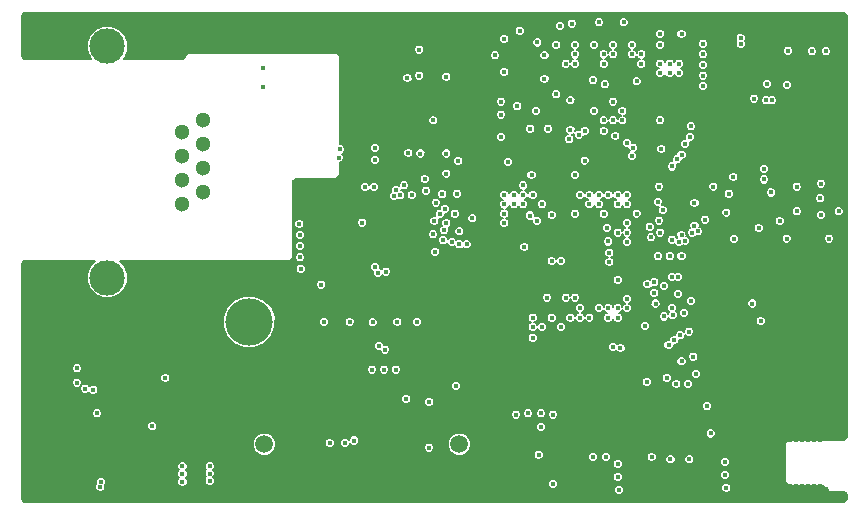
<source format=gbr>
G04 #@! TF.FileFunction,Copper,L2,Inr,Signal*
%FSLAX46Y46*%
G04 Gerber Fmt 4.6, Leading zero omitted, Abs format (unit mm)*
G04 Created by KiCad (PCBNEW 4.0.2-stable) date 2016-03-27 18:32:18*
%MOMM*%
G01*
G04 APERTURE LIST*
%ADD10C,0.100000*%
%ADD11C,1.300000*%
%ADD12C,3.000000*%
%ADD13C,1.500000*%
%ADD14C,1.250000*%
%ADD15C,1.550000*%
%ADD16C,0.400000*%
%ADD17C,4.000000*%
%ADD18C,0.300000*%
%ADD19C,0.150000*%
G04 APERTURE END LIST*
D10*
D11*
X138400000Y-96480000D03*
X140180000Y-95460000D03*
X138400000Y-94440000D03*
X140180000Y-93420000D03*
X138400000Y-92400000D03*
X140180000Y-91380000D03*
X138400000Y-90360000D03*
X140180000Y-89340000D03*
D12*
X132090000Y-102710000D03*
X132090000Y-83110000D03*
D13*
X161880000Y-116805000D03*
X145370000Y-116805000D03*
D14*
X128462540Y-109799100D03*
X128462540Y-114799100D03*
D15*
X125762540Y-108799100D03*
X125762540Y-115799100D03*
D16*
X134900000Y-116500000D03*
X134900000Y-117900000D03*
X134900000Y-117200000D03*
D17*
X144100000Y-106450000D03*
D16*
X185150000Y-99450000D03*
X174500000Y-99650000D03*
X187950000Y-86300000D03*
X186850000Y-87550000D03*
X187850000Y-87700000D03*
X188350000Y-87700000D03*
X187700000Y-93500000D03*
X187700000Y-94400000D03*
X188300000Y-95500000D03*
X180700000Y-100900000D03*
X179700000Y-100900000D03*
X178700000Y-100900000D03*
X170500000Y-101300000D03*
X169700000Y-101300000D03*
X188000000Y-120000000D03*
X188000000Y-119000000D03*
X188000000Y-118000000D03*
X188000000Y-117000000D03*
X188500000Y-116000000D03*
X187500000Y-116000000D03*
X186500000Y-117000000D03*
X186500000Y-118500000D03*
X186500000Y-120000000D03*
X185500000Y-111000000D03*
X187000000Y-111000000D03*
X188500000Y-111000000D03*
X190000000Y-111000000D03*
X191500000Y-111000000D03*
X193000000Y-111000000D03*
X193000000Y-110000000D03*
X192000000Y-110000000D03*
X191000000Y-110000000D03*
X190000000Y-110000000D03*
X189000000Y-110000000D03*
X188000000Y-110000000D03*
X187000000Y-110000000D03*
X186000000Y-110000000D03*
X185000000Y-110000000D03*
X184000000Y-110000000D03*
X184000000Y-111500000D03*
X184000000Y-112500000D03*
X185000000Y-112500000D03*
X186000000Y-112500000D03*
X188000000Y-112500000D03*
X189000000Y-112500000D03*
X190000000Y-112500000D03*
X191000000Y-112500000D03*
X192000000Y-112500000D03*
X192500000Y-113000000D03*
X193500000Y-113000000D03*
X194500000Y-113000000D03*
X194500000Y-112000000D03*
X194500000Y-111000000D03*
X194500000Y-110000000D03*
X194500000Y-109000000D03*
X194500000Y-108000000D03*
X194500000Y-107000000D03*
X194500000Y-106000000D03*
X194500000Y-105000000D03*
X194500000Y-104000000D03*
X194500000Y-103000000D03*
X194500000Y-102000000D03*
X194500000Y-101000000D03*
X194500000Y-100000000D03*
X194500000Y-99000000D03*
X194500000Y-98000000D03*
X194500000Y-96000000D03*
X194500000Y-95000000D03*
X194500000Y-94000000D03*
X194500000Y-93000000D03*
X194500000Y-92000000D03*
X194500000Y-91000000D03*
X194500000Y-90000000D03*
X194500000Y-89000000D03*
X194500000Y-88000000D03*
X194500000Y-87000000D03*
X194500000Y-86000000D03*
X194500000Y-85000000D03*
X194500000Y-84000000D03*
X194500000Y-83000000D03*
X194500000Y-82000000D03*
X194500000Y-81000000D03*
X194000000Y-80500000D03*
X193000000Y-80500000D03*
X192000000Y-80500000D03*
X191000000Y-80500000D03*
X190000000Y-80500000D03*
X189000000Y-80500000D03*
X188000000Y-80500000D03*
X187000000Y-80500000D03*
X186000000Y-80500000D03*
X185000000Y-80500000D03*
X184000000Y-80500000D03*
X183000000Y-80500000D03*
X182000000Y-80500000D03*
X181000000Y-80500000D03*
X180000000Y-80500000D03*
X179000000Y-80500000D03*
X178000000Y-80500000D03*
X177000000Y-80500000D03*
X176000000Y-80500000D03*
X175000000Y-80500000D03*
X174000000Y-80500000D03*
X173000000Y-80500000D03*
X172000000Y-80500000D03*
X171000000Y-80500000D03*
X170000000Y-80500000D03*
X169000000Y-80500000D03*
X168000000Y-80500000D03*
X167000000Y-80500000D03*
X166000000Y-80500000D03*
X165000000Y-80500000D03*
X164000000Y-80500000D03*
X163000000Y-80500000D03*
X162000000Y-80500000D03*
X161000000Y-80500000D03*
X160000000Y-80500000D03*
X159000000Y-80500000D03*
X158000000Y-80500000D03*
X157000000Y-80500000D03*
X156000000Y-80500000D03*
X151000000Y-80500000D03*
X150000000Y-80500000D03*
X149000000Y-80500000D03*
X148000000Y-80500000D03*
X147000000Y-80500000D03*
X146000000Y-80500000D03*
X145000000Y-80500000D03*
X144000000Y-80500000D03*
X143000000Y-80500000D03*
X142000000Y-80500000D03*
X141000000Y-80500000D03*
X140000000Y-80500000D03*
X139000000Y-80500000D03*
X138000000Y-80500000D03*
X130500000Y-84000000D03*
X129500000Y-84000000D03*
X128500000Y-84000000D03*
X127500000Y-84000000D03*
X126500000Y-84000000D03*
X125500000Y-84000000D03*
X125000000Y-83500000D03*
X125000000Y-82500000D03*
X125000000Y-81500000D03*
X125000000Y-80500000D03*
X126000000Y-80500000D03*
X127000000Y-80500000D03*
X128000000Y-80500000D03*
X129000000Y-80500000D03*
X130000000Y-80500000D03*
X131000000Y-80500000D03*
X132000000Y-80500000D03*
X133000000Y-80500000D03*
X134000000Y-80500000D03*
X135000000Y-80500000D03*
X136000000Y-80500000D03*
X137000000Y-80500000D03*
X147000000Y-101500000D03*
X146000000Y-101500000D03*
X145000000Y-101500000D03*
X144000000Y-101500000D03*
X143000000Y-101500000D03*
X142000000Y-101500000D03*
X141000000Y-101500000D03*
X140000000Y-101500000D03*
X139000000Y-101500000D03*
X138000000Y-101500000D03*
X134000000Y-101500000D03*
X135000000Y-101500000D03*
X136000000Y-101500000D03*
X137000000Y-101500000D03*
X130500000Y-101500000D03*
X129500000Y-101500000D03*
X128500000Y-101500000D03*
X127500000Y-101500000D03*
X126500000Y-101500000D03*
X125500000Y-101500000D03*
X125000000Y-102000000D03*
X125000000Y-103000000D03*
X125000000Y-104000000D03*
X125000000Y-105000000D03*
X125000000Y-106000000D03*
X125000000Y-107000000D03*
X125000000Y-108000000D03*
X125000000Y-110000000D03*
X125000000Y-111000000D03*
X125000000Y-112000000D03*
X125000000Y-113000000D03*
X125000000Y-114000000D03*
X125000000Y-115000000D03*
X125000000Y-116500000D03*
X125000000Y-117500000D03*
X125000000Y-118500000D03*
X125000000Y-119500000D03*
X125000000Y-120500000D03*
X125000000Y-121500000D03*
X126000000Y-121500000D03*
X127000000Y-121500000D03*
X128000000Y-121500000D03*
X129000000Y-121500000D03*
X130000000Y-121500000D03*
X143000000Y-121500000D03*
X144000000Y-121500000D03*
X145000000Y-121500000D03*
X146000000Y-121500000D03*
X147000000Y-121500000D03*
X148000000Y-121500000D03*
X149000000Y-121500000D03*
X150000000Y-121500000D03*
X151000000Y-121500000D03*
X152000000Y-121500000D03*
X153000000Y-121500000D03*
X154000000Y-121500000D03*
X155000000Y-121500000D03*
X156000000Y-121500000D03*
X157000000Y-121500000D03*
X158000000Y-121500000D03*
X159000000Y-121500000D03*
X160000000Y-121500000D03*
X161000000Y-121500000D03*
X162000000Y-121500000D03*
X163000000Y-121500000D03*
X164000000Y-121500000D03*
X165000000Y-121500000D03*
X166000000Y-121500000D03*
X167000000Y-121500000D03*
X168000000Y-121500000D03*
X169000000Y-121500000D03*
X170000000Y-121500000D03*
X171000000Y-121500000D03*
X172000000Y-121500000D03*
X173000000Y-121500000D03*
X174000000Y-121500000D03*
X175000000Y-121500000D03*
X176000000Y-121500000D03*
X177000000Y-121500000D03*
X178000000Y-121500000D03*
X179000000Y-121500000D03*
X183000000Y-121500000D03*
X184000000Y-121500000D03*
X185000000Y-121500000D03*
X186000000Y-121500000D03*
X187000000Y-121500000D03*
X188000000Y-121500000D03*
X189000000Y-121500000D03*
X190000000Y-121500000D03*
X191000000Y-121500000D03*
X192000000Y-121500000D03*
X185250000Y-87000000D03*
X171500000Y-119600000D03*
X191700000Y-91600000D03*
X165400000Y-119400000D03*
X166400000Y-117500000D03*
X129400000Y-113600000D03*
X133100000Y-110700000D03*
X134400000Y-110600000D03*
X134400000Y-110000000D03*
X131200000Y-110300000D03*
X174100000Y-112700000D03*
X150500000Y-108400000D03*
X160200000Y-108500000D03*
X161600000Y-111100000D03*
X150000000Y-110300000D03*
X147000000Y-110300000D03*
X158050000Y-117075000D03*
X156800000Y-117100000D03*
X155525000Y-117050000D03*
X154275000Y-117025000D03*
X152975000Y-117075000D03*
X151750000Y-117125000D03*
X150450000Y-117125000D03*
X149175000Y-117100000D03*
X147900000Y-117075000D03*
X166050000Y-110475000D03*
X170750000Y-112850000D03*
X172825000Y-110350000D03*
X163425000Y-87000000D03*
X162275000Y-87000000D03*
X183450000Y-110600000D03*
X140650000Y-115550000D03*
X140700000Y-114950000D03*
X140650000Y-114300000D03*
X138450000Y-115500000D03*
X138450000Y-114900000D03*
X138500000Y-114350000D03*
X191150000Y-97100000D03*
X191200000Y-95000000D03*
X186850000Y-84600000D03*
X188600000Y-84550000D03*
X188550000Y-85500000D03*
X186850000Y-85350000D03*
X192950000Y-85050000D03*
X191700000Y-85100000D03*
X190750000Y-85300000D03*
X189950000Y-85250000D03*
X193150000Y-94700000D03*
X193150000Y-96000000D03*
X159350000Y-106450000D03*
X157700000Y-106450000D03*
X155400000Y-106500000D03*
X153300000Y-106500000D03*
X151200000Y-106450000D03*
X161900000Y-91850000D03*
X178930451Y-115692783D03*
X180605451Y-115692783D03*
X180605451Y-114017783D03*
X178930451Y-114017783D03*
X155737500Y-99662500D03*
X157462500Y-99662500D03*
X157462500Y-97937500D03*
X155737500Y-97937500D03*
X180200000Y-110400000D03*
X177000000Y-112050000D03*
X168500000Y-104400000D03*
X167450000Y-103300000D03*
X150900000Y-103300000D03*
X150700000Y-101950000D03*
X150700000Y-101000000D03*
X150700000Y-100050000D03*
X150700000Y-99100000D03*
X150750000Y-98150000D03*
X160000000Y-105500000D03*
X159000000Y-105500000D03*
X151400000Y-100550000D03*
X152400000Y-103250000D03*
X157950000Y-105550000D03*
X160000000Y-83400000D03*
X159600000Y-87200000D03*
X154050000Y-82050000D03*
X154050000Y-80950000D03*
X154050000Y-81450000D03*
X137200000Y-104100000D03*
X137200000Y-102900000D03*
X137200000Y-103500000D03*
X137200000Y-83000000D03*
X137200000Y-82000000D03*
X137200000Y-82500000D03*
X189300000Y-95500000D03*
X189900000Y-94100000D03*
X189300000Y-92700000D03*
X167800000Y-81800000D03*
X165300000Y-86800000D03*
X185600000Y-96300000D03*
X176900000Y-81100000D03*
X174700000Y-81200000D03*
X173000000Y-81000000D03*
X184500000Y-96300000D03*
X165400000Y-89700000D03*
X165400000Y-91800000D03*
X188000000Y-90900000D03*
X189100000Y-91900000D03*
X185900000Y-93800000D03*
X181400000Y-110400000D03*
X185100000Y-120500000D03*
X185100000Y-119400000D03*
X185200000Y-118300000D03*
X176200000Y-120700000D03*
X176300000Y-119600000D03*
X176200000Y-118500000D03*
X178200000Y-110200000D03*
X178100000Y-120249998D03*
X183600000Y-120600000D03*
X194300000Y-114600000D03*
X194394717Y-116067951D03*
X189667951Y-113405283D03*
X186667951Y-115605283D03*
X186667951Y-113005283D03*
X191267951Y-113105283D03*
X192394717Y-116467951D03*
X191894717Y-116467951D03*
X191394717Y-116467951D03*
X190894717Y-116467951D03*
X190394717Y-116467951D03*
X189894717Y-116467951D03*
X189394717Y-116467951D03*
X189194717Y-116967951D03*
X189194717Y-117467951D03*
X189194717Y-117967951D03*
X189194717Y-118467951D03*
X189194717Y-118967951D03*
X189194717Y-119467951D03*
X189194717Y-119967951D03*
X189394717Y-120367951D03*
X189894717Y-120367951D03*
X190394717Y-120367951D03*
X190894717Y-120367951D03*
X191394717Y-120367951D03*
X191894717Y-120367951D03*
X192394717Y-120367951D03*
X192894717Y-120567951D03*
X192894717Y-121167951D03*
X193394717Y-121567951D03*
X194394717Y-121567951D03*
X174100000Y-107800000D03*
X176900000Y-106900000D03*
X193200000Y-97500000D03*
X191200000Y-97900000D03*
X190500000Y-99300000D03*
X191400000Y-104000000D03*
X185800000Y-106400000D03*
X185800000Y-101800000D03*
X178700000Y-102000000D03*
X179700000Y-102000000D03*
X180700000Y-102000000D03*
X166300000Y-85300000D03*
X167100000Y-83900000D03*
X166400000Y-82500000D03*
X179700000Y-82100000D03*
X181600000Y-82100000D03*
X184700000Y-82900000D03*
X184700000Y-83800000D03*
X184700000Y-84700000D03*
X184700000Y-85600000D03*
X184200000Y-87000000D03*
X171300000Y-101300000D03*
X171300000Y-100500000D03*
X170500000Y-100500000D03*
X169700000Y-100500000D03*
X169700000Y-99700000D03*
X170500000Y-99700000D03*
X171300000Y-99700000D03*
X168900000Y-97299800D03*
X168900000Y-95700000D03*
X170100000Y-84600000D03*
X170900000Y-83800000D03*
X172500000Y-83800000D03*
X173302040Y-84600000D03*
X175700000Y-83800000D03*
X176500000Y-84600000D03*
X177300000Y-82900000D03*
X180400000Y-83000000D03*
X179000000Y-90200000D03*
X175800000Y-87800000D03*
X169300000Y-88600000D03*
X171700000Y-88600000D03*
X174900000Y-88602840D03*
X174100000Y-88600000D03*
X169800000Y-120200000D03*
X168600000Y-117700000D03*
X174300000Y-117900000D03*
X173200000Y-117900000D03*
X170900000Y-104400000D03*
X161600000Y-111900000D03*
X154500000Y-110500000D03*
X155500000Y-110500000D03*
X156500000Y-110500000D03*
X159350000Y-113250000D03*
X159325000Y-117100000D03*
X131500000Y-120450000D03*
X131550000Y-120000000D03*
X138450000Y-120000000D03*
X138450000Y-119350000D03*
X138450000Y-118700000D03*
X140750000Y-119900000D03*
X140750000Y-118700000D03*
X140750000Y-119300000D03*
X190450000Y-97100000D03*
X190450000Y-95000000D03*
X189650000Y-86400000D03*
X192950000Y-83550000D03*
X191750000Y-83550000D03*
X189700000Y-83500000D03*
X192500000Y-94750000D03*
X192450000Y-96000000D03*
X158300000Y-106450000D03*
X156650000Y-106450000D03*
X154550000Y-106500000D03*
X152600000Y-106450000D03*
X150450000Y-106450000D03*
X163000000Y-97700000D03*
X179950000Y-105900000D03*
X158950000Y-94350000D03*
X153675010Y-98050000D03*
X159650000Y-99050000D03*
X154750000Y-101800000D03*
X169300000Y-104400000D03*
X167400000Y-100100000D03*
X150200000Y-103300000D03*
X148450000Y-101950000D03*
X148400000Y-101000000D03*
X148400000Y-100050000D03*
X148400000Y-99100000D03*
X148350000Y-98150000D03*
X158500000Y-83400000D03*
X157575000Y-92175000D03*
X158600000Y-92200000D03*
X160800000Y-92200000D03*
X159700000Y-89400000D03*
X160800000Y-85700000D03*
X158500000Y-85600000D03*
X157500000Y-85800000D03*
X184500000Y-120500000D03*
X184400000Y-119400000D03*
X184400000Y-118300000D03*
X175400000Y-120700000D03*
X175300000Y-119600000D03*
X175300000Y-118500000D03*
X182867951Y-113605283D03*
X181267951Y-111705283D03*
X180267951Y-111705283D03*
X178167951Y-117905283D03*
X179767951Y-118105283D03*
X181367951Y-118105283D03*
X183167951Y-115905283D03*
X177600000Y-106800000D03*
X192500000Y-97400000D03*
X189000000Y-97900000D03*
X189600000Y-99400000D03*
X193200000Y-99400000D03*
X186700000Y-104900000D03*
X187400000Y-106400000D03*
X174600000Y-101400000D03*
X174600000Y-100600000D03*
X167300000Y-94900000D03*
X168900000Y-96500000D03*
X168100000Y-95700000D03*
X167000000Y-81800000D03*
X165400000Y-87800000D03*
X184700000Y-95600000D03*
X175800000Y-81100000D03*
X173700000Y-81100000D03*
X171400000Y-81200000D03*
X184500000Y-97200000D03*
X165400000Y-88900000D03*
X165400000Y-90800000D03*
X185100000Y-94200000D03*
X185700000Y-82400000D03*
X185700000Y-82900000D03*
X165700000Y-85300000D03*
X164900000Y-83900000D03*
X165700000Y-82500000D03*
X178900000Y-82100000D03*
X180700000Y-82100000D03*
X182500000Y-82900000D03*
X182500000Y-83800000D03*
X182500000Y-84700000D03*
X182500000Y-85600000D03*
X182500000Y-86500000D03*
X181500000Y-89900000D03*
X175700000Y-89400000D03*
X171700000Y-84600000D03*
X171700000Y-83000000D03*
X170100000Y-83000000D03*
X174195312Y-86348252D03*
X173300000Y-83000000D03*
X174900000Y-83000000D03*
X176500000Y-83000000D03*
X178900000Y-83000000D03*
X171300000Y-87700000D03*
X169400000Y-90100000D03*
X171300000Y-90200000D03*
X172500000Y-90300000D03*
X174900000Y-87800000D03*
X174100000Y-89400000D03*
X171700000Y-97300000D03*
X174400000Y-98500000D03*
X174100000Y-97300000D03*
X187228193Y-98503193D03*
X172908129Y-106087691D03*
X165990172Y-92934828D03*
X168000000Y-94000000D03*
X167700000Y-114200000D03*
X168100000Y-106900000D03*
X166700000Y-114300000D03*
X168100000Y-106100000D03*
X168800000Y-114200000D03*
X168900000Y-106900000D03*
X168800000Y-115350002D03*
X177750000Y-111550000D03*
X169800000Y-114300000D03*
X169700000Y-106100000D03*
X170500000Y-106900000D03*
X181924999Y-110874999D03*
X137000000Y-111200000D03*
X135900000Y-115300000D03*
X150900000Y-116700000D03*
X171700000Y-104400000D03*
X179450000Y-111200000D03*
X129500000Y-110400000D03*
X131200000Y-114200000D03*
X173300000Y-88600000D03*
X171700000Y-94000000D03*
X172497660Y-92802340D03*
X173200000Y-86000000D03*
X172000000Y-90600000D03*
X170900000Y-84600000D03*
X176900000Y-86100000D03*
X176500000Y-92400000D03*
X168400000Y-88600000D03*
X166800000Y-88200000D03*
X171700000Y-83800000D03*
X171200000Y-91000000D03*
X174100000Y-83800000D03*
X175100000Y-90700000D03*
X174900000Y-83800000D03*
X176100000Y-91300000D03*
X176600000Y-91700000D03*
X175700000Y-88600000D03*
X183400000Y-95000000D03*
X178800000Y-95000000D03*
X178900000Y-89400000D03*
X169700000Y-97400000D03*
X170400000Y-81400000D03*
X168500000Y-82800000D03*
X177300000Y-84600000D03*
X172100000Y-95700000D03*
X177299900Y-83800000D03*
X172900000Y-95700000D03*
X169100000Y-83900000D03*
X173700000Y-95700000D03*
X170100000Y-87200000D03*
X174500000Y-95700000D03*
X174100000Y-90300000D03*
X175300000Y-95700000D03*
X167900000Y-90100000D03*
X176100000Y-95700000D03*
X178700000Y-96300000D03*
X181800000Y-96400000D03*
X181400000Y-90800000D03*
X180500000Y-85400000D03*
X169100000Y-85900000D03*
X173700000Y-96500000D03*
X175300000Y-96500000D03*
X174100000Y-84600000D03*
X176100000Y-96500000D03*
X174900000Y-89400000D03*
X176900000Y-97291671D03*
X179000000Y-91800000D03*
X178800000Y-97874980D03*
X181800000Y-98300000D03*
X179100000Y-97000000D03*
X182700000Y-97800000D03*
X182100000Y-98800000D03*
X176100000Y-98100000D03*
X178900000Y-98900000D03*
X180700000Y-99100000D03*
X180700000Y-92300000D03*
X179700000Y-85400000D03*
X178000000Y-98400000D03*
X181600000Y-98900000D03*
X181000000Y-91400000D03*
X179700000Y-84600000D03*
X180500000Y-84600000D03*
X175300000Y-98900300D03*
X181000000Y-99600000D03*
X176100000Y-98900000D03*
X178100000Y-99300000D03*
X179900000Y-99500000D03*
X179900000Y-93300000D03*
X178900000Y-85400000D03*
X180500000Y-99700000D03*
X180300000Y-92700000D03*
X178900000Y-84600000D03*
X176100000Y-99700000D03*
X179900000Y-105300000D03*
X179891165Y-102644177D03*
X178400000Y-103100000D03*
X175300000Y-102900000D03*
X180900000Y-105700000D03*
X177812388Y-103275010D03*
X180400000Y-104100000D03*
X180400000Y-102650002D03*
X181500000Y-104700000D03*
X176100000Y-104500000D03*
X178400000Y-104000000D03*
X178500000Y-104900000D03*
X181700000Y-109400000D03*
X173700000Y-105300000D03*
X181324999Y-107275001D03*
X174500000Y-105300000D03*
X180100000Y-108000000D03*
X175300000Y-105300000D03*
X180600000Y-107600000D03*
X176100000Y-105300000D03*
X180700000Y-109800000D03*
X174500000Y-106100000D03*
X179600000Y-108400000D03*
X175300000Y-106100000D03*
X179200000Y-106000000D03*
X179200000Y-103400013D03*
X176500000Y-83800000D03*
X172900000Y-96500000D03*
X145300000Y-86600000D03*
X145300000Y-85000000D03*
X154750000Y-92750000D03*
X151700000Y-92550000D03*
X154750000Y-91750000D03*
X151800000Y-91850000D03*
X162500000Y-99900000D03*
X165700000Y-96500000D03*
X161850000Y-99900000D03*
X166500000Y-96500000D03*
X159850000Y-100550000D03*
X160800000Y-93900000D03*
X167850000Y-97450000D03*
X161250000Y-99700000D03*
X160500000Y-99550000D03*
X165700000Y-97300000D03*
X160450000Y-95650000D03*
X160600000Y-98700000D03*
X160800000Y-98100000D03*
X165700000Y-98100000D03*
X159050000Y-95350000D03*
X165700000Y-95700000D03*
X157850000Y-95700000D03*
X167300000Y-95700000D03*
X161800000Y-92850000D03*
X157200000Y-94900000D03*
X167300000Y-96500000D03*
X160650000Y-96900000D03*
X156900000Y-95750000D03*
X160250000Y-97300000D03*
X156385183Y-95795161D03*
X159900000Y-96350000D03*
X156550000Y-95300000D03*
X154650000Y-95050000D03*
X166500000Y-95700000D03*
X168450000Y-97900000D03*
X153900000Y-95050000D03*
X152200000Y-116700000D03*
X172100000Y-106100000D03*
X153000000Y-116500000D03*
X172100000Y-105300000D03*
X157400000Y-113000000D03*
X171300000Y-106100000D03*
X155100000Y-108500000D03*
X155700000Y-102200000D03*
X155600000Y-108800000D03*
X155000000Y-102300000D03*
X161500000Y-97300000D03*
X161900000Y-98799989D03*
X159782327Y-97917673D03*
X161700000Y-95600000D03*
X130900000Y-112200000D03*
X129500000Y-111600000D03*
X175534828Y-108665172D03*
X130200000Y-112100000D03*
X174900000Y-108600000D03*
X168100000Y-107800000D03*
X194000000Y-97100000D03*
D18*
X150750000Y-98150000D02*
X150750000Y-100000000D01*
X150750000Y-100000000D02*
X150700000Y-100050000D01*
X150700000Y-99100000D02*
X150700000Y-99850000D01*
X150700000Y-99850000D02*
X151400000Y-100550000D01*
X150700000Y-100050000D02*
X150900000Y-100050000D01*
X150900000Y-100050000D02*
X151400000Y-100550000D01*
X150700000Y-101000000D02*
X150950000Y-101000000D01*
X150950000Y-101000000D02*
X151400000Y-100550000D01*
D19*
G36*
X194675000Y-80531066D02*
X194675000Y-116218934D01*
X194468934Y-116425000D01*
X189750000Y-116425000D01*
X189720821Y-116430909D01*
X189696967Y-116446967D01*
X189446967Y-116696967D01*
X189430512Y-116721778D01*
X189425000Y-116750000D01*
X189425000Y-120000000D01*
X189430909Y-120029179D01*
X189446967Y-120053033D01*
X189696967Y-120303033D01*
X189721778Y-120319488D01*
X189750000Y-120325000D01*
X192718934Y-120325000D01*
X193196967Y-120803033D01*
X193221778Y-120819488D01*
X193250000Y-120825000D01*
X194468934Y-120825000D01*
X194675000Y-121031066D01*
X194675000Y-121468934D01*
X194468934Y-121675000D01*
X125031066Y-121675000D01*
X124825000Y-121468934D01*
X124825000Y-120534167D01*
X131074927Y-120534167D01*
X131139493Y-120690429D01*
X131258943Y-120810087D01*
X131415091Y-120874926D01*
X131584167Y-120875073D01*
X131740429Y-120810507D01*
X131766814Y-120784167D01*
X174974927Y-120784167D01*
X175039493Y-120940429D01*
X175158943Y-121060087D01*
X175315091Y-121124926D01*
X175484167Y-121125073D01*
X175640429Y-121060507D01*
X175760087Y-120941057D01*
X175824926Y-120784909D01*
X175825073Y-120615833D01*
X175811989Y-120584167D01*
X184074927Y-120584167D01*
X184139493Y-120740429D01*
X184258943Y-120860087D01*
X184415091Y-120924926D01*
X184584167Y-120925073D01*
X184740429Y-120860507D01*
X184860087Y-120741057D01*
X184924926Y-120584909D01*
X184925073Y-120415833D01*
X184860507Y-120259571D01*
X184741057Y-120139913D01*
X184584909Y-120075074D01*
X184415833Y-120074927D01*
X184259571Y-120139493D01*
X184139913Y-120258943D01*
X184075074Y-120415091D01*
X184074927Y-120584167D01*
X175811989Y-120584167D01*
X175760507Y-120459571D01*
X175641057Y-120339913D01*
X175484909Y-120275074D01*
X175315833Y-120274927D01*
X175159571Y-120339493D01*
X175039913Y-120458943D01*
X174975074Y-120615091D01*
X174974927Y-120784167D01*
X131766814Y-120784167D01*
X131860087Y-120691057D01*
X131924926Y-120534909D01*
X131925073Y-120365833D01*
X131884196Y-120266903D01*
X131910087Y-120241057D01*
X131974926Y-120084909D01*
X131975073Y-119915833D01*
X131910507Y-119759571D01*
X131791057Y-119639913D01*
X131634909Y-119575074D01*
X131465833Y-119574927D01*
X131309571Y-119639493D01*
X131189913Y-119758943D01*
X131125074Y-119915091D01*
X131124927Y-120084167D01*
X131165804Y-120183097D01*
X131139913Y-120208943D01*
X131075074Y-120365091D01*
X131074927Y-120534167D01*
X124825000Y-120534167D01*
X124825000Y-118784167D01*
X138024927Y-118784167D01*
X138089493Y-118940429D01*
X138173960Y-119025043D01*
X138089913Y-119108943D01*
X138025074Y-119265091D01*
X138024927Y-119434167D01*
X138089493Y-119590429D01*
X138173960Y-119675043D01*
X138089913Y-119758943D01*
X138025074Y-119915091D01*
X138024927Y-120084167D01*
X138089493Y-120240429D01*
X138208943Y-120360087D01*
X138365091Y-120424926D01*
X138534167Y-120425073D01*
X138690429Y-120360507D01*
X138810087Y-120241057D01*
X138874926Y-120084909D01*
X138875073Y-119915833D01*
X138810507Y-119759571D01*
X138726040Y-119674957D01*
X138810087Y-119591057D01*
X138874926Y-119434909D01*
X138875073Y-119265833D01*
X138810507Y-119109571D01*
X138726040Y-119024957D01*
X138810087Y-118941057D01*
X138874926Y-118784909D01*
X138874926Y-118784167D01*
X140324927Y-118784167D01*
X140389493Y-118940429D01*
X140448960Y-118999999D01*
X140389913Y-119058943D01*
X140325074Y-119215091D01*
X140324927Y-119384167D01*
X140389493Y-119540429D01*
X140448960Y-119599999D01*
X140389913Y-119658943D01*
X140325074Y-119815091D01*
X140324927Y-119984167D01*
X140389493Y-120140429D01*
X140508943Y-120260087D01*
X140665091Y-120324926D01*
X140834167Y-120325073D01*
X140933167Y-120284167D01*
X169374927Y-120284167D01*
X169439493Y-120440429D01*
X169558943Y-120560087D01*
X169715091Y-120624926D01*
X169884167Y-120625073D01*
X170040429Y-120560507D01*
X170160087Y-120441057D01*
X170224926Y-120284909D01*
X170225073Y-120115833D01*
X170160507Y-119959571D01*
X170041057Y-119839913D01*
X169884909Y-119775074D01*
X169715833Y-119774927D01*
X169559571Y-119839493D01*
X169439913Y-119958943D01*
X169375074Y-120115091D01*
X169374927Y-120284167D01*
X140933167Y-120284167D01*
X140990429Y-120260507D01*
X141110087Y-120141057D01*
X141174926Y-119984909D01*
X141175073Y-119815833D01*
X141120670Y-119684167D01*
X174874927Y-119684167D01*
X174939493Y-119840429D01*
X175058943Y-119960087D01*
X175215091Y-120024926D01*
X175384167Y-120025073D01*
X175540429Y-119960507D01*
X175660087Y-119841057D01*
X175724926Y-119684909D01*
X175725073Y-119515833D01*
X175711989Y-119484167D01*
X183974927Y-119484167D01*
X184039493Y-119640429D01*
X184158943Y-119760087D01*
X184315091Y-119824926D01*
X184484167Y-119825073D01*
X184640429Y-119760507D01*
X184760087Y-119641057D01*
X184824926Y-119484909D01*
X184825073Y-119315833D01*
X184760507Y-119159571D01*
X184641057Y-119039913D01*
X184484909Y-118975074D01*
X184315833Y-118974927D01*
X184159571Y-119039493D01*
X184039913Y-119158943D01*
X183975074Y-119315091D01*
X183974927Y-119484167D01*
X175711989Y-119484167D01*
X175660507Y-119359571D01*
X175541057Y-119239913D01*
X175384909Y-119175074D01*
X175215833Y-119174927D01*
X175059571Y-119239493D01*
X174939913Y-119358943D01*
X174875074Y-119515091D01*
X174874927Y-119684167D01*
X141120670Y-119684167D01*
X141110507Y-119659571D01*
X141051040Y-119600001D01*
X141110087Y-119541057D01*
X141174926Y-119384909D01*
X141175073Y-119215833D01*
X141110507Y-119059571D01*
X141051040Y-119000001D01*
X141110087Y-118941057D01*
X141174926Y-118784909D01*
X141175073Y-118615833D01*
X141161989Y-118584167D01*
X174874927Y-118584167D01*
X174939493Y-118740429D01*
X175058943Y-118860087D01*
X175215091Y-118924926D01*
X175384167Y-118925073D01*
X175540429Y-118860507D01*
X175660087Y-118741057D01*
X175724926Y-118584909D01*
X175725073Y-118415833D01*
X175660507Y-118259571D01*
X175541057Y-118139913D01*
X175384909Y-118075074D01*
X175215833Y-118074927D01*
X175059571Y-118139493D01*
X174939913Y-118258943D01*
X174875074Y-118415091D01*
X174874927Y-118584167D01*
X141161989Y-118584167D01*
X141110507Y-118459571D01*
X140991057Y-118339913D01*
X140834909Y-118275074D01*
X140665833Y-118274927D01*
X140509571Y-118339493D01*
X140389913Y-118458943D01*
X140325074Y-118615091D01*
X140324927Y-118784167D01*
X138874926Y-118784167D01*
X138875073Y-118615833D01*
X138810507Y-118459571D01*
X138691057Y-118339913D01*
X138534909Y-118275074D01*
X138365833Y-118274927D01*
X138209571Y-118339493D01*
X138089913Y-118458943D01*
X138025074Y-118615091D01*
X138024927Y-118784167D01*
X124825000Y-118784167D01*
X124825000Y-117784167D01*
X168174927Y-117784167D01*
X168239493Y-117940429D01*
X168358943Y-118060087D01*
X168515091Y-118124926D01*
X168684167Y-118125073D01*
X168840429Y-118060507D01*
X168916901Y-117984167D01*
X172774927Y-117984167D01*
X172839493Y-118140429D01*
X172958943Y-118260087D01*
X173115091Y-118324926D01*
X173284167Y-118325073D01*
X173440429Y-118260507D01*
X173560087Y-118141057D01*
X173624926Y-117984909D01*
X173624926Y-117984167D01*
X173874927Y-117984167D01*
X173939493Y-118140429D01*
X174058943Y-118260087D01*
X174215091Y-118324926D01*
X174384167Y-118325073D01*
X174540429Y-118260507D01*
X174660087Y-118141057D01*
X174723040Y-117989450D01*
X177742878Y-117989450D01*
X177807444Y-118145712D01*
X177926894Y-118265370D01*
X178083042Y-118330209D01*
X178252118Y-118330356D01*
X178408380Y-118265790D01*
X178484852Y-118189450D01*
X179342878Y-118189450D01*
X179407444Y-118345712D01*
X179526894Y-118465370D01*
X179683042Y-118530209D01*
X179852118Y-118530356D01*
X180008380Y-118465790D01*
X180128038Y-118346340D01*
X180192877Y-118190192D01*
X180192877Y-118189450D01*
X180942878Y-118189450D01*
X181007444Y-118345712D01*
X181126894Y-118465370D01*
X181283042Y-118530209D01*
X181452118Y-118530356D01*
X181608380Y-118465790D01*
X181690145Y-118384167D01*
X183974927Y-118384167D01*
X184039493Y-118540429D01*
X184158943Y-118660087D01*
X184315091Y-118724926D01*
X184484167Y-118725073D01*
X184640429Y-118660507D01*
X184760087Y-118541057D01*
X184824926Y-118384909D01*
X184825073Y-118215833D01*
X184760507Y-118059571D01*
X184641057Y-117939913D01*
X184484909Y-117875074D01*
X184315833Y-117874927D01*
X184159571Y-117939493D01*
X184039913Y-118058943D01*
X183975074Y-118215091D01*
X183974927Y-118384167D01*
X181690145Y-118384167D01*
X181728038Y-118346340D01*
X181792877Y-118190192D01*
X181793024Y-118021116D01*
X181728458Y-117864854D01*
X181609008Y-117745196D01*
X181452860Y-117680357D01*
X181283784Y-117680210D01*
X181127522Y-117744776D01*
X181007864Y-117864226D01*
X180943025Y-118020374D01*
X180942878Y-118189450D01*
X180192877Y-118189450D01*
X180193024Y-118021116D01*
X180128458Y-117864854D01*
X180009008Y-117745196D01*
X179852860Y-117680357D01*
X179683784Y-117680210D01*
X179527522Y-117744776D01*
X179407864Y-117864226D01*
X179343025Y-118020374D01*
X179342878Y-118189450D01*
X178484852Y-118189450D01*
X178528038Y-118146340D01*
X178592877Y-117990192D01*
X178593024Y-117821116D01*
X178528458Y-117664854D01*
X178409008Y-117545196D01*
X178252860Y-117480357D01*
X178083784Y-117480210D01*
X177927522Y-117544776D01*
X177807864Y-117664226D01*
X177743025Y-117820374D01*
X177742878Y-117989450D01*
X174723040Y-117989450D01*
X174724926Y-117984909D01*
X174725073Y-117815833D01*
X174660507Y-117659571D01*
X174541057Y-117539913D01*
X174384909Y-117475074D01*
X174215833Y-117474927D01*
X174059571Y-117539493D01*
X173939913Y-117658943D01*
X173875074Y-117815091D01*
X173874927Y-117984167D01*
X173624926Y-117984167D01*
X173625073Y-117815833D01*
X173560507Y-117659571D01*
X173441057Y-117539913D01*
X173284909Y-117475074D01*
X173115833Y-117474927D01*
X172959571Y-117539493D01*
X172839913Y-117658943D01*
X172775074Y-117815091D01*
X172774927Y-117984167D01*
X168916901Y-117984167D01*
X168960087Y-117941057D01*
X169024926Y-117784909D01*
X169025073Y-117615833D01*
X168960507Y-117459571D01*
X168841057Y-117339913D01*
X168684909Y-117275074D01*
X168515833Y-117274927D01*
X168359571Y-117339493D01*
X168239913Y-117458943D01*
X168175074Y-117615091D01*
X168174927Y-117784167D01*
X124825000Y-117784167D01*
X124825000Y-116998089D01*
X144394831Y-116998089D01*
X144542954Y-117356571D01*
X144816986Y-117631082D01*
X145175210Y-117779830D01*
X145563089Y-117780169D01*
X145921571Y-117632046D01*
X146196082Y-117358014D01*
X146268269Y-117184167D01*
X158899927Y-117184167D01*
X158964493Y-117340429D01*
X159083943Y-117460087D01*
X159240091Y-117524926D01*
X159409167Y-117525073D01*
X159565429Y-117460507D01*
X159685087Y-117341057D01*
X159749926Y-117184909D01*
X159750073Y-117015833D01*
X159742742Y-116998089D01*
X160904831Y-116998089D01*
X161052954Y-117356571D01*
X161326986Y-117631082D01*
X161685210Y-117779830D01*
X162073089Y-117780169D01*
X162431571Y-117632046D01*
X162706082Y-117358014D01*
X162854830Y-116999790D01*
X162855169Y-116611911D01*
X162707046Y-116253429D01*
X162443528Y-115989450D01*
X182742878Y-115989450D01*
X182807444Y-116145712D01*
X182926894Y-116265370D01*
X183083042Y-116330209D01*
X183252118Y-116330356D01*
X183408380Y-116265790D01*
X183528038Y-116146340D01*
X183592877Y-115990192D01*
X183593024Y-115821116D01*
X183528458Y-115664854D01*
X183409008Y-115545196D01*
X183252860Y-115480357D01*
X183083784Y-115480210D01*
X182927522Y-115544776D01*
X182807864Y-115664226D01*
X182743025Y-115820374D01*
X182742878Y-115989450D01*
X162443528Y-115989450D01*
X162433014Y-115978918D01*
X162074790Y-115830170D01*
X161686911Y-115829831D01*
X161328429Y-115977954D01*
X161053918Y-116251986D01*
X160905170Y-116610210D01*
X160904831Y-116998089D01*
X159742742Y-116998089D01*
X159685507Y-116859571D01*
X159566057Y-116739913D01*
X159409909Y-116675074D01*
X159240833Y-116674927D01*
X159084571Y-116739493D01*
X158964913Y-116858943D01*
X158900074Y-117015091D01*
X158899927Y-117184167D01*
X146268269Y-117184167D01*
X146344830Y-116999790D01*
X146345018Y-116784167D01*
X150474927Y-116784167D01*
X150539493Y-116940429D01*
X150658943Y-117060087D01*
X150815091Y-117124926D01*
X150984167Y-117125073D01*
X151140429Y-117060507D01*
X151260087Y-116941057D01*
X151324926Y-116784909D01*
X151324926Y-116784167D01*
X151774927Y-116784167D01*
X151839493Y-116940429D01*
X151958943Y-117060087D01*
X152115091Y-117124926D01*
X152284167Y-117125073D01*
X152440429Y-117060507D01*
X152560087Y-116941057D01*
X152624926Y-116784909D01*
X152624995Y-116705342D01*
X152639493Y-116740429D01*
X152758943Y-116860087D01*
X152915091Y-116924926D01*
X153084167Y-116925073D01*
X153240429Y-116860507D01*
X153360087Y-116741057D01*
X153424926Y-116584909D01*
X153425073Y-116415833D01*
X153360507Y-116259571D01*
X153241057Y-116139913D01*
X153084909Y-116075074D01*
X152915833Y-116074927D01*
X152759571Y-116139493D01*
X152639913Y-116258943D01*
X152575074Y-116415091D01*
X152575005Y-116494658D01*
X152560507Y-116459571D01*
X152441057Y-116339913D01*
X152284909Y-116275074D01*
X152115833Y-116274927D01*
X151959571Y-116339493D01*
X151839913Y-116458943D01*
X151775074Y-116615091D01*
X151774927Y-116784167D01*
X151324926Y-116784167D01*
X151325073Y-116615833D01*
X151260507Y-116459571D01*
X151141057Y-116339913D01*
X150984909Y-116275074D01*
X150815833Y-116274927D01*
X150659571Y-116339493D01*
X150539913Y-116458943D01*
X150475074Y-116615091D01*
X150474927Y-116784167D01*
X146345018Y-116784167D01*
X146345169Y-116611911D01*
X146197046Y-116253429D01*
X145923014Y-115978918D01*
X145564790Y-115830170D01*
X145176911Y-115829831D01*
X144818429Y-115977954D01*
X144543918Y-116251986D01*
X144395170Y-116610210D01*
X144394831Y-116998089D01*
X124825000Y-116998089D01*
X124825000Y-115384167D01*
X135474927Y-115384167D01*
X135539493Y-115540429D01*
X135658943Y-115660087D01*
X135815091Y-115724926D01*
X135984167Y-115725073D01*
X136140429Y-115660507D01*
X136260087Y-115541057D01*
X136304471Y-115434169D01*
X168374927Y-115434169D01*
X168439493Y-115590431D01*
X168558943Y-115710089D01*
X168715091Y-115774928D01*
X168884167Y-115775075D01*
X169040429Y-115710509D01*
X169160087Y-115591059D01*
X169224926Y-115434911D01*
X169225073Y-115265835D01*
X169160507Y-115109573D01*
X169041057Y-114989915D01*
X168884909Y-114925076D01*
X168715833Y-114924929D01*
X168559571Y-114989495D01*
X168439913Y-115108945D01*
X168375074Y-115265093D01*
X168374927Y-115434169D01*
X136304471Y-115434169D01*
X136324926Y-115384909D01*
X136325073Y-115215833D01*
X136260507Y-115059571D01*
X136141057Y-114939913D01*
X135984909Y-114875074D01*
X135815833Y-114874927D01*
X135659571Y-114939493D01*
X135539913Y-115058943D01*
X135475074Y-115215091D01*
X135474927Y-115384167D01*
X124825000Y-115384167D01*
X124825000Y-114284167D01*
X130774927Y-114284167D01*
X130839493Y-114440429D01*
X130958943Y-114560087D01*
X131115091Y-114624926D01*
X131284167Y-114625073D01*
X131440429Y-114560507D01*
X131560087Y-114441057D01*
X131583710Y-114384167D01*
X166274927Y-114384167D01*
X166339493Y-114540429D01*
X166458943Y-114660087D01*
X166615091Y-114724926D01*
X166784167Y-114725073D01*
X166940429Y-114660507D01*
X167060087Y-114541057D01*
X167124926Y-114384909D01*
X167125013Y-114284167D01*
X167274927Y-114284167D01*
X167339493Y-114440429D01*
X167458943Y-114560087D01*
X167615091Y-114624926D01*
X167784167Y-114625073D01*
X167940429Y-114560507D01*
X168060087Y-114441057D01*
X168124926Y-114284909D01*
X168124926Y-114284167D01*
X168374927Y-114284167D01*
X168439493Y-114440429D01*
X168558943Y-114560087D01*
X168715091Y-114624926D01*
X168884167Y-114625073D01*
X169040429Y-114560507D01*
X169160087Y-114441057D01*
X169183710Y-114384167D01*
X169374927Y-114384167D01*
X169439493Y-114540429D01*
X169558943Y-114660087D01*
X169715091Y-114724926D01*
X169884167Y-114725073D01*
X170040429Y-114660507D01*
X170160087Y-114541057D01*
X170224926Y-114384909D01*
X170225073Y-114215833D01*
X170160507Y-114059571D01*
X170041057Y-113939913D01*
X169884909Y-113875074D01*
X169715833Y-113874927D01*
X169559571Y-113939493D01*
X169439913Y-114058943D01*
X169375074Y-114215091D01*
X169374927Y-114384167D01*
X169183710Y-114384167D01*
X169224926Y-114284909D01*
X169225073Y-114115833D01*
X169160507Y-113959571D01*
X169041057Y-113839913D01*
X168884909Y-113775074D01*
X168715833Y-113774927D01*
X168559571Y-113839493D01*
X168439913Y-113958943D01*
X168375074Y-114115091D01*
X168374927Y-114284167D01*
X168124926Y-114284167D01*
X168125073Y-114115833D01*
X168060507Y-113959571D01*
X167941057Y-113839913D01*
X167784909Y-113775074D01*
X167615833Y-113774927D01*
X167459571Y-113839493D01*
X167339913Y-113958943D01*
X167275074Y-114115091D01*
X167274927Y-114284167D01*
X167125013Y-114284167D01*
X167125073Y-114215833D01*
X167060507Y-114059571D01*
X166941057Y-113939913D01*
X166784909Y-113875074D01*
X166615833Y-113874927D01*
X166459571Y-113939493D01*
X166339913Y-114058943D01*
X166275074Y-114215091D01*
X166274927Y-114384167D01*
X131583710Y-114384167D01*
X131624926Y-114284909D01*
X131625073Y-114115833D01*
X131560507Y-113959571D01*
X131441057Y-113839913D01*
X131284909Y-113775074D01*
X131115833Y-113774927D01*
X130959571Y-113839493D01*
X130839913Y-113958943D01*
X130775074Y-114115091D01*
X130774927Y-114284167D01*
X124825000Y-114284167D01*
X124825000Y-113689450D01*
X182442878Y-113689450D01*
X182507444Y-113845712D01*
X182626894Y-113965370D01*
X182783042Y-114030209D01*
X182952118Y-114030356D01*
X183108380Y-113965790D01*
X183228038Y-113846340D01*
X183292877Y-113690192D01*
X183293024Y-113521116D01*
X183228458Y-113364854D01*
X183109008Y-113245196D01*
X182952860Y-113180357D01*
X182783784Y-113180210D01*
X182627522Y-113244776D01*
X182507864Y-113364226D01*
X182443025Y-113520374D01*
X182442878Y-113689450D01*
X124825000Y-113689450D01*
X124825000Y-113084167D01*
X156974927Y-113084167D01*
X157039493Y-113240429D01*
X157158943Y-113360087D01*
X157315091Y-113424926D01*
X157484167Y-113425073D01*
X157640429Y-113360507D01*
X157666814Y-113334167D01*
X158924927Y-113334167D01*
X158989493Y-113490429D01*
X159108943Y-113610087D01*
X159265091Y-113674926D01*
X159434167Y-113675073D01*
X159590429Y-113610507D01*
X159710087Y-113491057D01*
X159774926Y-113334909D01*
X159775073Y-113165833D01*
X159710507Y-113009571D01*
X159591057Y-112889913D01*
X159434909Y-112825074D01*
X159265833Y-112824927D01*
X159109571Y-112889493D01*
X158989913Y-113008943D01*
X158925074Y-113165091D01*
X158924927Y-113334167D01*
X157666814Y-113334167D01*
X157760087Y-113241057D01*
X157824926Y-113084909D01*
X157825073Y-112915833D01*
X157760507Y-112759571D01*
X157641057Y-112639913D01*
X157484909Y-112575074D01*
X157315833Y-112574927D01*
X157159571Y-112639493D01*
X157039913Y-112758943D01*
X156975074Y-112915091D01*
X156974927Y-113084167D01*
X124825000Y-113084167D01*
X124825000Y-111684167D01*
X129074927Y-111684167D01*
X129139493Y-111840429D01*
X129258943Y-111960087D01*
X129415091Y-112024926D01*
X129584167Y-112025073D01*
X129740429Y-111960507D01*
X129838315Y-111862791D01*
X129775074Y-112015091D01*
X129774927Y-112184167D01*
X129839493Y-112340429D01*
X129958943Y-112460087D01*
X130115091Y-112524926D01*
X130284167Y-112525073D01*
X130440429Y-112460507D01*
X130516438Y-112384631D01*
X130539493Y-112440429D01*
X130658943Y-112560087D01*
X130815091Y-112624926D01*
X130984167Y-112625073D01*
X131140429Y-112560507D01*
X131260087Y-112441057D01*
X131324926Y-112284909D01*
X131325073Y-112115833D01*
X131270670Y-111984167D01*
X161174927Y-111984167D01*
X161239493Y-112140429D01*
X161358943Y-112260087D01*
X161515091Y-112324926D01*
X161684167Y-112325073D01*
X161840429Y-112260507D01*
X161960087Y-112141057D01*
X162024926Y-111984909D01*
X162025073Y-111815833D01*
X161960507Y-111659571D01*
X161935148Y-111634167D01*
X177324927Y-111634167D01*
X177389493Y-111790429D01*
X177508943Y-111910087D01*
X177665091Y-111974926D01*
X177834167Y-111975073D01*
X177990429Y-111910507D01*
X178110087Y-111791057D01*
X178110754Y-111789450D01*
X179842878Y-111789450D01*
X179907444Y-111945712D01*
X180026894Y-112065370D01*
X180183042Y-112130209D01*
X180352118Y-112130356D01*
X180508380Y-112065790D01*
X180628038Y-111946340D01*
X180692877Y-111790192D01*
X180692877Y-111789450D01*
X180842878Y-111789450D01*
X180907444Y-111945712D01*
X181026894Y-112065370D01*
X181183042Y-112130209D01*
X181352118Y-112130356D01*
X181508380Y-112065790D01*
X181628038Y-111946340D01*
X181692877Y-111790192D01*
X181693024Y-111621116D01*
X181628458Y-111464854D01*
X181509008Y-111345196D01*
X181352860Y-111280357D01*
X181183784Y-111280210D01*
X181027522Y-111344776D01*
X180907864Y-111464226D01*
X180843025Y-111620374D01*
X180842878Y-111789450D01*
X180692877Y-111789450D01*
X180693024Y-111621116D01*
X180628458Y-111464854D01*
X180509008Y-111345196D01*
X180352860Y-111280357D01*
X180183784Y-111280210D01*
X180027522Y-111344776D01*
X179907864Y-111464226D01*
X179843025Y-111620374D01*
X179842878Y-111789450D01*
X178110754Y-111789450D01*
X178174926Y-111634909D01*
X178175073Y-111465833D01*
X178110507Y-111309571D01*
X178085148Y-111284167D01*
X179024927Y-111284167D01*
X179089493Y-111440429D01*
X179208943Y-111560087D01*
X179365091Y-111624926D01*
X179534167Y-111625073D01*
X179690429Y-111560507D01*
X179810087Y-111441057D01*
X179874926Y-111284909D01*
X179875073Y-111115833D01*
X179810507Y-110959571D01*
X179810103Y-110959166D01*
X181499926Y-110959166D01*
X181564492Y-111115428D01*
X181683942Y-111235086D01*
X181840090Y-111299925D01*
X182009166Y-111300072D01*
X182165428Y-111235506D01*
X182285086Y-111116056D01*
X182349925Y-110959908D01*
X182350072Y-110790832D01*
X182285506Y-110634570D01*
X182166056Y-110514912D01*
X182009908Y-110450073D01*
X181840832Y-110449926D01*
X181684570Y-110514492D01*
X181564912Y-110633942D01*
X181500073Y-110790090D01*
X181499926Y-110959166D01*
X179810103Y-110959166D01*
X179691057Y-110839913D01*
X179534909Y-110775074D01*
X179365833Y-110774927D01*
X179209571Y-110839493D01*
X179089913Y-110958943D01*
X179025074Y-111115091D01*
X179024927Y-111284167D01*
X178085148Y-111284167D01*
X177991057Y-111189913D01*
X177834909Y-111125074D01*
X177665833Y-111124927D01*
X177509571Y-111189493D01*
X177389913Y-111308943D01*
X177325074Y-111465091D01*
X177324927Y-111634167D01*
X161935148Y-111634167D01*
X161841057Y-111539913D01*
X161684909Y-111475074D01*
X161515833Y-111474927D01*
X161359571Y-111539493D01*
X161239913Y-111658943D01*
X161175074Y-111815091D01*
X161174927Y-111984167D01*
X131270670Y-111984167D01*
X131260507Y-111959571D01*
X131141057Y-111839913D01*
X130984909Y-111775074D01*
X130815833Y-111774927D01*
X130659571Y-111839493D01*
X130583562Y-111915369D01*
X130560507Y-111859571D01*
X130441057Y-111739913D01*
X130284909Y-111675074D01*
X130115833Y-111674927D01*
X129959571Y-111739493D01*
X129861685Y-111837209D01*
X129924926Y-111684909D01*
X129925073Y-111515833D01*
X129860507Y-111359571D01*
X129785235Y-111284167D01*
X136574927Y-111284167D01*
X136639493Y-111440429D01*
X136758943Y-111560087D01*
X136915091Y-111624926D01*
X137084167Y-111625073D01*
X137240429Y-111560507D01*
X137360087Y-111441057D01*
X137424926Y-111284909D01*
X137425073Y-111115833D01*
X137360507Y-110959571D01*
X137241057Y-110839913D01*
X137084909Y-110775074D01*
X136915833Y-110774927D01*
X136759571Y-110839493D01*
X136639913Y-110958943D01*
X136575074Y-111115091D01*
X136574927Y-111284167D01*
X129785235Y-111284167D01*
X129741057Y-111239913D01*
X129584909Y-111175074D01*
X129415833Y-111174927D01*
X129259571Y-111239493D01*
X129139913Y-111358943D01*
X129075074Y-111515091D01*
X129074927Y-111684167D01*
X124825000Y-111684167D01*
X124825000Y-110484167D01*
X129074927Y-110484167D01*
X129139493Y-110640429D01*
X129258943Y-110760087D01*
X129415091Y-110824926D01*
X129584167Y-110825073D01*
X129740429Y-110760507D01*
X129860087Y-110641057D01*
X129883710Y-110584167D01*
X154074927Y-110584167D01*
X154139493Y-110740429D01*
X154258943Y-110860087D01*
X154415091Y-110924926D01*
X154584167Y-110925073D01*
X154740429Y-110860507D01*
X154860087Y-110741057D01*
X154924926Y-110584909D01*
X154924926Y-110584167D01*
X155074927Y-110584167D01*
X155139493Y-110740429D01*
X155258943Y-110860087D01*
X155415091Y-110924926D01*
X155584167Y-110925073D01*
X155740429Y-110860507D01*
X155860087Y-110741057D01*
X155924926Y-110584909D01*
X155924926Y-110584167D01*
X156074927Y-110584167D01*
X156139493Y-110740429D01*
X156258943Y-110860087D01*
X156415091Y-110924926D01*
X156584167Y-110925073D01*
X156740429Y-110860507D01*
X156860087Y-110741057D01*
X156924926Y-110584909D01*
X156925073Y-110415833D01*
X156860507Y-110259571D01*
X156741057Y-110139913D01*
X156584909Y-110075074D01*
X156415833Y-110074927D01*
X156259571Y-110139493D01*
X156139913Y-110258943D01*
X156075074Y-110415091D01*
X156074927Y-110584167D01*
X155924926Y-110584167D01*
X155925073Y-110415833D01*
X155860507Y-110259571D01*
X155741057Y-110139913D01*
X155584909Y-110075074D01*
X155415833Y-110074927D01*
X155259571Y-110139493D01*
X155139913Y-110258943D01*
X155075074Y-110415091D01*
X155074927Y-110584167D01*
X154924926Y-110584167D01*
X154925073Y-110415833D01*
X154860507Y-110259571D01*
X154741057Y-110139913D01*
X154584909Y-110075074D01*
X154415833Y-110074927D01*
X154259571Y-110139493D01*
X154139913Y-110258943D01*
X154075074Y-110415091D01*
X154074927Y-110584167D01*
X129883710Y-110584167D01*
X129924926Y-110484909D01*
X129925073Y-110315833D01*
X129860507Y-110159571D01*
X129741057Y-110039913D01*
X129584909Y-109975074D01*
X129415833Y-109974927D01*
X129259571Y-110039493D01*
X129139913Y-110158943D01*
X129075074Y-110315091D01*
X129074927Y-110484167D01*
X124825000Y-110484167D01*
X124825000Y-109884167D01*
X180274927Y-109884167D01*
X180339493Y-110040429D01*
X180458943Y-110160087D01*
X180615091Y-110224926D01*
X180784167Y-110225073D01*
X180940429Y-110160507D01*
X181060087Y-110041057D01*
X181124926Y-109884909D01*
X181125073Y-109715833D01*
X181060507Y-109559571D01*
X180985235Y-109484167D01*
X181274927Y-109484167D01*
X181339493Y-109640429D01*
X181458943Y-109760087D01*
X181615091Y-109824926D01*
X181784167Y-109825073D01*
X181940429Y-109760507D01*
X182060087Y-109641057D01*
X182124926Y-109484909D01*
X182125073Y-109315833D01*
X182060507Y-109159571D01*
X181941057Y-109039913D01*
X181784909Y-108975074D01*
X181615833Y-108974927D01*
X181459571Y-109039493D01*
X181339913Y-109158943D01*
X181275074Y-109315091D01*
X181274927Y-109484167D01*
X180985235Y-109484167D01*
X180941057Y-109439913D01*
X180784909Y-109375074D01*
X180615833Y-109374927D01*
X180459571Y-109439493D01*
X180339913Y-109558943D01*
X180275074Y-109715091D01*
X180274927Y-109884167D01*
X124825000Y-109884167D01*
X124825000Y-106890638D01*
X141874615Y-106890638D01*
X142212637Y-107708715D01*
X142837993Y-108335163D01*
X143655479Y-108674613D01*
X144540638Y-108675385D01*
X144761402Y-108584167D01*
X154674927Y-108584167D01*
X154739493Y-108740429D01*
X154858943Y-108860087D01*
X155015091Y-108924926D01*
X155184167Y-108925073D01*
X155190712Y-108922369D01*
X155239493Y-109040429D01*
X155358943Y-109160087D01*
X155515091Y-109224926D01*
X155684167Y-109225073D01*
X155840429Y-109160507D01*
X155960087Y-109041057D01*
X156024926Y-108884909D01*
X156025073Y-108715833D01*
X156011989Y-108684167D01*
X174474927Y-108684167D01*
X174539493Y-108840429D01*
X174658943Y-108960087D01*
X174815091Y-109024926D01*
X174984167Y-109025073D01*
X175140429Y-108960507D01*
X175184857Y-108916156D01*
X175293771Y-109025259D01*
X175449919Y-109090098D01*
X175618995Y-109090245D01*
X175775257Y-109025679D01*
X175894915Y-108906229D01*
X175959754Y-108750081D01*
X175959901Y-108581005D01*
X175919889Y-108484167D01*
X179174927Y-108484167D01*
X179239493Y-108640429D01*
X179358943Y-108760087D01*
X179515091Y-108824926D01*
X179684167Y-108825073D01*
X179840429Y-108760507D01*
X179960087Y-108641057D01*
X180024926Y-108484909D01*
X180024978Y-108424935D01*
X180184167Y-108425073D01*
X180340429Y-108360507D01*
X180460087Y-108241057D01*
X180524926Y-108084909D01*
X180524978Y-108024935D01*
X180684167Y-108025073D01*
X180840429Y-107960507D01*
X180960087Y-107841057D01*
X181024926Y-107684909D01*
X181025021Y-107576064D01*
X181083942Y-107635088D01*
X181240090Y-107699927D01*
X181409166Y-107700074D01*
X181565428Y-107635508D01*
X181685086Y-107516058D01*
X181749925Y-107359910D01*
X181750072Y-107190834D01*
X181685506Y-107034572D01*
X181566056Y-106914914D01*
X181409908Y-106850075D01*
X181240832Y-106849928D01*
X181084570Y-106914494D01*
X180964912Y-107033944D01*
X180900073Y-107190092D01*
X180899978Y-107298937D01*
X180841057Y-107239913D01*
X180684909Y-107175074D01*
X180515833Y-107174927D01*
X180359571Y-107239493D01*
X180239913Y-107358943D01*
X180175074Y-107515091D01*
X180175022Y-107575065D01*
X180015833Y-107574927D01*
X179859571Y-107639493D01*
X179739913Y-107758943D01*
X179675074Y-107915091D01*
X179675022Y-107975065D01*
X179515833Y-107974927D01*
X179359571Y-108039493D01*
X179239913Y-108158943D01*
X179175074Y-108315091D01*
X179174927Y-108484167D01*
X175919889Y-108484167D01*
X175895335Y-108424743D01*
X175775885Y-108305085D01*
X175619737Y-108240246D01*
X175450661Y-108240099D01*
X175294399Y-108304665D01*
X175249971Y-108349016D01*
X175141057Y-108239913D01*
X174984909Y-108175074D01*
X174815833Y-108174927D01*
X174659571Y-108239493D01*
X174539913Y-108358943D01*
X174475074Y-108515091D01*
X174474927Y-108684167D01*
X156011989Y-108684167D01*
X155960507Y-108559571D01*
X155841057Y-108439913D01*
X155684909Y-108375074D01*
X155515833Y-108374927D01*
X155509288Y-108377631D01*
X155460507Y-108259571D01*
X155341057Y-108139913D01*
X155184909Y-108075074D01*
X155015833Y-108074927D01*
X154859571Y-108139493D01*
X154739913Y-108258943D01*
X154675074Y-108415091D01*
X154674927Y-108584167D01*
X144761402Y-108584167D01*
X145358715Y-108337363D01*
X145812702Y-107884167D01*
X167674927Y-107884167D01*
X167739493Y-108040429D01*
X167858943Y-108160087D01*
X168015091Y-108224926D01*
X168184167Y-108225073D01*
X168340429Y-108160507D01*
X168460087Y-108041057D01*
X168524926Y-107884909D01*
X168525073Y-107715833D01*
X168460507Y-107559571D01*
X168341057Y-107439913D01*
X168184909Y-107375074D01*
X168015833Y-107374927D01*
X167859571Y-107439493D01*
X167739913Y-107558943D01*
X167675074Y-107715091D01*
X167674927Y-107884167D01*
X145812702Y-107884167D01*
X145985163Y-107712007D01*
X146324613Y-106894521D01*
X146324927Y-106534167D01*
X150024927Y-106534167D01*
X150089493Y-106690429D01*
X150208943Y-106810087D01*
X150365091Y-106874926D01*
X150534167Y-106875073D01*
X150690429Y-106810507D01*
X150810087Y-106691057D01*
X150874926Y-106534909D01*
X150874926Y-106534167D01*
X152174927Y-106534167D01*
X152239493Y-106690429D01*
X152358943Y-106810087D01*
X152515091Y-106874926D01*
X152684167Y-106875073D01*
X152840429Y-106810507D01*
X152960087Y-106691057D01*
X153004472Y-106584167D01*
X154124927Y-106584167D01*
X154189493Y-106740429D01*
X154308943Y-106860087D01*
X154465091Y-106924926D01*
X154634167Y-106925073D01*
X154790429Y-106860507D01*
X154910087Y-106741057D01*
X154974926Y-106584909D01*
X154974970Y-106534167D01*
X156224927Y-106534167D01*
X156289493Y-106690429D01*
X156408943Y-106810087D01*
X156565091Y-106874926D01*
X156734167Y-106875073D01*
X156890429Y-106810507D01*
X157010087Y-106691057D01*
X157074926Y-106534909D01*
X157074926Y-106534167D01*
X157874927Y-106534167D01*
X157939493Y-106690429D01*
X158058943Y-106810087D01*
X158215091Y-106874926D01*
X158384167Y-106875073D01*
X158540429Y-106810507D01*
X158660087Y-106691057D01*
X158724926Y-106534909D01*
X158725073Y-106365833D01*
X158660507Y-106209571D01*
X158635148Y-106184167D01*
X167674927Y-106184167D01*
X167739493Y-106340429D01*
X167858943Y-106460087D01*
X167955107Y-106500018D01*
X167859571Y-106539493D01*
X167739913Y-106658943D01*
X167675074Y-106815091D01*
X167674927Y-106984167D01*
X167739493Y-107140429D01*
X167858943Y-107260087D01*
X168015091Y-107324926D01*
X168184167Y-107325073D01*
X168340429Y-107260507D01*
X168460087Y-107141057D01*
X168500018Y-107044893D01*
X168539493Y-107140429D01*
X168658943Y-107260087D01*
X168815091Y-107324926D01*
X168984167Y-107325073D01*
X169140429Y-107260507D01*
X169260087Y-107141057D01*
X169324926Y-106984909D01*
X169324926Y-106984167D01*
X170074927Y-106984167D01*
X170139493Y-107140429D01*
X170258943Y-107260087D01*
X170415091Y-107324926D01*
X170584167Y-107325073D01*
X170740429Y-107260507D01*
X170860087Y-107141057D01*
X170924926Y-106984909D01*
X170925013Y-106884167D01*
X177174927Y-106884167D01*
X177239493Y-107040429D01*
X177358943Y-107160087D01*
X177515091Y-107224926D01*
X177684167Y-107225073D01*
X177840429Y-107160507D01*
X177960087Y-107041057D01*
X178024926Y-106884909D01*
X178025073Y-106715833D01*
X177960507Y-106559571D01*
X177885235Y-106484167D01*
X186974927Y-106484167D01*
X187039493Y-106640429D01*
X187158943Y-106760087D01*
X187315091Y-106824926D01*
X187484167Y-106825073D01*
X187640429Y-106760507D01*
X187760087Y-106641057D01*
X187824926Y-106484909D01*
X187825073Y-106315833D01*
X187760507Y-106159571D01*
X187641057Y-106039913D01*
X187484909Y-105975074D01*
X187315833Y-105974927D01*
X187159571Y-106039493D01*
X187039913Y-106158943D01*
X186975074Y-106315091D01*
X186974927Y-106484167D01*
X177885235Y-106484167D01*
X177841057Y-106439913D01*
X177684909Y-106375074D01*
X177515833Y-106374927D01*
X177359571Y-106439493D01*
X177239913Y-106558943D01*
X177175074Y-106715091D01*
X177174927Y-106884167D01*
X170925013Y-106884167D01*
X170925073Y-106815833D01*
X170860507Y-106659571D01*
X170741057Y-106539913D01*
X170584909Y-106475074D01*
X170415833Y-106474927D01*
X170259571Y-106539493D01*
X170139913Y-106658943D01*
X170075074Y-106815091D01*
X170074927Y-106984167D01*
X169324926Y-106984167D01*
X169325073Y-106815833D01*
X169260507Y-106659571D01*
X169141057Y-106539913D01*
X168984909Y-106475074D01*
X168815833Y-106474927D01*
X168659571Y-106539493D01*
X168539913Y-106658943D01*
X168499982Y-106755107D01*
X168460507Y-106659571D01*
X168341057Y-106539913D01*
X168244893Y-106499982D01*
X168340429Y-106460507D01*
X168460087Y-106341057D01*
X168524926Y-106184909D01*
X168524926Y-106184167D01*
X169274927Y-106184167D01*
X169339493Y-106340429D01*
X169458943Y-106460087D01*
X169615091Y-106524926D01*
X169784167Y-106525073D01*
X169940429Y-106460507D01*
X170060087Y-106341057D01*
X170124926Y-106184909D01*
X170124926Y-106184167D01*
X170874927Y-106184167D01*
X170939493Y-106340429D01*
X171058943Y-106460087D01*
X171215091Y-106524926D01*
X171384167Y-106525073D01*
X171540429Y-106460507D01*
X171660087Y-106341057D01*
X171700018Y-106244893D01*
X171739493Y-106340429D01*
X171858943Y-106460087D01*
X172015091Y-106524926D01*
X172184167Y-106525073D01*
X172340429Y-106460507D01*
X172460087Y-106341057D01*
X172506642Y-106228941D01*
X172547622Y-106328120D01*
X172667072Y-106447778D01*
X172823220Y-106512617D01*
X172992296Y-106512764D01*
X173148558Y-106448198D01*
X173268216Y-106328748D01*
X173333055Y-106172600D01*
X173333202Y-106003524D01*
X173268636Y-105847262D01*
X173149186Y-105727604D01*
X172993038Y-105662765D01*
X172823962Y-105662618D01*
X172667700Y-105727184D01*
X172548042Y-105846634D01*
X172501487Y-105958750D01*
X172460507Y-105859571D01*
X172341057Y-105739913D01*
X172244893Y-105699982D01*
X172340429Y-105660507D01*
X172460087Y-105541057D01*
X172524926Y-105384909D01*
X172524926Y-105384167D01*
X173274927Y-105384167D01*
X173339493Y-105540429D01*
X173458943Y-105660087D01*
X173615091Y-105724926D01*
X173784167Y-105725073D01*
X173940429Y-105660507D01*
X174060087Y-105541057D01*
X174100018Y-105444893D01*
X174139493Y-105540429D01*
X174258943Y-105660087D01*
X174355107Y-105700018D01*
X174259571Y-105739493D01*
X174139913Y-105858943D01*
X174075074Y-106015091D01*
X174074927Y-106184167D01*
X174139493Y-106340429D01*
X174258943Y-106460087D01*
X174415091Y-106524926D01*
X174584167Y-106525073D01*
X174740429Y-106460507D01*
X174860087Y-106341057D01*
X174900018Y-106244893D01*
X174939493Y-106340429D01*
X175058943Y-106460087D01*
X175215091Y-106524926D01*
X175384167Y-106525073D01*
X175540429Y-106460507D01*
X175660087Y-106341057D01*
X175724926Y-106184909D01*
X175725013Y-106084167D01*
X178774927Y-106084167D01*
X178839493Y-106240429D01*
X178958943Y-106360087D01*
X179115091Y-106424926D01*
X179284167Y-106425073D01*
X179440429Y-106360507D01*
X179560087Y-106241057D01*
X179598235Y-106149187D01*
X179708943Y-106260087D01*
X179865091Y-106324926D01*
X180034167Y-106325073D01*
X180190429Y-106260507D01*
X180310087Y-106141057D01*
X180374926Y-105984909D01*
X180375073Y-105815833D01*
X180361989Y-105784167D01*
X180474927Y-105784167D01*
X180539493Y-105940429D01*
X180658943Y-106060087D01*
X180815091Y-106124926D01*
X180984167Y-106125073D01*
X181140429Y-106060507D01*
X181260087Y-105941057D01*
X181324926Y-105784909D01*
X181325073Y-105615833D01*
X181260507Y-105459571D01*
X181141057Y-105339913D01*
X180984909Y-105275074D01*
X180815833Y-105274927D01*
X180659571Y-105339493D01*
X180539913Y-105458943D01*
X180475074Y-105615091D01*
X180474927Y-105784167D01*
X180361989Y-105784167D01*
X180310507Y-105659571D01*
X180226084Y-105575001D01*
X180260087Y-105541057D01*
X180324926Y-105384909D01*
X180325073Y-105215833D01*
X180260507Y-105059571D01*
X180141057Y-104939913D01*
X179984909Y-104875074D01*
X179815833Y-104874927D01*
X179659571Y-104939493D01*
X179539913Y-105058943D01*
X179475074Y-105215091D01*
X179474927Y-105384167D01*
X179539493Y-105540429D01*
X179623916Y-105624999D01*
X179589913Y-105658943D01*
X179551765Y-105750813D01*
X179441057Y-105639913D01*
X179284909Y-105575074D01*
X179115833Y-105574927D01*
X178959571Y-105639493D01*
X178839913Y-105758943D01*
X178775074Y-105915091D01*
X178774927Y-106084167D01*
X175725013Y-106084167D01*
X175725073Y-106015833D01*
X175660507Y-105859571D01*
X175541057Y-105739913D01*
X175444893Y-105699982D01*
X175540429Y-105660507D01*
X175660087Y-105541057D01*
X175700018Y-105444893D01*
X175739493Y-105540429D01*
X175858943Y-105660087D01*
X176015091Y-105724926D01*
X176184167Y-105725073D01*
X176340429Y-105660507D01*
X176460087Y-105541057D01*
X176524926Y-105384909D01*
X176525073Y-105215833D01*
X176460507Y-105059571D01*
X176385235Y-104984167D01*
X178074927Y-104984167D01*
X178139493Y-105140429D01*
X178258943Y-105260087D01*
X178415091Y-105324926D01*
X178584167Y-105325073D01*
X178740429Y-105260507D01*
X178860087Y-105141057D01*
X178924926Y-104984909D01*
X178925073Y-104815833D01*
X178911989Y-104784167D01*
X181074927Y-104784167D01*
X181139493Y-104940429D01*
X181258943Y-105060087D01*
X181415091Y-105124926D01*
X181584167Y-105125073D01*
X181740429Y-105060507D01*
X181816901Y-104984167D01*
X186274927Y-104984167D01*
X186339493Y-105140429D01*
X186458943Y-105260087D01*
X186615091Y-105324926D01*
X186784167Y-105325073D01*
X186940429Y-105260507D01*
X187060087Y-105141057D01*
X187124926Y-104984909D01*
X187125073Y-104815833D01*
X187060507Y-104659571D01*
X186941057Y-104539913D01*
X186784909Y-104475074D01*
X186615833Y-104474927D01*
X186459571Y-104539493D01*
X186339913Y-104658943D01*
X186275074Y-104815091D01*
X186274927Y-104984167D01*
X181816901Y-104984167D01*
X181860087Y-104941057D01*
X181924926Y-104784909D01*
X181925073Y-104615833D01*
X181860507Y-104459571D01*
X181741057Y-104339913D01*
X181584909Y-104275074D01*
X181415833Y-104274927D01*
X181259571Y-104339493D01*
X181139913Y-104458943D01*
X181075074Y-104615091D01*
X181074927Y-104784167D01*
X178911989Y-104784167D01*
X178860507Y-104659571D01*
X178741057Y-104539913D01*
X178584909Y-104475074D01*
X178415833Y-104474927D01*
X178259571Y-104539493D01*
X178139913Y-104658943D01*
X178075074Y-104815091D01*
X178074927Y-104984167D01*
X176385235Y-104984167D01*
X176341057Y-104939913D01*
X176244893Y-104899982D01*
X176340429Y-104860507D01*
X176460087Y-104741057D01*
X176524926Y-104584909D01*
X176525073Y-104415833D01*
X176460507Y-104259571D01*
X176341057Y-104139913D01*
X176206808Y-104084167D01*
X177974927Y-104084167D01*
X178039493Y-104240429D01*
X178158943Y-104360087D01*
X178315091Y-104424926D01*
X178484167Y-104425073D01*
X178640429Y-104360507D01*
X178760087Y-104241057D01*
X178783710Y-104184167D01*
X179974927Y-104184167D01*
X180039493Y-104340429D01*
X180158943Y-104460087D01*
X180315091Y-104524926D01*
X180484167Y-104525073D01*
X180640429Y-104460507D01*
X180760087Y-104341057D01*
X180824926Y-104184909D01*
X180825073Y-104015833D01*
X180760507Y-103859571D01*
X180641057Y-103739913D01*
X180484909Y-103675074D01*
X180315833Y-103674927D01*
X180159571Y-103739493D01*
X180039913Y-103858943D01*
X179975074Y-104015091D01*
X179974927Y-104184167D01*
X178783710Y-104184167D01*
X178824926Y-104084909D01*
X178825073Y-103915833D01*
X178760507Y-103759571D01*
X178641057Y-103639913D01*
X178484909Y-103575074D01*
X178315833Y-103574927D01*
X178159571Y-103639493D01*
X178039913Y-103758943D01*
X177975074Y-103915091D01*
X177974927Y-104084167D01*
X176206808Y-104084167D01*
X176184909Y-104075074D01*
X176015833Y-104074927D01*
X175859571Y-104139493D01*
X175739913Y-104258943D01*
X175675074Y-104415091D01*
X175674927Y-104584167D01*
X175739493Y-104740429D01*
X175858943Y-104860087D01*
X175955107Y-104900018D01*
X175859571Y-104939493D01*
X175739913Y-105058943D01*
X175699982Y-105155107D01*
X175660507Y-105059571D01*
X175541057Y-104939913D01*
X175384909Y-104875074D01*
X175215833Y-104874927D01*
X175059571Y-104939493D01*
X174939913Y-105058943D01*
X174899982Y-105155107D01*
X174860507Y-105059571D01*
X174741057Y-104939913D01*
X174584909Y-104875074D01*
X174415833Y-104874927D01*
X174259571Y-104939493D01*
X174139913Y-105058943D01*
X174099982Y-105155107D01*
X174060507Y-105059571D01*
X173941057Y-104939913D01*
X173784909Y-104875074D01*
X173615833Y-104874927D01*
X173459571Y-104939493D01*
X173339913Y-105058943D01*
X173275074Y-105215091D01*
X173274927Y-105384167D01*
X172524926Y-105384167D01*
X172525073Y-105215833D01*
X172460507Y-105059571D01*
X172341057Y-104939913D01*
X172184909Y-104875074D01*
X172015833Y-104874927D01*
X171859571Y-104939493D01*
X171739913Y-105058943D01*
X171675074Y-105215091D01*
X171674927Y-105384167D01*
X171739493Y-105540429D01*
X171858943Y-105660087D01*
X171955107Y-105700018D01*
X171859571Y-105739493D01*
X171739913Y-105858943D01*
X171699982Y-105955107D01*
X171660507Y-105859571D01*
X171541057Y-105739913D01*
X171384909Y-105675074D01*
X171215833Y-105674927D01*
X171059571Y-105739493D01*
X170939913Y-105858943D01*
X170875074Y-106015091D01*
X170874927Y-106184167D01*
X170124926Y-106184167D01*
X170125073Y-106015833D01*
X170060507Y-105859571D01*
X169941057Y-105739913D01*
X169784909Y-105675074D01*
X169615833Y-105674927D01*
X169459571Y-105739493D01*
X169339913Y-105858943D01*
X169275074Y-106015091D01*
X169274927Y-106184167D01*
X168524926Y-106184167D01*
X168525073Y-106015833D01*
X168460507Y-105859571D01*
X168341057Y-105739913D01*
X168184909Y-105675074D01*
X168015833Y-105674927D01*
X167859571Y-105739493D01*
X167739913Y-105858943D01*
X167675074Y-106015091D01*
X167674927Y-106184167D01*
X158635148Y-106184167D01*
X158541057Y-106089913D01*
X158384909Y-106025074D01*
X158215833Y-106024927D01*
X158059571Y-106089493D01*
X157939913Y-106208943D01*
X157875074Y-106365091D01*
X157874927Y-106534167D01*
X157074926Y-106534167D01*
X157075073Y-106365833D01*
X157010507Y-106209571D01*
X156891057Y-106089913D01*
X156734909Y-106025074D01*
X156565833Y-106024927D01*
X156409571Y-106089493D01*
X156289913Y-106208943D01*
X156225074Y-106365091D01*
X156224927Y-106534167D01*
X154974970Y-106534167D01*
X154975073Y-106415833D01*
X154910507Y-106259571D01*
X154791057Y-106139913D01*
X154634909Y-106075074D01*
X154465833Y-106074927D01*
X154309571Y-106139493D01*
X154189913Y-106258943D01*
X154125074Y-106415091D01*
X154124927Y-106584167D01*
X153004472Y-106584167D01*
X153024926Y-106534909D01*
X153025073Y-106365833D01*
X152960507Y-106209571D01*
X152841057Y-106089913D01*
X152684909Y-106025074D01*
X152515833Y-106024927D01*
X152359571Y-106089493D01*
X152239913Y-106208943D01*
X152175074Y-106365091D01*
X152174927Y-106534167D01*
X150874926Y-106534167D01*
X150875073Y-106365833D01*
X150810507Y-106209571D01*
X150691057Y-106089913D01*
X150534909Y-106025074D01*
X150365833Y-106024927D01*
X150209571Y-106089493D01*
X150089913Y-106208943D01*
X150025074Y-106365091D01*
X150024927Y-106534167D01*
X146324927Y-106534167D01*
X146325385Y-106009362D01*
X145987363Y-105191285D01*
X145362007Y-104564837D01*
X145167733Y-104484167D01*
X168874927Y-104484167D01*
X168939493Y-104640429D01*
X169058943Y-104760087D01*
X169215091Y-104824926D01*
X169384167Y-104825073D01*
X169540429Y-104760507D01*
X169660087Y-104641057D01*
X169724926Y-104484909D01*
X169724926Y-104484167D01*
X170474927Y-104484167D01*
X170539493Y-104640429D01*
X170658943Y-104760087D01*
X170815091Y-104824926D01*
X170984167Y-104825073D01*
X171140429Y-104760507D01*
X171260087Y-104641057D01*
X171300018Y-104544893D01*
X171339493Y-104640429D01*
X171458943Y-104760087D01*
X171615091Y-104824926D01*
X171784167Y-104825073D01*
X171940429Y-104760507D01*
X172060087Y-104641057D01*
X172124926Y-104484909D01*
X172125073Y-104315833D01*
X172060507Y-104159571D01*
X171941057Y-104039913D01*
X171784909Y-103975074D01*
X171615833Y-103974927D01*
X171459571Y-104039493D01*
X171339913Y-104158943D01*
X171299982Y-104255107D01*
X171260507Y-104159571D01*
X171141057Y-104039913D01*
X170984909Y-103975074D01*
X170815833Y-103974927D01*
X170659571Y-104039493D01*
X170539913Y-104158943D01*
X170475074Y-104315091D01*
X170474927Y-104484167D01*
X169724926Y-104484167D01*
X169725073Y-104315833D01*
X169660507Y-104159571D01*
X169541057Y-104039913D01*
X169384909Y-103975074D01*
X169215833Y-103974927D01*
X169059571Y-104039493D01*
X168939913Y-104158943D01*
X168875074Y-104315091D01*
X168874927Y-104484167D01*
X145167733Y-104484167D01*
X144544521Y-104225387D01*
X143659362Y-104224615D01*
X142841285Y-104562637D01*
X142214837Y-105187993D01*
X141875387Y-106005479D01*
X141874615Y-106890638D01*
X124825000Y-106890638D01*
X124825000Y-101531066D01*
X125031066Y-101325000D01*
X131035768Y-101325000D01*
X130628469Y-101731590D01*
X130365300Y-102365371D01*
X130364701Y-103051618D01*
X130626763Y-103685858D01*
X131111590Y-104171531D01*
X131745371Y-104434700D01*
X132431618Y-104435299D01*
X133065858Y-104173237D01*
X133551531Y-103688410D01*
X133677863Y-103384167D01*
X149774927Y-103384167D01*
X149839493Y-103540429D01*
X149958943Y-103660087D01*
X150115091Y-103724926D01*
X150284167Y-103725073D01*
X150440429Y-103660507D01*
X150560087Y-103541057D01*
X150624926Y-103384909D01*
X150624948Y-103359177D01*
X177387315Y-103359177D01*
X177451881Y-103515439D01*
X177571331Y-103635097D01*
X177727479Y-103699936D01*
X177896555Y-103700083D01*
X178052817Y-103635517D01*
X178172475Y-103516067D01*
X178190311Y-103473112D01*
X178315091Y-103524926D01*
X178484167Y-103525073D01*
X178583135Y-103484180D01*
X178774927Y-103484180D01*
X178839493Y-103640442D01*
X178958943Y-103760100D01*
X179115091Y-103824939D01*
X179284167Y-103825086D01*
X179440429Y-103760520D01*
X179560087Y-103641070D01*
X179624926Y-103484922D01*
X179625073Y-103315846D01*
X179560507Y-103159584D01*
X179441057Y-103039926D01*
X179284909Y-102975087D01*
X179115833Y-102974940D01*
X178959571Y-103039506D01*
X178839913Y-103158956D01*
X178775074Y-103315104D01*
X178774927Y-103484180D01*
X178583135Y-103484180D01*
X178640429Y-103460507D01*
X178760087Y-103341057D01*
X178824926Y-103184909D01*
X178825073Y-103015833D01*
X178760507Y-102859571D01*
X178641057Y-102739913D01*
X178613197Y-102728344D01*
X179466092Y-102728344D01*
X179530658Y-102884606D01*
X179650108Y-103004264D01*
X179806256Y-103069103D01*
X179975332Y-103069250D01*
X180131594Y-103004684D01*
X180142590Y-102993707D01*
X180158943Y-103010089D01*
X180315091Y-103074928D01*
X180484167Y-103075075D01*
X180640429Y-103010509D01*
X180760087Y-102891059D01*
X180824926Y-102734911D01*
X180825073Y-102565835D01*
X180760507Y-102409573D01*
X180641057Y-102289915D01*
X180484909Y-102225076D01*
X180315833Y-102224929D01*
X180159571Y-102289495D01*
X180148575Y-102300472D01*
X180132222Y-102284090D01*
X179976074Y-102219251D01*
X179806998Y-102219104D01*
X179650736Y-102283670D01*
X179531078Y-102403120D01*
X179466239Y-102559268D01*
X179466092Y-102728344D01*
X178613197Y-102728344D01*
X178484909Y-102675074D01*
X178315833Y-102674927D01*
X178159571Y-102739493D01*
X178039913Y-102858943D01*
X178022077Y-102901898D01*
X177897297Y-102850084D01*
X177728221Y-102849937D01*
X177571959Y-102914503D01*
X177452301Y-103033953D01*
X177387462Y-103190101D01*
X177387315Y-103359177D01*
X150624948Y-103359177D01*
X150625073Y-103215833D01*
X150560507Y-103059571D01*
X150485235Y-102984167D01*
X174874927Y-102984167D01*
X174939493Y-103140429D01*
X175058943Y-103260087D01*
X175215091Y-103324926D01*
X175384167Y-103325073D01*
X175540429Y-103260507D01*
X175660087Y-103141057D01*
X175724926Y-102984909D01*
X175725073Y-102815833D01*
X175660507Y-102659571D01*
X175541057Y-102539913D01*
X175384909Y-102475074D01*
X175215833Y-102474927D01*
X175059571Y-102539493D01*
X174939913Y-102658943D01*
X174875074Y-102815091D01*
X174874927Y-102984167D01*
X150485235Y-102984167D01*
X150441057Y-102939913D01*
X150284909Y-102875074D01*
X150115833Y-102874927D01*
X149959571Y-102939493D01*
X149839913Y-103058943D01*
X149775074Y-103215091D01*
X149774927Y-103384167D01*
X133677863Y-103384167D01*
X133814700Y-103054629D01*
X133815299Y-102368382D01*
X133677205Y-102034167D01*
X148024927Y-102034167D01*
X148089493Y-102190429D01*
X148208943Y-102310087D01*
X148365091Y-102374926D01*
X148534167Y-102375073D01*
X148690429Y-102310507D01*
X148810087Y-102191057D01*
X148874926Y-102034909D01*
X148875057Y-101884167D01*
X154324927Y-101884167D01*
X154389493Y-102040429D01*
X154508943Y-102160087D01*
X154584829Y-102191598D01*
X154575074Y-102215091D01*
X154574927Y-102384167D01*
X154639493Y-102540429D01*
X154758943Y-102660087D01*
X154915091Y-102724926D01*
X155084167Y-102725073D01*
X155240429Y-102660507D01*
X155360087Y-102541057D01*
X155383547Y-102484560D01*
X155458943Y-102560087D01*
X155615091Y-102624926D01*
X155784167Y-102625073D01*
X155940429Y-102560507D01*
X156060087Y-102441057D01*
X156124926Y-102284909D01*
X156125073Y-102115833D01*
X156060507Y-101959571D01*
X155941057Y-101839913D01*
X155784909Y-101775074D01*
X155615833Y-101774927D01*
X155459571Y-101839493D01*
X155339913Y-101958943D01*
X155316453Y-102015440D01*
X155241057Y-101939913D01*
X155165171Y-101908402D01*
X155174926Y-101884909D01*
X155175073Y-101715833D01*
X155110507Y-101559571D01*
X154991057Y-101439913D01*
X154856808Y-101384167D01*
X169274927Y-101384167D01*
X169339493Y-101540429D01*
X169458943Y-101660087D01*
X169615091Y-101724926D01*
X169784167Y-101725073D01*
X169940429Y-101660507D01*
X170060087Y-101541057D01*
X170100018Y-101444893D01*
X170139493Y-101540429D01*
X170258943Y-101660087D01*
X170415091Y-101724926D01*
X170584167Y-101725073D01*
X170740429Y-101660507D01*
X170860087Y-101541057D01*
X170924926Y-101384909D01*
X170925073Y-101215833D01*
X170860507Y-101059571D01*
X170741057Y-100939913D01*
X170584909Y-100875074D01*
X170415833Y-100874927D01*
X170259571Y-100939493D01*
X170139913Y-101058943D01*
X170099982Y-101155107D01*
X170060507Y-101059571D01*
X169941057Y-100939913D01*
X169784909Y-100875074D01*
X169615833Y-100874927D01*
X169459571Y-100939493D01*
X169339913Y-101058943D01*
X169275074Y-101215091D01*
X169274927Y-101384167D01*
X154856808Y-101384167D01*
X154834909Y-101375074D01*
X154665833Y-101374927D01*
X154509571Y-101439493D01*
X154389913Y-101558943D01*
X154325074Y-101715091D01*
X154324927Y-101884167D01*
X148875057Y-101884167D01*
X148875073Y-101865833D01*
X148810507Y-101709571D01*
X148691057Y-101589913D01*
X148534909Y-101525074D01*
X148365833Y-101524927D01*
X148209571Y-101589493D01*
X148089913Y-101708943D01*
X148025074Y-101865091D01*
X148024927Y-102034167D01*
X133677205Y-102034167D01*
X133553237Y-101734142D01*
X133144807Y-101325000D01*
X147500000Y-101325000D01*
X147529179Y-101319091D01*
X147553033Y-101303033D01*
X147771899Y-101084167D01*
X147974927Y-101084167D01*
X148039493Y-101240429D01*
X148158943Y-101360087D01*
X148315091Y-101424926D01*
X148484167Y-101425073D01*
X148640429Y-101360507D01*
X148760087Y-101241057D01*
X148824926Y-101084909D01*
X148825073Y-100915833D01*
X148760507Y-100759571D01*
X148641057Y-100639913D01*
X148627220Y-100634167D01*
X159424927Y-100634167D01*
X159489493Y-100790429D01*
X159608943Y-100910087D01*
X159765091Y-100974926D01*
X159934167Y-100975073D01*
X160090429Y-100910507D01*
X160210087Y-100791057D01*
X160254472Y-100684167D01*
X174174927Y-100684167D01*
X174239493Y-100840429D01*
X174358943Y-100960087D01*
X174455107Y-101000018D01*
X174359571Y-101039493D01*
X174239913Y-101158943D01*
X174175074Y-101315091D01*
X174174927Y-101484167D01*
X174239493Y-101640429D01*
X174358943Y-101760087D01*
X174515091Y-101824926D01*
X174684167Y-101825073D01*
X174840429Y-101760507D01*
X174960087Y-101641057D01*
X175024926Y-101484909D01*
X175025073Y-101315833D01*
X174960507Y-101159571D01*
X174841057Y-101039913D01*
X174744893Y-100999982D01*
X174783167Y-100984167D01*
X178274927Y-100984167D01*
X178339493Y-101140429D01*
X178458943Y-101260087D01*
X178615091Y-101324926D01*
X178784167Y-101325073D01*
X178940429Y-101260507D01*
X179060087Y-101141057D01*
X179124926Y-100984909D01*
X179124926Y-100984167D01*
X179274927Y-100984167D01*
X179339493Y-101140429D01*
X179458943Y-101260087D01*
X179615091Y-101324926D01*
X179784167Y-101325073D01*
X179940429Y-101260507D01*
X180060087Y-101141057D01*
X180124926Y-100984909D01*
X180124926Y-100984167D01*
X180274927Y-100984167D01*
X180339493Y-101140429D01*
X180458943Y-101260087D01*
X180615091Y-101324926D01*
X180784167Y-101325073D01*
X180940429Y-101260507D01*
X181060087Y-101141057D01*
X181124926Y-100984909D01*
X181125073Y-100815833D01*
X181060507Y-100659571D01*
X180941057Y-100539913D01*
X180784909Y-100475074D01*
X180615833Y-100474927D01*
X180459571Y-100539493D01*
X180339913Y-100658943D01*
X180275074Y-100815091D01*
X180274927Y-100984167D01*
X180124926Y-100984167D01*
X180125073Y-100815833D01*
X180060507Y-100659571D01*
X179941057Y-100539913D01*
X179784909Y-100475074D01*
X179615833Y-100474927D01*
X179459571Y-100539493D01*
X179339913Y-100658943D01*
X179275074Y-100815091D01*
X179274927Y-100984167D01*
X179124926Y-100984167D01*
X179125073Y-100815833D01*
X179060507Y-100659571D01*
X178941057Y-100539913D01*
X178784909Y-100475074D01*
X178615833Y-100474927D01*
X178459571Y-100539493D01*
X178339913Y-100658943D01*
X178275074Y-100815091D01*
X178274927Y-100984167D01*
X174783167Y-100984167D01*
X174840429Y-100960507D01*
X174960087Y-100841057D01*
X175024926Y-100684909D01*
X175025073Y-100515833D01*
X174960507Y-100359571D01*
X174841057Y-100239913D01*
X174684909Y-100175074D01*
X174515833Y-100174927D01*
X174359571Y-100239493D01*
X174239913Y-100358943D01*
X174175074Y-100515091D01*
X174174927Y-100684167D01*
X160254472Y-100684167D01*
X160274926Y-100634909D01*
X160275073Y-100465833D01*
X160210507Y-100309571D01*
X160091057Y-100189913D01*
X159934909Y-100125074D01*
X159765833Y-100124927D01*
X159609571Y-100189493D01*
X159489913Y-100308943D01*
X159425074Y-100465091D01*
X159424927Y-100634167D01*
X148627220Y-100634167D01*
X148484909Y-100575074D01*
X148315833Y-100574927D01*
X148159571Y-100639493D01*
X148039913Y-100758943D01*
X147975074Y-100915091D01*
X147974927Y-101084167D01*
X147771899Y-101084167D01*
X147803033Y-101053033D01*
X147819488Y-101028222D01*
X147825000Y-101000000D01*
X147825000Y-100134167D01*
X147974927Y-100134167D01*
X148039493Y-100290429D01*
X148158943Y-100410087D01*
X148315091Y-100474926D01*
X148484167Y-100475073D01*
X148640429Y-100410507D01*
X148760087Y-100291057D01*
X148824926Y-100134909D01*
X148825073Y-99965833D01*
X148760507Y-99809571D01*
X148641057Y-99689913D01*
X148506808Y-99634167D01*
X160074927Y-99634167D01*
X160139493Y-99790429D01*
X160258943Y-99910087D01*
X160415091Y-99974926D01*
X160584167Y-99975073D01*
X160740429Y-99910507D01*
X160837210Y-99813894D01*
X160889493Y-99940429D01*
X161008943Y-100060087D01*
X161165091Y-100124926D01*
X161334167Y-100125073D01*
X161461422Y-100072492D01*
X161489493Y-100140429D01*
X161608943Y-100260087D01*
X161765091Y-100324926D01*
X161934167Y-100325073D01*
X162090429Y-100260507D01*
X162175043Y-100176040D01*
X162258943Y-100260087D01*
X162415091Y-100324926D01*
X162584167Y-100325073D01*
X162740429Y-100260507D01*
X162816901Y-100184167D01*
X166974927Y-100184167D01*
X167039493Y-100340429D01*
X167158943Y-100460087D01*
X167315091Y-100524926D01*
X167484167Y-100525073D01*
X167640429Y-100460507D01*
X167760087Y-100341057D01*
X167824926Y-100184909D01*
X167825073Y-100015833D01*
X167760507Y-99859571D01*
X167641057Y-99739913D01*
X167627220Y-99734167D01*
X174074927Y-99734167D01*
X174139493Y-99890429D01*
X174258943Y-100010087D01*
X174415091Y-100074926D01*
X174584167Y-100075073D01*
X174740429Y-100010507D01*
X174860087Y-99891057D01*
X174924926Y-99734909D01*
X174925073Y-99565833D01*
X174860507Y-99409571D01*
X174741057Y-99289913D01*
X174584909Y-99225074D01*
X174415833Y-99224927D01*
X174259571Y-99289493D01*
X174139913Y-99408943D01*
X174075074Y-99565091D01*
X174074927Y-99734167D01*
X167627220Y-99734167D01*
X167484909Y-99675074D01*
X167315833Y-99674927D01*
X167159571Y-99739493D01*
X167039913Y-99858943D01*
X166975074Y-100015091D01*
X166974927Y-100184167D01*
X162816901Y-100184167D01*
X162860087Y-100141057D01*
X162924926Y-99984909D01*
X162925073Y-99815833D01*
X162860507Y-99659571D01*
X162741057Y-99539913D01*
X162584909Y-99475074D01*
X162415833Y-99474927D01*
X162259571Y-99539493D01*
X162174957Y-99623960D01*
X162091057Y-99539913D01*
X161934909Y-99475074D01*
X161765833Y-99474927D01*
X161638578Y-99527508D01*
X161610507Y-99459571D01*
X161491057Y-99339913D01*
X161334909Y-99275074D01*
X161165833Y-99274927D01*
X161009571Y-99339493D01*
X160912790Y-99436106D01*
X160860507Y-99309571D01*
X160741057Y-99189913D01*
X160584909Y-99125074D01*
X160415833Y-99124927D01*
X160259571Y-99189493D01*
X160139913Y-99308943D01*
X160075074Y-99465091D01*
X160074927Y-99634167D01*
X148506808Y-99634167D01*
X148484909Y-99625074D01*
X148315833Y-99624927D01*
X148159571Y-99689493D01*
X148039913Y-99808943D01*
X147975074Y-99965091D01*
X147974927Y-100134167D01*
X147825000Y-100134167D01*
X147825000Y-99184167D01*
X147974927Y-99184167D01*
X148039493Y-99340429D01*
X148158943Y-99460087D01*
X148315091Y-99524926D01*
X148484167Y-99525073D01*
X148640429Y-99460507D01*
X148760087Y-99341057D01*
X148824926Y-99184909D01*
X148824970Y-99134167D01*
X159224927Y-99134167D01*
X159289493Y-99290429D01*
X159408943Y-99410087D01*
X159565091Y-99474926D01*
X159734167Y-99475073D01*
X159890429Y-99410507D01*
X160010087Y-99291057D01*
X160074926Y-99134909D01*
X160075073Y-98965833D01*
X160010507Y-98809571D01*
X159985148Y-98784167D01*
X160174927Y-98784167D01*
X160239493Y-98940429D01*
X160358943Y-99060087D01*
X160515091Y-99124926D01*
X160684167Y-99125073D01*
X160840429Y-99060507D01*
X160960087Y-98941057D01*
X160983714Y-98884156D01*
X161474927Y-98884156D01*
X161539493Y-99040418D01*
X161658943Y-99160076D01*
X161815091Y-99224915D01*
X161984167Y-99225062D01*
X162140429Y-99160496D01*
X162260087Y-99041046D01*
X162283580Y-98984467D01*
X174874927Y-98984467D01*
X174939493Y-99140729D01*
X175058943Y-99260387D01*
X175215091Y-99325226D01*
X175384167Y-99325373D01*
X175540429Y-99260807D01*
X175660087Y-99141357D01*
X175700080Y-99045043D01*
X175739493Y-99140429D01*
X175858943Y-99260087D01*
X175955107Y-99300018D01*
X175859571Y-99339493D01*
X175739913Y-99458943D01*
X175675074Y-99615091D01*
X175674927Y-99784167D01*
X175739493Y-99940429D01*
X175858943Y-100060087D01*
X176015091Y-100124926D01*
X176184167Y-100125073D01*
X176340429Y-100060507D01*
X176460087Y-99941057D01*
X176524926Y-99784909D01*
X176525073Y-99615833D01*
X176460507Y-99459571D01*
X176385235Y-99384167D01*
X177674927Y-99384167D01*
X177739493Y-99540429D01*
X177858943Y-99660087D01*
X178015091Y-99724926D01*
X178184167Y-99725073D01*
X178340429Y-99660507D01*
X178416901Y-99584167D01*
X179474927Y-99584167D01*
X179539493Y-99740429D01*
X179658943Y-99860087D01*
X179815091Y-99924926D01*
X179984167Y-99925073D01*
X180111422Y-99872492D01*
X180139493Y-99940429D01*
X180258943Y-100060087D01*
X180415091Y-100124926D01*
X180584167Y-100125073D01*
X180740429Y-100060507D01*
X180816911Y-99984158D01*
X180915091Y-100024926D01*
X181084167Y-100025073D01*
X181240429Y-99960507D01*
X181360087Y-99841057D01*
X181424926Y-99684909D01*
X181425057Y-99534167D01*
X184724927Y-99534167D01*
X184789493Y-99690429D01*
X184908943Y-99810087D01*
X185065091Y-99874926D01*
X185234167Y-99875073D01*
X185390429Y-99810507D01*
X185510087Y-99691057D01*
X185574926Y-99534909D01*
X185574970Y-99484167D01*
X189174927Y-99484167D01*
X189239493Y-99640429D01*
X189358943Y-99760087D01*
X189515091Y-99824926D01*
X189684167Y-99825073D01*
X189840429Y-99760507D01*
X189960087Y-99641057D01*
X190024926Y-99484909D01*
X190024926Y-99484167D01*
X192774927Y-99484167D01*
X192839493Y-99640429D01*
X192958943Y-99760087D01*
X193115091Y-99824926D01*
X193284167Y-99825073D01*
X193440429Y-99760507D01*
X193560087Y-99641057D01*
X193624926Y-99484909D01*
X193625073Y-99315833D01*
X193560507Y-99159571D01*
X193441057Y-99039913D01*
X193284909Y-98975074D01*
X193115833Y-98974927D01*
X192959571Y-99039493D01*
X192839913Y-99158943D01*
X192775074Y-99315091D01*
X192774927Y-99484167D01*
X190024926Y-99484167D01*
X190025073Y-99315833D01*
X189960507Y-99159571D01*
X189841057Y-99039913D01*
X189684909Y-98975074D01*
X189515833Y-98974927D01*
X189359571Y-99039493D01*
X189239913Y-99158943D01*
X189175074Y-99315091D01*
X189174927Y-99484167D01*
X185574970Y-99484167D01*
X185575073Y-99365833D01*
X185510507Y-99209571D01*
X185391057Y-99089913D01*
X185234909Y-99025074D01*
X185065833Y-99024927D01*
X184909571Y-99089493D01*
X184789913Y-99208943D01*
X184725074Y-99365091D01*
X184724927Y-99534167D01*
X181425057Y-99534167D01*
X181425073Y-99515833D01*
X181360507Y-99359571D01*
X181241057Y-99239913D01*
X181122524Y-99190693D01*
X181124926Y-99184909D01*
X181125073Y-99015833D01*
X181111989Y-98984167D01*
X181174927Y-98984167D01*
X181239493Y-99140429D01*
X181358943Y-99260087D01*
X181515091Y-99324926D01*
X181684167Y-99325073D01*
X181840429Y-99260507D01*
X181916911Y-99184158D01*
X182015091Y-99224926D01*
X182184167Y-99225073D01*
X182340429Y-99160507D01*
X182460087Y-99041057D01*
X182524926Y-98884909D01*
X182525073Y-98715833D01*
X182471990Y-98587360D01*
X186803120Y-98587360D01*
X186867686Y-98743622D01*
X186987136Y-98863280D01*
X187143284Y-98928119D01*
X187312360Y-98928266D01*
X187468622Y-98863700D01*
X187588280Y-98744250D01*
X187653119Y-98588102D01*
X187653266Y-98419026D01*
X187588700Y-98262764D01*
X187469250Y-98143106D01*
X187313102Y-98078267D01*
X187144026Y-98078120D01*
X186987764Y-98142686D01*
X186868106Y-98262136D01*
X186803267Y-98418284D01*
X186803120Y-98587360D01*
X182471990Y-98587360D01*
X182460507Y-98559571D01*
X182341057Y-98439913D01*
X182222524Y-98390693D01*
X182224926Y-98384909D01*
X182225073Y-98215833D01*
X182160507Y-98059571D01*
X182041057Y-97939913D01*
X181906808Y-97884167D01*
X182274927Y-97884167D01*
X182339493Y-98040429D01*
X182458943Y-98160087D01*
X182615091Y-98224926D01*
X182784167Y-98225073D01*
X182940429Y-98160507D01*
X183060087Y-98041057D01*
X183083710Y-97984167D01*
X188574927Y-97984167D01*
X188639493Y-98140429D01*
X188758943Y-98260087D01*
X188915091Y-98324926D01*
X189084167Y-98325073D01*
X189240429Y-98260507D01*
X189360087Y-98141057D01*
X189424926Y-97984909D01*
X189425073Y-97815833D01*
X189360507Y-97659571D01*
X189241057Y-97539913D01*
X189084909Y-97475074D01*
X188915833Y-97474927D01*
X188759571Y-97539493D01*
X188639913Y-97658943D01*
X188575074Y-97815091D01*
X188574927Y-97984167D01*
X183083710Y-97984167D01*
X183124926Y-97884909D01*
X183125073Y-97715833D01*
X183060507Y-97559571D01*
X182941057Y-97439913D01*
X182784909Y-97375074D01*
X182615833Y-97374927D01*
X182459571Y-97439493D01*
X182339913Y-97558943D01*
X182275074Y-97715091D01*
X182274927Y-97884167D01*
X181906808Y-97884167D01*
X181884909Y-97875074D01*
X181715833Y-97874927D01*
X181559571Y-97939493D01*
X181439913Y-98058943D01*
X181375074Y-98215091D01*
X181374927Y-98384167D01*
X181427508Y-98511422D01*
X181359571Y-98539493D01*
X181239913Y-98658943D01*
X181175074Y-98815091D01*
X181174927Y-98984167D01*
X181111989Y-98984167D01*
X181060507Y-98859571D01*
X180941057Y-98739913D01*
X180784909Y-98675074D01*
X180615833Y-98674927D01*
X180459571Y-98739493D01*
X180339913Y-98858943D01*
X180275074Y-99015091D01*
X180274927Y-99184167D01*
X180327508Y-99311422D01*
X180288578Y-99327508D01*
X180260507Y-99259571D01*
X180141057Y-99139913D01*
X179984909Y-99075074D01*
X179815833Y-99074927D01*
X179659571Y-99139493D01*
X179539913Y-99258943D01*
X179475074Y-99415091D01*
X179474927Y-99584167D01*
X178416901Y-99584167D01*
X178460087Y-99541057D01*
X178524926Y-99384909D01*
X178525073Y-99215833D01*
X178460507Y-99059571D01*
X178385235Y-98984167D01*
X178474927Y-98984167D01*
X178539493Y-99140429D01*
X178658943Y-99260087D01*
X178815091Y-99324926D01*
X178984167Y-99325073D01*
X179140429Y-99260507D01*
X179260087Y-99141057D01*
X179324926Y-98984909D01*
X179325073Y-98815833D01*
X179260507Y-98659571D01*
X179141057Y-98539913D01*
X178984909Y-98475074D01*
X178815833Y-98474927D01*
X178659571Y-98539493D01*
X178539913Y-98658943D01*
X178475074Y-98815091D01*
X178474927Y-98984167D01*
X178385235Y-98984167D01*
X178341057Y-98939913D01*
X178184909Y-98875074D01*
X178015833Y-98874927D01*
X177859571Y-98939493D01*
X177739913Y-99058943D01*
X177675074Y-99215091D01*
X177674927Y-99384167D01*
X176385235Y-99384167D01*
X176341057Y-99339913D01*
X176244893Y-99299982D01*
X176340429Y-99260507D01*
X176460087Y-99141057D01*
X176524926Y-98984909D01*
X176525073Y-98815833D01*
X176460507Y-98659571D01*
X176341057Y-98539913D01*
X176244893Y-98499982D01*
X176283167Y-98484167D01*
X177574927Y-98484167D01*
X177639493Y-98640429D01*
X177758943Y-98760087D01*
X177915091Y-98824926D01*
X178084167Y-98825073D01*
X178240429Y-98760507D01*
X178360087Y-98641057D01*
X178424926Y-98484909D01*
X178425073Y-98315833D01*
X178360507Y-98159571D01*
X178241057Y-98039913D01*
X178084909Y-97975074D01*
X177915833Y-97974927D01*
X177759571Y-98039493D01*
X177639913Y-98158943D01*
X177575074Y-98315091D01*
X177574927Y-98484167D01*
X176283167Y-98484167D01*
X176340429Y-98460507D01*
X176460087Y-98341057D01*
X176524926Y-98184909D01*
X176525073Y-98015833D01*
X176501651Y-97959147D01*
X178374927Y-97959147D01*
X178439493Y-98115409D01*
X178558943Y-98235067D01*
X178715091Y-98299906D01*
X178884167Y-98300053D01*
X179040429Y-98235487D01*
X179160087Y-98116037D01*
X179224926Y-97959889D01*
X179225073Y-97790813D01*
X179160507Y-97634551D01*
X179041057Y-97514893D01*
X178884909Y-97450054D01*
X178715833Y-97449907D01*
X178559571Y-97514473D01*
X178439913Y-97633923D01*
X178375074Y-97790071D01*
X178374927Y-97959147D01*
X176501651Y-97959147D01*
X176460507Y-97859571D01*
X176341057Y-97739913D01*
X176184909Y-97675074D01*
X176015833Y-97674927D01*
X175859571Y-97739493D01*
X175739913Y-97858943D01*
X175675074Y-98015091D01*
X175674927Y-98184167D01*
X175739493Y-98340429D01*
X175858943Y-98460087D01*
X175955107Y-98500018D01*
X175859571Y-98539493D01*
X175739913Y-98658943D01*
X175699920Y-98755257D01*
X175660507Y-98659871D01*
X175541057Y-98540213D01*
X175384909Y-98475374D01*
X175215833Y-98475227D01*
X175059571Y-98539793D01*
X174939913Y-98659243D01*
X174875074Y-98815391D01*
X174874927Y-98984467D01*
X162283580Y-98984467D01*
X162324926Y-98884898D01*
X162325073Y-98715822D01*
X162270675Y-98584167D01*
X173974927Y-98584167D01*
X174039493Y-98740429D01*
X174158943Y-98860087D01*
X174315091Y-98924926D01*
X174484167Y-98925073D01*
X174640429Y-98860507D01*
X174760087Y-98741057D01*
X174824926Y-98584909D01*
X174825073Y-98415833D01*
X174760507Y-98259571D01*
X174641057Y-98139913D01*
X174484909Y-98075074D01*
X174315833Y-98074927D01*
X174159571Y-98139493D01*
X174039913Y-98258943D01*
X173975074Y-98415091D01*
X173974927Y-98584167D01*
X162270675Y-98584167D01*
X162260507Y-98559560D01*
X162141057Y-98439902D01*
X161984909Y-98375063D01*
X161815833Y-98374916D01*
X161659571Y-98439482D01*
X161539913Y-98558932D01*
X161475074Y-98715080D01*
X161474927Y-98884156D01*
X160983714Y-98884156D01*
X161024926Y-98784909D01*
X161025073Y-98615833D01*
X160972492Y-98488578D01*
X161040429Y-98460507D01*
X161160087Y-98341057D01*
X161224926Y-98184909D01*
X161225073Y-98015833D01*
X161160507Y-97859571D01*
X161085235Y-97784167D01*
X162574927Y-97784167D01*
X162639493Y-97940429D01*
X162758943Y-98060087D01*
X162915091Y-98124926D01*
X163084167Y-98125073D01*
X163240429Y-98060507D01*
X163360087Y-97941057D01*
X163424926Y-97784909D01*
X163425073Y-97615833D01*
X163360507Y-97459571D01*
X163241057Y-97339913D01*
X163084909Y-97275074D01*
X162915833Y-97274927D01*
X162759571Y-97339493D01*
X162639913Y-97458943D01*
X162575074Y-97615091D01*
X162574927Y-97784167D01*
X161085235Y-97784167D01*
X161041057Y-97739913D01*
X160884909Y-97675074D01*
X160715833Y-97674927D01*
X160559571Y-97739493D01*
X160439913Y-97858943D01*
X160375074Y-98015091D01*
X160374927Y-98184167D01*
X160427508Y-98311422D01*
X160359571Y-98339493D01*
X160239913Y-98458943D01*
X160175074Y-98615091D01*
X160174927Y-98784167D01*
X159985148Y-98784167D01*
X159891057Y-98689913D01*
X159734909Y-98625074D01*
X159565833Y-98624927D01*
X159409571Y-98689493D01*
X159289913Y-98808943D01*
X159225074Y-98965091D01*
X159224927Y-99134167D01*
X148824970Y-99134167D01*
X148825073Y-99015833D01*
X148760507Y-98859571D01*
X148641057Y-98739913D01*
X148484909Y-98675074D01*
X148315833Y-98674927D01*
X148159571Y-98739493D01*
X148039913Y-98858943D01*
X147975074Y-99015091D01*
X147974927Y-99184167D01*
X147825000Y-99184167D01*
X147825000Y-98234167D01*
X147924927Y-98234167D01*
X147989493Y-98390429D01*
X148108943Y-98510087D01*
X148265091Y-98574926D01*
X148434167Y-98575073D01*
X148590429Y-98510507D01*
X148710087Y-98391057D01*
X148774926Y-98234909D01*
X148775013Y-98134167D01*
X153249937Y-98134167D01*
X153314503Y-98290429D01*
X153433953Y-98410087D01*
X153590101Y-98474926D01*
X153759177Y-98475073D01*
X153915439Y-98410507D01*
X154035097Y-98291057D01*
X154099936Y-98134909D01*
X154100051Y-98001840D01*
X159357254Y-98001840D01*
X159421820Y-98158102D01*
X159541270Y-98277760D01*
X159697418Y-98342599D01*
X159866494Y-98342746D01*
X160022756Y-98278180D01*
X160142414Y-98158730D01*
X160207253Y-98002582D01*
X160207400Y-97833506D01*
X160162007Y-97723645D01*
X160165091Y-97724926D01*
X160334167Y-97725073D01*
X160490429Y-97660507D01*
X160610087Y-97541057D01*
X160674926Y-97384909D01*
X160674926Y-97384167D01*
X161074927Y-97384167D01*
X161139493Y-97540429D01*
X161258943Y-97660087D01*
X161415091Y-97724926D01*
X161584167Y-97725073D01*
X161740429Y-97660507D01*
X161860087Y-97541057D01*
X161924926Y-97384909D01*
X161925073Y-97215833D01*
X161860507Y-97059571D01*
X161741057Y-96939913D01*
X161584909Y-96875074D01*
X161415833Y-96874927D01*
X161259571Y-96939493D01*
X161139913Y-97058943D01*
X161075074Y-97215091D01*
X161074927Y-97384167D01*
X160674926Y-97384167D01*
X160674978Y-97325022D01*
X160734167Y-97325073D01*
X160890429Y-97260507D01*
X161010087Y-97141057D01*
X161074926Y-96984909D01*
X161075073Y-96815833D01*
X161010507Y-96659571D01*
X160891057Y-96539913D01*
X160734909Y-96475074D01*
X160565833Y-96474927D01*
X160409571Y-96539493D01*
X160289913Y-96658943D01*
X160225074Y-96815091D01*
X160225022Y-96874978D01*
X160165833Y-96874927D01*
X160009571Y-96939493D01*
X159889913Y-97058943D01*
X159825074Y-97215091D01*
X159824927Y-97384167D01*
X159870320Y-97494028D01*
X159867236Y-97492747D01*
X159698160Y-97492600D01*
X159541898Y-97557166D01*
X159422240Y-97676616D01*
X159357401Y-97832764D01*
X159357254Y-98001840D01*
X154100051Y-98001840D01*
X154100083Y-97965833D01*
X154035517Y-97809571D01*
X153916067Y-97689913D01*
X153759919Y-97625074D01*
X153590843Y-97624927D01*
X153434581Y-97689493D01*
X153314923Y-97808943D01*
X153250084Y-97965091D01*
X153249937Y-98134167D01*
X148775013Y-98134167D01*
X148775073Y-98065833D01*
X148710507Y-97909571D01*
X148591057Y-97789913D01*
X148434909Y-97725074D01*
X148265833Y-97724927D01*
X148109571Y-97789493D01*
X147989913Y-97908943D01*
X147925074Y-98065091D01*
X147924927Y-98234167D01*
X147825000Y-98234167D01*
X147825000Y-96434167D01*
X159474927Y-96434167D01*
X159539493Y-96590429D01*
X159658943Y-96710087D01*
X159815091Y-96774926D01*
X159984167Y-96775073D01*
X160140429Y-96710507D01*
X160260087Y-96591057D01*
X160324926Y-96434909D01*
X160325073Y-96265833D01*
X160260507Y-96109571D01*
X160141057Y-95989913D01*
X159984909Y-95925074D01*
X159815833Y-95924927D01*
X159659571Y-95989493D01*
X159539913Y-96108943D01*
X159475074Y-96265091D01*
X159474927Y-96434167D01*
X147825000Y-96434167D01*
X147825000Y-95879328D01*
X155960110Y-95879328D01*
X156024676Y-96035590D01*
X156144126Y-96155248D01*
X156300274Y-96220087D01*
X156469350Y-96220234D01*
X156625612Y-96155668D01*
X156667650Y-96113703D01*
X156815091Y-96174926D01*
X156984167Y-96175073D01*
X157140429Y-96110507D01*
X157260087Y-95991057D01*
X157324926Y-95834909D01*
X157324970Y-95784167D01*
X157424927Y-95784167D01*
X157489493Y-95940429D01*
X157608943Y-96060087D01*
X157765091Y-96124926D01*
X157934167Y-96125073D01*
X158090429Y-96060507D01*
X158210087Y-95941057D01*
X158274926Y-95784909D01*
X158275073Y-95615833D01*
X158210507Y-95459571D01*
X158185148Y-95434167D01*
X158624927Y-95434167D01*
X158689493Y-95590429D01*
X158808943Y-95710087D01*
X158965091Y-95774926D01*
X159134167Y-95775073D01*
X159233167Y-95734167D01*
X160024927Y-95734167D01*
X160089493Y-95890429D01*
X160208943Y-96010087D01*
X160365091Y-96074926D01*
X160534167Y-96075073D01*
X160690429Y-96010507D01*
X160810087Y-95891057D01*
X160874926Y-95734909D01*
X160874970Y-95684167D01*
X161274927Y-95684167D01*
X161339493Y-95840429D01*
X161458943Y-95960087D01*
X161615091Y-96024926D01*
X161784167Y-96025073D01*
X161940429Y-95960507D01*
X162060087Y-95841057D01*
X162083710Y-95784167D01*
X165274927Y-95784167D01*
X165339493Y-95940429D01*
X165458943Y-96060087D01*
X165555107Y-96100018D01*
X165459571Y-96139493D01*
X165339913Y-96258943D01*
X165275074Y-96415091D01*
X165274927Y-96584167D01*
X165339493Y-96740429D01*
X165458943Y-96860087D01*
X165555107Y-96900018D01*
X165459571Y-96939493D01*
X165339913Y-97058943D01*
X165275074Y-97215091D01*
X165274927Y-97384167D01*
X165339493Y-97540429D01*
X165458943Y-97660087D01*
X165555107Y-97700018D01*
X165459571Y-97739493D01*
X165339913Y-97858943D01*
X165275074Y-98015091D01*
X165274927Y-98184167D01*
X165339493Y-98340429D01*
X165458943Y-98460087D01*
X165615091Y-98524926D01*
X165784167Y-98525073D01*
X165940429Y-98460507D01*
X166060087Y-98341057D01*
X166124926Y-98184909D01*
X166125073Y-98015833D01*
X166060507Y-97859571D01*
X165941057Y-97739913D01*
X165844893Y-97699982D01*
X165940429Y-97660507D01*
X166060087Y-97541057D01*
X166062948Y-97534167D01*
X167424927Y-97534167D01*
X167489493Y-97690429D01*
X167608943Y-97810087D01*
X167765091Y-97874926D01*
X167934167Y-97875073D01*
X168025055Y-97837519D01*
X168024927Y-97984167D01*
X168089493Y-98140429D01*
X168208943Y-98260087D01*
X168365091Y-98324926D01*
X168534167Y-98325073D01*
X168690429Y-98260507D01*
X168810087Y-98141057D01*
X168874926Y-97984909D01*
X168875073Y-97815833D01*
X168810507Y-97659571D01*
X168691057Y-97539913D01*
X168556808Y-97484167D01*
X169274927Y-97484167D01*
X169339493Y-97640429D01*
X169458943Y-97760087D01*
X169615091Y-97824926D01*
X169784167Y-97825073D01*
X169940429Y-97760507D01*
X170060087Y-97641057D01*
X170124926Y-97484909D01*
X170125013Y-97384167D01*
X171274927Y-97384167D01*
X171339493Y-97540429D01*
X171458943Y-97660087D01*
X171615091Y-97724926D01*
X171784167Y-97725073D01*
X171940429Y-97660507D01*
X172060087Y-97541057D01*
X172124926Y-97384909D01*
X172124926Y-97384167D01*
X173674927Y-97384167D01*
X173739493Y-97540429D01*
X173858943Y-97660087D01*
X174015091Y-97724926D01*
X174184167Y-97725073D01*
X174340429Y-97660507D01*
X174460087Y-97541057D01*
X174524926Y-97384909D01*
X174524933Y-97375838D01*
X176474927Y-97375838D01*
X176539493Y-97532100D01*
X176658943Y-97651758D01*
X176815091Y-97716597D01*
X176984167Y-97716744D01*
X177140429Y-97652178D01*
X177260087Y-97532728D01*
X177324926Y-97376580D01*
X177325073Y-97207504D01*
X177260507Y-97051242D01*
X177141057Y-96931584D01*
X176984909Y-96866745D01*
X176815833Y-96866598D01*
X176659571Y-96931164D01*
X176539913Y-97050614D01*
X176475074Y-97206762D01*
X176474927Y-97375838D01*
X174524933Y-97375838D01*
X174525073Y-97215833D01*
X174460507Y-97059571D01*
X174341057Y-96939913D01*
X174184909Y-96875074D01*
X174015833Y-96874927D01*
X173859571Y-96939493D01*
X173739913Y-97058943D01*
X173675074Y-97215091D01*
X173674927Y-97384167D01*
X172124926Y-97384167D01*
X172125073Y-97215833D01*
X172060507Y-97059571D01*
X171941057Y-96939913D01*
X171784909Y-96875074D01*
X171615833Y-96874927D01*
X171459571Y-96939493D01*
X171339913Y-97058943D01*
X171275074Y-97215091D01*
X171274927Y-97384167D01*
X170125013Y-97384167D01*
X170125073Y-97315833D01*
X170060507Y-97159571D01*
X169941057Y-97039913D01*
X169784909Y-96975074D01*
X169615833Y-96974927D01*
X169459571Y-97039493D01*
X169339913Y-97158943D01*
X169275074Y-97315091D01*
X169274927Y-97484167D01*
X168556808Y-97484167D01*
X168534909Y-97475074D01*
X168365833Y-97474927D01*
X168274945Y-97512481D01*
X168275073Y-97365833D01*
X168210507Y-97209571D01*
X168091057Y-97089913D01*
X167934909Y-97025074D01*
X167765833Y-97024927D01*
X167609571Y-97089493D01*
X167489913Y-97208943D01*
X167425074Y-97365091D01*
X167424927Y-97534167D01*
X166062948Y-97534167D01*
X166124926Y-97384909D01*
X166125073Y-97215833D01*
X166060507Y-97059571D01*
X165941057Y-96939913D01*
X165844893Y-96899982D01*
X165940429Y-96860507D01*
X166060087Y-96741057D01*
X166100018Y-96644893D01*
X166139493Y-96740429D01*
X166258943Y-96860087D01*
X166415091Y-96924926D01*
X166584167Y-96925073D01*
X166740429Y-96860507D01*
X166860087Y-96741057D01*
X166900018Y-96644893D01*
X166939493Y-96740429D01*
X167058943Y-96860087D01*
X167215091Y-96924926D01*
X167384167Y-96925073D01*
X167540429Y-96860507D01*
X167660087Y-96741057D01*
X167724926Y-96584909D01*
X167724926Y-96584167D01*
X168474927Y-96584167D01*
X168539493Y-96740429D01*
X168658943Y-96860087D01*
X168815091Y-96924926D01*
X168984167Y-96925073D01*
X169140429Y-96860507D01*
X169260087Y-96741057D01*
X169324926Y-96584909D01*
X169325073Y-96415833D01*
X169260507Y-96259571D01*
X169141057Y-96139913D01*
X168984909Y-96075074D01*
X168815833Y-96074927D01*
X168659571Y-96139493D01*
X168539913Y-96258943D01*
X168475074Y-96415091D01*
X168474927Y-96584167D01*
X167724926Y-96584167D01*
X167725073Y-96415833D01*
X167660507Y-96259571D01*
X167541057Y-96139913D01*
X167444893Y-96099982D01*
X167540429Y-96060507D01*
X167660087Y-95941057D01*
X167700018Y-95844893D01*
X167739493Y-95940429D01*
X167858943Y-96060087D01*
X168015091Y-96124926D01*
X168184167Y-96125073D01*
X168340429Y-96060507D01*
X168460087Y-95941057D01*
X168524926Y-95784909D01*
X168524926Y-95784167D01*
X171674927Y-95784167D01*
X171739493Y-95940429D01*
X171858943Y-96060087D01*
X172015091Y-96124926D01*
X172184167Y-96125073D01*
X172340429Y-96060507D01*
X172460087Y-95941057D01*
X172500018Y-95844893D01*
X172539493Y-95940429D01*
X172658943Y-96060087D01*
X172755107Y-96100018D01*
X172659571Y-96139493D01*
X172539913Y-96258943D01*
X172475074Y-96415091D01*
X172474927Y-96584167D01*
X172539493Y-96740429D01*
X172658943Y-96860087D01*
X172815091Y-96924926D01*
X172984167Y-96925073D01*
X173140429Y-96860507D01*
X173260087Y-96741057D01*
X173300018Y-96644893D01*
X173339493Y-96740429D01*
X173458943Y-96860087D01*
X173615091Y-96924926D01*
X173784167Y-96925073D01*
X173940429Y-96860507D01*
X174060087Y-96741057D01*
X174124926Y-96584909D01*
X174125073Y-96415833D01*
X174060507Y-96259571D01*
X173941057Y-96139913D01*
X173844893Y-96099982D01*
X173940429Y-96060507D01*
X174060087Y-95941057D01*
X174100018Y-95844893D01*
X174139493Y-95940429D01*
X174258943Y-96060087D01*
X174415091Y-96124926D01*
X174584167Y-96125073D01*
X174740429Y-96060507D01*
X174860087Y-95941057D01*
X174900018Y-95844893D01*
X174939493Y-95940429D01*
X175058943Y-96060087D01*
X175155107Y-96100018D01*
X175059571Y-96139493D01*
X174939913Y-96258943D01*
X174875074Y-96415091D01*
X174874927Y-96584167D01*
X174939493Y-96740429D01*
X175058943Y-96860087D01*
X175215091Y-96924926D01*
X175384167Y-96925073D01*
X175540429Y-96860507D01*
X175660087Y-96741057D01*
X175700018Y-96644893D01*
X175739493Y-96740429D01*
X175858943Y-96860087D01*
X176015091Y-96924926D01*
X176184167Y-96925073D01*
X176340429Y-96860507D01*
X176460087Y-96741057D01*
X176524926Y-96584909D01*
X176525073Y-96415833D01*
X176511989Y-96384167D01*
X178274927Y-96384167D01*
X178339493Y-96540429D01*
X178458943Y-96660087D01*
X178615091Y-96724926D01*
X178773851Y-96725064D01*
X178739913Y-96758943D01*
X178675074Y-96915091D01*
X178674927Y-97084167D01*
X178739493Y-97240429D01*
X178858943Y-97360087D01*
X179015091Y-97424926D01*
X179184167Y-97425073D01*
X179340429Y-97360507D01*
X179416901Y-97284167D01*
X184074927Y-97284167D01*
X184139493Y-97440429D01*
X184258943Y-97560087D01*
X184415091Y-97624926D01*
X184584167Y-97625073D01*
X184740429Y-97560507D01*
X184860087Y-97441057D01*
X184924926Y-97284909D01*
X184925013Y-97184167D01*
X190024927Y-97184167D01*
X190089493Y-97340429D01*
X190208943Y-97460087D01*
X190365091Y-97524926D01*
X190534167Y-97525073D01*
X190633167Y-97484167D01*
X192074927Y-97484167D01*
X192139493Y-97640429D01*
X192258943Y-97760087D01*
X192415091Y-97824926D01*
X192584167Y-97825073D01*
X192740429Y-97760507D01*
X192860087Y-97641057D01*
X192924926Y-97484909D01*
X192925073Y-97315833D01*
X192870670Y-97184167D01*
X193574927Y-97184167D01*
X193639493Y-97340429D01*
X193758943Y-97460087D01*
X193915091Y-97524926D01*
X194084167Y-97525073D01*
X194240429Y-97460507D01*
X194360087Y-97341057D01*
X194424926Y-97184909D01*
X194425073Y-97015833D01*
X194360507Y-96859571D01*
X194241057Y-96739913D01*
X194084909Y-96675074D01*
X193915833Y-96674927D01*
X193759571Y-96739493D01*
X193639913Y-96858943D01*
X193575074Y-97015091D01*
X193574927Y-97184167D01*
X192870670Y-97184167D01*
X192860507Y-97159571D01*
X192741057Y-97039913D01*
X192584909Y-96975074D01*
X192415833Y-96974927D01*
X192259571Y-97039493D01*
X192139913Y-97158943D01*
X192075074Y-97315091D01*
X192074927Y-97484167D01*
X190633167Y-97484167D01*
X190690429Y-97460507D01*
X190810087Y-97341057D01*
X190874926Y-97184909D01*
X190875073Y-97015833D01*
X190810507Y-96859571D01*
X190691057Y-96739913D01*
X190534909Y-96675074D01*
X190365833Y-96674927D01*
X190209571Y-96739493D01*
X190089913Y-96858943D01*
X190025074Y-97015091D01*
X190024927Y-97184167D01*
X184925013Y-97184167D01*
X184925073Y-97115833D01*
X184860507Y-96959571D01*
X184741057Y-96839913D01*
X184584909Y-96775074D01*
X184415833Y-96774927D01*
X184259571Y-96839493D01*
X184139913Y-96958943D01*
X184075074Y-97115091D01*
X184074927Y-97284167D01*
X179416901Y-97284167D01*
X179460087Y-97241057D01*
X179524926Y-97084909D01*
X179525073Y-96915833D01*
X179460507Y-96759571D01*
X179341057Y-96639913D01*
X179184909Y-96575074D01*
X179026149Y-96574936D01*
X179060087Y-96541057D01*
X179083710Y-96484167D01*
X181374927Y-96484167D01*
X181439493Y-96640429D01*
X181558943Y-96760087D01*
X181715091Y-96824926D01*
X181884167Y-96825073D01*
X182040429Y-96760507D01*
X182160087Y-96641057D01*
X182224926Y-96484909D01*
X182225073Y-96315833D01*
X182160507Y-96159571D01*
X182085235Y-96084167D01*
X192024927Y-96084167D01*
X192089493Y-96240429D01*
X192208943Y-96360087D01*
X192365091Y-96424926D01*
X192534167Y-96425073D01*
X192690429Y-96360507D01*
X192810087Y-96241057D01*
X192874926Y-96084909D01*
X192875073Y-95915833D01*
X192810507Y-95759571D01*
X192691057Y-95639913D01*
X192534909Y-95575074D01*
X192365833Y-95574927D01*
X192209571Y-95639493D01*
X192089913Y-95758943D01*
X192025074Y-95915091D01*
X192024927Y-96084167D01*
X182085235Y-96084167D01*
X182041057Y-96039913D01*
X181884909Y-95975074D01*
X181715833Y-95974927D01*
X181559571Y-96039493D01*
X181439913Y-96158943D01*
X181375074Y-96315091D01*
X181374927Y-96484167D01*
X179083710Y-96484167D01*
X179124926Y-96384909D01*
X179125073Y-96215833D01*
X179060507Y-96059571D01*
X178941057Y-95939913D01*
X178784909Y-95875074D01*
X178615833Y-95874927D01*
X178459571Y-95939493D01*
X178339913Y-96058943D01*
X178275074Y-96215091D01*
X178274927Y-96384167D01*
X176511989Y-96384167D01*
X176460507Y-96259571D01*
X176341057Y-96139913D01*
X176244893Y-96099982D01*
X176340429Y-96060507D01*
X176460087Y-95941057D01*
X176524926Y-95784909D01*
X176525013Y-95684167D01*
X184274927Y-95684167D01*
X184339493Y-95840429D01*
X184458943Y-95960087D01*
X184615091Y-96024926D01*
X184784167Y-96025073D01*
X184940429Y-95960507D01*
X185060087Y-95841057D01*
X185124926Y-95684909D01*
X185125013Y-95584167D01*
X187874927Y-95584167D01*
X187939493Y-95740429D01*
X188058943Y-95860087D01*
X188215091Y-95924926D01*
X188384167Y-95925073D01*
X188540429Y-95860507D01*
X188660087Y-95741057D01*
X188724926Y-95584909D01*
X188725073Y-95415833D01*
X188660507Y-95259571D01*
X188541057Y-95139913D01*
X188406808Y-95084167D01*
X190024927Y-95084167D01*
X190089493Y-95240429D01*
X190208943Y-95360087D01*
X190365091Y-95424926D01*
X190534167Y-95425073D01*
X190690429Y-95360507D01*
X190810087Y-95241057D01*
X190874926Y-95084909D01*
X190875073Y-94915833D01*
X190841330Y-94834167D01*
X192074927Y-94834167D01*
X192139493Y-94990429D01*
X192258943Y-95110087D01*
X192415091Y-95174926D01*
X192584167Y-95175073D01*
X192740429Y-95110507D01*
X192860087Y-94991057D01*
X192924926Y-94834909D01*
X192925073Y-94665833D01*
X192860507Y-94509571D01*
X192741057Y-94389913D01*
X192584909Y-94325074D01*
X192415833Y-94324927D01*
X192259571Y-94389493D01*
X192139913Y-94508943D01*
X192075074Y-94665091D01*
X192074927Y-94834167D01*
X190841330Y-94834167D01*
X190810507Y-94759571D01*
X190691057Y-94639913D01*
X190534909Y-94575074D01*
X190365833Y-94574927D01*
X190209571Y-94639493D01*
X190089913Y-94758943D01*
X190025074Y-94915091D01*
X190024927Y-95084167D01*
X188406808Y-95084167D01*
X188384909Y-95075074D01*
X188215833Y-95074927D01*
X188059571Y-95139493D01*
X187939913Y-95258943D01*
X187875074Y-95415091D01*
X187874927Y-95584167D01*
X185125013Y-95584167D01*
X185125073Y-95515833D01*
X185060507Y-95359571D01*
X184941057Y-95239913D01*
X184784909Y-95175074D01*
X184615833Y-95174927D01*
X184459571Y-95239493D01*
X184339913Y-95358943D01*
X184275074Y-95515091D01*
X184274927Y-95684167D01*
X176525013Y-95684167D01*
X176525073Y-95615833D01*
X176460507Y-95459571D01*
X176341057Y-95339913D01*
X176184909Y-95275074D01*
X176015833Y-95274927D01*
X175859571Y-95339493D01*
X175739913Y-95458943D01*
X175699982Y-95555107D01*
X175660507Y-95459571D01*
X175541057Y-95339913D01*
X175384909Y-95275074D01*
X175215833Y-95274927D01*
X175059571Y-95339493D01*
X174939913Y-95458943D01*
X174899982Y-95555107D01*
X174860507Y-95459571D01*
X174741057Y-95339913D01*
X174584909Y-95275074D01*
X174415833Y-95274927D01*
X174259571Y-95339493D01*
X174139913Y-95458943D01*
X174099982Y-95555107D01*
X174060507Y-95459571D01*
X173941057Y-95339913D01*
X173784909Y-95275074D01*
X173615833Y-95274927D01*
X173459571Y-95339493D01*
X173339913Y-95458943D01*
X173299982Y-95555107D01*
X173260507Y-95459571D01*
X173141057Y-95339913D01*
X172984909Y-95275074D01*
X172815833Y-95274927D01*
X172659571Y-95339493D01*
X172539913Y-95458943D01*
X172499982Y-95555107D01*
X172460507Y-95459571D01*
X172341057Y-95339913D01*
X172184909Y-95275074D01*
X172015833Y-95274927D01*
X171859571Y-95339493D01*
X171739913Y-95458943D01*
X171675074Y-95615091D01*
X171674927Y-95784167D01*
X168524926Y-95784167D01*
X168525073Y-95615833D01*
X168460507Y-95459571D01*
X168341057Y-95339913D01*
X168184909Y-95275074D01*
X168015833Y-95274927D01*
X167859571Y-95339493D01*
X167739913Y-95458943D01*
X167699982Y-95555107D01*
X167660507Y-95459571D01*
X167541057Y-95339913D01*
X167444893Y-95299982D01*
X167540429Y-95260507D01*
X167660087Y-95141057D01*
X167683710Y-95084167D01*
X178374927Y-95084167D01*
X178439493Y-95240429D01*
X178558943Y-95360087D01*
X178715091Y-95424926D01*
X178884167Y-95425073D01*
X179040429Y-95360507D01*
X179160087Y-95241057D01*
X179224926Y-95084909D01*
X179224926Y-95084167D01*
X182974927Y-95084167D01*
X183039493Y-95240429D01*
X183158943Y-95360087D01*
X183315091Y-95424926D01*
X183484167Y-95425073D01*
X183640429Y-95360507D01*
X183760087Y-95241057D01*
X183824926Y-95084909D01*
X183825073Y-94915833D01*
X183760507Y-94759571D01*
X183641057Y-94639913D01*
X183484909Y-94575074D01*
X183315833Y-94574927D01*
X183159571Y-94639493D01*
X183039913Y-94758943D01*
X182975074Y-94915091D01*
X182974927Y-95084167D01*
X179224926Y-95084167D01*
X179225073Y-94915833D01*
X179160507Y-94759571D01*
X179041057Y-94639913D01*
X178884909Y-94575074D01*
X178715833Y-94574927D01*
X178559571Y-94639493D01*
X178439913Y-94758943D01*
X178375074Y-94915091D01*
X178374927Y-95084167D01*
X167683710Y-95084167D01*
X167724926Y-94984909D01*
X167725073Y-94815833D01*
X167660507Y-94659571D01*
X167541057Y-94539913D01*
X167384909Y-94475074D01*
X167215833Y-94474927D01*
X167059571Y-94539493D01*
X166939913Y-94658943D01*
X166875074Y-94815091D01*
X166874927Y-94984167D01*
X166939493Y-95140429D01*
X167058943Y-95260087D01*
X167155107Y-95300018D01*
X167059571Y-95339493D01*
X166939913Y-95458943D01*
X166899982Y-95555107D01*
X166860507Y-95459571D01*
X166741057Y-95339913D01*
X166584909Y-95275074D01*
X166415833Y-95274927D01*
X166259571Y-95339493D01*
X166139913Y-95458943D01*
X166099982Y-95555107D01*
X166060507Y-95459571D01*
X165941057Y-95339913D01*
X165784909Y-95275074D01*
X165615833Y-95274927D01*
X165459571Y-95339493D01*
X165339913Y-95458943D01*
X165275074Y-95615091D01*
X165274927Y-95784167D01*
X162083710Y-95784167D01*
X162124926Y-95684909D01*
X162125073Y-95515833D01*
X162060507Y-95359571D01*
X161941057Y-95239913D01*
X161784909Y-95175074D01*
X161615833Y-95174927D01*
X161459571Y-95239493D01*
X161339913Y-95358943D01*
X161275074Y-95515091D01*
X161274927Y-95684167D01*
X160874970Y-95684167D01*
X160875073Y-95565833D01*
X160810507Y-95409571D01*
X160691057Y-95289913D01*
X160534909Y-95225074D01*
X160365833Y-95224927D01*
X160209571Y-95289493D01*
X160089913Y-95408943D01*
X160025074Y-95565091D01*
X160024927Y-95734167D01*
X159233167Y-95734167D01*
X159290429Y-95710507D01*
X159410087Y-95591057D01*
X159474926Y-95434909D01*
X159475073Y-95265833D01*
X159410507Y-95109571D01*
X159291057Y-94989913D01*
X159134909Y-94925074D01*
X158965833Y-94924927D01*
X158809571Y-94989493D01*
X158689913Y-95108943D01*
X158625074Y-95265091D01*
X158624927Y-95434167D01*
X158185148Y-95434167D01*
X158091057Y-95339913D01*
X157934909Y-95275074D01*
X157765833Y-95274927D01*
X157609571Y-95339493D01*
X157489913Y-95458943D01*
X157425074Y-95615091D01*
X157424927Y-95784167D01*
X157324970Y-95784167D01*
X157325073Y-95665833D01*
X157260507Y-95509571D01*
X157141057Y-95389913D01*
X156984909Y-95325074D01*
X156974978Y-95325065D01*
X156975029Y-95266766D01*
X157115091Y-95324926D01*
X157284167Y-95325073D01*
X157440429Y-95260507D01*
X157560087Y-95141057D01*
X157624926Y-94984909D01*
X157625073Y-94815833D01*
X157560507Y-94659571D01*
X157441057Y-94539913D01*
X157284909Y-94475074D01*
X157115833Y-94474927D01*
X156959571Y-94539493D01*
X156839913Y-94658943D01*
X156775074Y-94815091D01*
X156774971Y-94933234D01*
X156634909Y-94875074D01*
X156465833Y-94874927D01*
X156309571Y-94939493D01*
X156189913Y-95058943D01*
X156125074Y-95215091D01*
X156124927Y-95384167D01*
X156145637Y-95434289D01*
X156144754Y-95434654D01*
X156025096Y-95554104D01*
X155960257Y-95710252D01*
X155960110Y-95879328D01*
X147825000Y-95879328D01*
X147825000Y-95134167D01*
X153474927Y-95134167D01*
X153539493Y-95290429D01*
X153658943Y-95410087D01*
X153815091Y-95474926D01*
X153984167Y-95475073D01*
X154140429Y-95410507D01*
X154260087Y-95291057D01*
X154274956Y-95255248D01*
X154289493Y-95290429D01*
X154408943Y-95410087D01*
X154565091Y-95474926D01*
X154734167Y-95475073D01*
X154890429Y-95410507D01*
X155010087Y-95291057D01*
X155074926Y-95134909D01*
X155075073Y-94965833D01*
X155010507Y-94809571D01*
X154891057Y-94689913D01*
X154734909Y-94625074D01*
X154565833Y-94624927D01*
X154409571Y-94689493D01*
X154289913Y-94808943D01*
X154275044Y-94844752D01*
X154260507Y-94809571D01*
X154141057Y-94689913D01*
X153984909Y-94625074D01*
X153815833Y-94624927D01*
X153659571Y-94689493D01*
X153539913Y-94808943D01*
X153475074Y-94965091D01*
X153474927Y-95134167D01*
X147825000Y-95134167D01*
X147825000Y-94531066D01*
X147921899Y-94434167D01*
X158524927Y-94434167D01*
X158589493Y-94590429D01*
X158708943Y-94710087D01*
X158865091Y-94774926D01*
X159034167Y-94775073D01*
X159190429Y-94710507D01*
X159310087Y-94591057D01*
X159374926Y-94434909D01*
X159375073Y-94265833D01*
X159310507Y-94109571D01*
X159191057Y-93989913D01*
X159177220Y-93984167D01*
X160374927Y-93984167D01*
X160439493Y-94140429D01*
X160558943Y-94260087D01*
X160715091Y-94324926D01*
X160884167Y-94325073D01*
X161040429Y-94260507D01*
X161160087Y-94141057D01*
X161183710Y-94084167D01*
X167574927Y-94084167D01*
X167639493Y-94240429D01*
X167758943Y-94360087D01*
X167915091Y-94424926D01*
X168084167Y-94425073D01*
X168240429Y-94360507D01*
X168360087Y-94241057D01*
X168424926Y-94084909D01*
X168424926Y-94084167D01*
X171274927Y-94084167D01*
X171339493Y-94240429D01*
X171458943Y-94360087D01*
X171615091Y-94424926D01*
X171784167Y-94425073D01*
X171940429Y-94360507D01*
X172016901Y-94284167D01*
X184674927Y-94284167D01*
X184739493Y-94440429D01*
X184858943Y-94560087D01*
X185015091Y-94624926D01*
X185184167Y-94625073D01*
X185340429Y-94560507D01*
X185416901Y-94484167D01*
X187274927Y-94484167D01*
X187339493Y-94640429D01*
X187458943Y-94760087D01*
X187615091Y-94824926D01*
X187784167Y-94825073D01*
X187940429Y-94760507D01*
X188060087Y-94641057D01*
X188124926Y-94484909D01*
X188125073Y-94315833D01*
X188060507Y-94159571D01*
X187941057Y-94039913D01*
X187784909Y-93975074D01*
X187615833Y-93974927D01*
X187459571Y-94039493D01*
X187339913Y-94158943D01*
X187275074Y-94315091D01*
X187274927Y-94484167D01*
X185416901Y-94484167D01*
X185460087Y-94441057D01*
X185524926Y-94284909D01*
X185525073Y-94115833D01*
X185460507Y-93959571D01*
X185341057Y-93839913D01*
X185184909Y-93775074D01*
X185015833Y-93774927D01*
X184859571Y-93839493D01*
X184739913Y-93958943D01*
X184675074Y-94115091D01*
X184674927Y-94284167D01*
X172016901Y-94284167D01*
X172060087Y-94241057D01*
X172124926Y-94084909D01*
X172125073Y-93915833D01*
X172060507Y-93759571D01*
X171941057Y-93639913D01*
X171784909Y-93575074D01*
X171615833Y-93574927D01*
X171459571Y-93639493D01*
X171339913Y-93758943D01*
X171275074Y-93915091D01*
X171274927Y-94084167D01*
X168424926Y-94084167D01*
X168425073Y-93915833D01*
X168360507Y-93759571D01*
X168241057Y-93639913D01*
X168084909Y-93575074D01*
X167915833Y-93574927D01*
X167759571Y-93639493D01*
X167639913Y-93758943D01*
X167575074Y-93915091D01*
X167574927Y-94084167D01*
X161183710Y-94084167D01*
X161224926Y-93984909D01*
X161225073Y-93815833D01*
X161160507Y-93659571D01*
X161041057Y-93539913D01*
X160884909Y-93475074D01*
X160715833Y-93474927D01*
X160559571Y-93539493D01*
X160439913Y-93658943D01*
X160375074Y-93815091D01*
X160374927Y-93984167D01*
X159177220Y-93984167D01*
X159034909Y-93925074D01*
X158865833Y-93924927D01*
X158709571Y-93989493D01*
X158589913Y-94108943D01*
X158525074Y-94265091D01*
X158524927Y-94434167D01*
X147921899Y-94434167D01*
X148031066Y-94325000D01*
X151500000Y-94325000D01*
X151529179Y-94319091D01*
X151553033Y-94303033D01*
X151803033Y-94053033D01*
X151819488Y-94028222D01*
X151825000Y-94000000D01*
X151825000Y-93384167D01*
X179474927Y-93384167D01*
X179539493Y-93540429D01*
X179658943Y-93660087D01*
X179815091Y-93724926D01*
X179984167Y-93725073D01*
X180140429Y-93660507D01*
X180216901Y-93584167D01*
X187274927Y-93584167D01*
X187339493Y-93740429D01*
X187458943Y-93860087D01*
X187615091Y-93924926D01*
X187784167Y-93925073D01*
X187940429Y-93860507D01*
X188060087Y-93741057D01*
X188124926Y-93584909D01*
X188125073Y-93415833D01*
X188060507Y-93259571D01*
X187941057Y-93139913D01*
X187784909Y-93075074D01*
X187615833Y-93074927D01*
X187459571Y-93139493D01*
X187339913Y-93258943D01*
X187275074Y-93415091D01*
X187274927Y-93584167D01*
X180216901Y-93584167D01*
X180260087Y-93541057D01*
X180324926Y-93384909D01*
X180325073Y-93215833D01*
X180287537Y-93124989D01*
X180384167Y-93125073D01*
X180540429Y-93060507D01*
X180660087Y-92941057D01*
X180724926Y-92784909D01*
X180724978Y-92725022D01*
X180784167Y-92725073D01*
X180940429Y-92660507D01*
X181060087Y-92541057D01*
X181124926Y-92384909D01*
X181125073Y-92215833D01*
X181060507Y-92059571D01*
X180941057Y-91939913D01*
X180784909Y-91875074D01*
X180615833Y-91874927D01*
X180459571Y-91939493D01*
X180339913Y-92058943D01*
X180275074Y-92215091D01*
X180275022Y-92274978D01*
X180215833Y-92274927D01*
X180059571Y-92339493D01*
X179939913Y-92458943D01*
X179875074Y-92615091D01*
X179874927Y-92784167D01*
X179912463Y-92875011D01*
X179815833Y-92874927D01*
X179659571Y-92939493D01*
X179539913Y-93058943D01*
X179475074Y-93215091D01*
X179474927Y-93384167D01*
X151825000Y-93384167D01*
X151825000Y-92958201D01*
X151940429Y-92910507D01*
X152016901Y-92834167D01*
X154324927Y-92834167D01*
X154389493Y-92990429D01*
X154508943Y-93110087D01*
X154665091Y-93174926D01*
X154834167Y-93175073D01*
X154990429Y-93110507D01*
X155110087Y-92991057D01*
X155133710Y-92934167D01*
X161374927Y-92934167D01*
X161439493Y-93090429D01*
X161558943Y-93210087D01*
X161715091Y-93274926D01*
X161884167Y-93275073D01*
X162040429Y-93210507D01*
X162160087Y-93091057D01*
X162190010Y-93018995D01*
X165565099Y-93018995D01*
X165629665Y-93175257D01*
X165749115Y-93294915D01*
X165905263Y-93359754D01*
X166074339Y-93359901D01*
X166230601Y-93295335D01*
X166350259Y-93175885D01*
X166415098Y-93019737D01*
X166415213Y-92886507D01*
X172072587Y-92886507D01*
X172137153Y-93042769D01*
X172256603Y-93162427D01*
X172412751Y-93227266D01*
X172581827Y-93227413D01*
X172738089Y-93162847D01*
X172857747Y-93043397D01*
X172922586Y-92887249D01*
X172922733Y-92718173D01*
X172858167Y-92561911D01*
X172738717Y-92442253D01*
X172582569Y-92377414D01*
X172413493Y-92377267D01*
X172257231Y-92441833D01*
X172137573Y-92561283D01*
X172072734Y-92717431D01*
X172072587Y-92886507D01*
X166415213Y-92886507D01*
X166415245Y-92850661D01*
X166350679Y-92694399D01*
X166231229Y-92574741D01*
X166075081Y-92509902D01*
X165906005Y-92509755D01*
X165749743Y-92574321D01*
X165630085Y-92693771D01*
X165565246Y-92849919D01*
X165565099Y-93018995D01*
X162190010Y-93018995D01*
X162224926Y-92934909D01*
X162225073Y-92765833D01*
X162160507Y-92609571D01*
X162041057Y-92489913D01*
X161884909Y-92425074D01*
X161715833Y-92424927D01*
X161559571Y-92489493D01*
X161439913Y-92608943D01*
X161375074Y-92765091D01*
X161374927Y-92934167D01*
X155133710Y-92934167D01*
X155174926Y-92834909D01*
X155175073Y-92665833D01*
X155110507Y-92509571D01*
X154991057Y-92389913D01*
X154834909Y-92325074D01*
X154665833Y-92324927D01*
X154509571Y-92389493D01*
X154389913Y-92508943D01*
X154325074Y-92665091D01*
X154324927Y-92834167D01*
X152016901Y-92834167D01*
X152060087Y-92791057D01*
X152124926Y-92634909D01*
X152125073Y-92465833D01*
X152060507Y-92309571D01*
X152010192Y-92259167D01*
X157149927Y-92259167D01*
X157214493Y-92415429D01*
X157333943Y-92535087D01*
X157490091Y-92599926D01*
X157659167Y-92600073D01*
X157815429Y-92535507D01*
X157935087Y-92416057D01*
X157989853Y-92284167D01*
X158174927Y-92284167D01*
X158239493Y-92440429D01*
X158358943Y-92560087D01*
X158515091Y-92624926D01*
X158684167Y-92625073D01*
X158840429Y-92560507D01*
X158960087Y-92441057D01*
X159024926Y-92284909D01*
X159024926Y-92284167D01*
X160374927Y-92284167D01*
X160439493Y-92440429D01*
X160558943Y-92560087D01*
X160715091Y-92624926D01*
X160884167Y-92625073D01*
X161040429Y-92560507D01*
X161160087Y-92441057D01*
X161224926Y-92284909D01*
X161225073Y-92115833D01*
X161160507Y-91959571D01*
X161041057Y-91839913D01*
X160884909Y-91775074D01*
X160715833Y-91774927D01*
X160559571Y-91839493D01*
X160439913Y-91958943D01*
X160375074Y-92115091D01*
X160374927Y-92284167D01*
X159024926Y-92284167D01*
X159025073Y-92115833D01*
X158960507Y-91959571D01*
X158841057Y-91839913D01*
X158684909Y-91775074D01*
X158515833Y-91774927D01*
X158359571Y-91839493D01*
X158239913Y-91958943D01*
X158175074Y-92115091D01*
X158174927Y-92284167D01*
X157989853Y-92284167D01*
X157999926Y-92259909D01*
X158000073Y-92090833D01*
X157935507Y-91934571D01*
X157816057Y-91814913D01*
X157659909Y-91750074D01*
X157490833Y-91749927D01*
X157334571Y-91814493D01*
X157214913Y-91933943D01*
X157150074Y-92090091D01*
X157149927Y-92259167D01*
X152010192Y-92259167D01*
X151984631Y-92233562D01*
X152040429Y-92210507D01*
X152160087Y-92091057D01*
X152224926Y-91934909D01*
X152225013Y-91834167D01*
X154324927Y-91834167D01*
X154389493Y-91990429D01*
X154508943Y-92110087D01*
X154665091Y-92174926D01*
X154834167Y-92175073D01*
X154990429Y-92110507D01*
X155110087Y-91991057D01*
X155174926Y-91834909D01*
X155175073Y-91665833D01*
X155110507Y-91509571D01*
X154991057Y-91389913D01*
X154834909Y-91325074D01*
X154665833Y-91324927D01*
X154509571Y-91389493D01*
X154389913Y-91508943D01*
X154325074Y-91665091D01*
X154324927Y-91834167D01*
X152225013Y-91834167D01*
X152225073Y-91765833D01*
X152160507Y-91609571D01*
X152041057Y-91489913D01*
X151884909Y-91425074D01*
X151825000Y-91425022D01*
X151825000Y-90884167D01*
X164974927Y-90884167D01*
X165039493Y-91040429D01*
X165158943Y-91160087D01*
X165315091Y-91224926D01*
X165484167Y-91225073D01*
X165640429Y-91160507D01*
X165716901Y-91084167D01*
X170774927Y-91084167D01*
X170839493Y-91240429D01*
X170958943Y-91360087D01*
X171115091Y-91424926D01*
X171284167Y-91425073D01*
X171383167Y-91384167D01*
X175674927Y-91384167D01*
X175739493Y-91540429D01*
X175858943Y-91660087D01*
X176015091Y-91724926D01*
X176174978Y-91725065D01*
X176174927Y-91784167D01*
X176239493Y-91940429D01*
X176315369Y-92016438D01*
X176259571Y-92039493D01*
X176139913Y-92158943D01*
X176075074Y-92315091D01*
X176074927Y-92484167D01*
X176139493Y-92640429D01*
X176258943Y-92760087D01*
X176415091Y-92824926D01*
X176584167Y-92825073D01*
X176740429Y-92760507D01*
X176860087Y-92641057D01*
X176924926Y-92484909D01*
X176925073Y-92315833D01*
X176860507Y-92159571D01*
X176784631Y-92083562D01*
X176840429Y-92060507D01*
X176960087Y-91941057D01*
X176983710Y-91884167D01*
X178574927Y-91884167D01*
X178639493Y-92040429D01*
X178758943Y-92160087D01*
X178915091Y-92224926D01*
X179084167Y-92225073D01*
X179240429Y-92160507D01*
X179360087Y-92041057D01*
X179424926Y-91884909D01*
X179425073Y-91715833D01*
X179360507Y-91559571D01*
X179285235Y-91484167D01*
X180574927Y-91484167D01*
X180639493Y-91640429D01*
X180758943Y-91760087D01*
X180915091Y-91824926D01*
X181084167Y-91825073D01*
X181240429Y-91760507D01*
X181360087Y-91641057D01*
X181424926Y-91484909D01*
X181425073Y-91315833D01*
X181387537Y-91224989D01*
X181484167Y-91225073D01*
X181640429Y-91160507D01*
X181760087Y-91041057D01*
X181824926Y-90884909D01*
X181825073Y-90715833D01*
X181760507Y-90559571D01*
X181641057Y-90439913D01*
X181484909Y-90375074D01*
X181315833Y-90374927D01*
X181159571Y-90439493D01*
X181039913Y-90558943D01*
X180975074Y-90715091D01*
X180974927Y-90884167D01*
X181012463Y-90975011D01*
X180915833Y-90974927D01*
X180759571Y-91039493D01*
X180639913Y-91158943D01*
X180575074Y-91315091D01*
X180574927Y-91484167D01*
X179285235Y-91484167D01*
X179241057Y-91439913D01*
X179084909Y-91375074D01*
X178915833Y-91374927D01*
X178759571Y-91439493D01*
X178639913Y-91558943D01*
X178575074Y-91715091D01*
X178574927Y-91884167D01*
X176983710Y-91884167D01*
X177024926Y-91784909D01*
X177025073Y-91615833D01*
X176960507Y-91459571D01*
X176841057Y-91339913D01*
X176684909Y-91275074D01*
X176525022Y-91274935D01*
X176525073Y-91215833D01*
X176460507Y-91059571D01*
X176341057Y-90939913D01*
X176184909Y-90875074D01*
X176015833Y-90874927D01*
X175859571Y-90939493D01*
X175739913Y-91058943D01*
X175675074Y-91215091D01*
X175674927Y-91384167D01*
X171383167Y-91384167D01*
X171440429Y-91360507D01*
X171560087Y-91241057D01*
X171624926Y-91084909D01*
X171625073Y-90915833D01*
X171560507Y-90759571D01*
X171441057Y-90639913D01*
X171394769Y-90620692D01*
X171540429Y-90560507D01*
X171575065Y-90525932D01*
X171574927Y-90684167D01*
X171639493Y-90840429D01*
X171758943Y-90960087D01*
X171915091Y-91024926D01*
X172084167Y-91025073D01*
X172240429Y-90960507D01*
X172360087Y-90841057D01*
X172383710Y-90784167D01*
X174674927Y-90784167D01*
X174739493Y-90940429D01*
X174858943Y-91060087D01*
X175015091Y-91124926D01*
X175184167Y-91125073D01*
X175340429Y-91060507D01*
X175460087Y-90941057D01*
X175524926Y-90784909D01*
X175525073Y-90615833D01*
X175460507Y-90459571D01*
X175341057Y-90339913D01*
X175184909Y-90275074D01*
X175015833Y-90274927D01*
X174859571Y-90339493D01*
X174739913Y-90458943D01*
X174675074Y-90615091D01*
X174674927Y-90784167D01*
X172383710Y-90784167D01*
X172409307Y-90722524D01*
X172415091Y-90724926D01*
X172584167Y-90725073D01*
X172740429Y-90660507D01*
X172860087Y-90541057D01*
X172924926Y-90384909D01*
X172924926Y-90384167D01*
X173674927Y-90384167D01*
X173739493Y-90540429D01*
X173858943Y-90660087D01*
X174015091Y-90724926D01*
X174184167Y-90725073D01*
X174340429Y-90660507D01*
X174460087Y-90541057D01*
X174524926Y-90384909D01*
X174525073Y-90215833D01*
X174460507Y-90059571D01*
X174385235Y-89984167D01*
X181074927Y-89984167D01*
X181139493Y-90140429D01*
X181258943Y-90260087D01*
X181415091Y-90324926D01*
X181584167Y-90325073D01*
X181740429Y-90260507D01*
X181860087Y-90141057D01*
X181924926Y-89984909D01*
X181925073Y-89815833D01*
X181860507Y-89659571D01*
X181741057Y-89539913D01*
X181584909Y-89475074D01*
X181415833Y-89474927D01*
X181259571Y-89539493D01*
X181139913Y-89658943D01*
X181075074Y-89815091D01*
X181074927Y-89984167D01*
X174385235Y-89984167D01*
X174341057Y-89939913D01*
X174184909Y-89875074D01*
X174015833Y-89874927D01*
X173859571Y-89939493D01*
X173739913Y-90058943D01*
X173675074Y-90215091D01*
X173674927Y-90384167D01*
X172924926Y-90384167D01*
X172925073Y-90215833D01*
X172860507Y-90059571D01*
X172741057Y-89939913D01*
X172584909Y-89875074D01*
X172415833Y-89874927D01*
X172259571Y-89939493D01*
X172139913Y-90058943D01*
X172090693Y-90177476D01*
X172084909Y-90175074D01*
X171915833Y-90174927D01*
X171759571Y-90239493D01*
X171724935Y-90274068D01*
X171725073Y-90115833D01*
X171660507Y-89959571D01*
X171541057Y-89839913D01*
X171384909Y-89775074D01*
X171215833Y-89774927D01*
X171059571Y-89839493D01*
X170939913Y-89958943D01*
X170875074Y-90115091D01*
X170874927Y-90284167D01*
X170939493Y-90440429D01*
X171058943Y-90560087D01*
X171105231Y-90579308D01*
X170959571Y-90639493D01*
X170839913Y-90758943D01*
X170775074Y-90915091D01*
X170774927Y-91084167D01*
X165716901Y-91084167D01*
X165760087Y-91041057D01*
X165824926Y-90884909D01*
X165825073Y-90715833D01*
X165760507Y-90559571D01*
X165641057Y-90439913D01*
X165484909Y-90375074D01*
X165315833Y-90374927D01*
X165159571Y-90439493D01*
X165039913Y-90558943D01*
X164975074Y-90715091D01*
X164974927Y-90884167D01*
X151825000Y-90884167D01*
X151825000Y-90184167D01*
X167474927Y-90184167D01*
X167539493Y-90340429D01*
X167658943Y-90460087D01*
X167815091Y-90524926D01*
X167984167Y-90525073D01*
X168140429Y-90460507D01*
X168260087Y-90341057D01*
X168324926Y-90184909D01*
X168324926Y-90184167D01*
X168974927Y-90184167D01*
X169039493Y-90340429D01*
X169158943Y-90460087D01*
X169315091Y-90524926D01*
X169484167Y-90525073D01*
X169640429Y-90460507D01*
X169760087Y-90341057D01*
X169824926Y-90184909D01*
X169825073Y-90015833D01*
X169760507Y-89859571D01*
X169641057Y-89739913D01*
X169484909Y-89675074D01*
X169315833Y-89674927D01*
X169159571Y-89739493D01*
X169039913Y-89858943D01*
X168975074Y-90015091D01*
X168974927Y-90184167D01*
X168324926Y-90184167D01*
X168325073Y-90015833D01*
X168260507Y-89859571D01*
X168141057Y-89739913D01*
X167984909Y-89675074D01*
X167815833Y-89674927D01*
X167659571Y-89739493D01*
X167539913Y-89858943D01*
X167475074Y-90015091D01*
X167474927Y-90184167D01*
X151825000Y-90184167D01*
X151825000Y-89484167D01*
X159274927Y-89484167D01*
X159339493Y-89640429D01*
X159458943Y-89760087D01*
X159615091Y-89824926D01*
X159784167Y-89825073D01*
X159940429Y-89760507D01*
X160060087Y-89641057D01*
X160124926Y-89484909D01*
X160124926Y-89484167D01*
X173674927Y-89484167D01*
X173739493Y-89640429D01*
X173858943Y-89760087D01*
X174015091Y-89824926D01*
X174184167Y-89825073D01*
X174340429Y-89760507D01*
X174460087Y-89641057D01*
X174500018Y-89544893D01*
X174539493Y-89640429D01*
X174658943Y-89760087D01*
X174815091Y-89824926D01*
X174984167Y-89825073D01*
X175140429Y-89760507D01*
X175260087Y-89641057D01*
X175300018Y-89544893D01*
X175339493Y-89640429D01*
X175458943Y-89760087D01*
X175615091Y-89824926D01*
X175784167Y-89825073D01*
X175940429Y-89760507D01*
X176060087Y-89641057D01*
X176124926Y-89484909D01*
X176124926Y-89484167D01*
X178474927Y-89484167D01*
X178539493Y-89640429D01*
X178658943Y-89760087D01*
X178815091Y-89824926D01*
X178984167Y-89825073D01*
X179140429Y-89760507D01*
X179260087Y-89641057D01*
X179324926Y-89484909D01*
X179325073Y-89315833D01*
X179260507Y-89159571D01*
X179141057Y-89039913D01*
X178984909Y-88975074D01*
X178815833Y-88974927D01*
X178659571Y-89039493D01*
X178539913Y-89158943D01*
X178475074Y-89315091D01*
X178474927Y-89484167D01*
X176124926Y-89484167D01*
X176125073Y-89315833D01*
X176060507Y-89159571D01*
X175941057Y-89039913D01*
X175844893Y-88999982D01*
X175940429Y-88960507D01*
X176060087Y-88841057D01*
X176124926Y-88684909D01*
X176125073Y-88515833D01*
X176060507Y-88359571D01*
X175941057Y-88239913D01*
X175784909Y-88175074D01*
X175615833Y-88174927D01*
X175459571Y-88239493D01*
X175339913Y-88358943D01*
X175275074Y-88515091D01*
X175274927Y-88684167D01*
X175339493Y-88840429D01*
X175458943Y-88960087D01*
X175555107Y-89000018D01*
X175459571Y-89039493D01*
X175339913Y-89158943D01*
X175299982Y-89255107D01*
X175260507Y-89159571D01*
X175141057Y-89039913D01*
X174984909Y-88975074D01*
X174815833Y-88974927D01*
X174659571Y-89039493D01*
X174539913Y-89158943D01*
X174499982Y-89255107D01*
X174460507Y-89159571D01*
X174341057Y-89039913D01*
X174184909Y-88975074D01*
X174015833Y-88974927D01*
X173859571Y-89039493D01*
X173739913Y-89158943D01*
X173675074Y-89315091D01*
X173674927Y-89484167D01*
X160124926Y-89484167D01*
X160125073Y-89315833D01*
X160060507Y-89159571D01*
X159941057Y-89039913D01*
X159806808Y-88984167D01*
X164974927Y-88984167D01*
X165039493Y-89140429D01*
X165158943Y-89260087D01*
X165315091Y-89324926D01*
X165484167Y-89325073D01*
X165640429Y-89260507D01*
X165760087Y-89141057D01*
X165824926Y-88984909D01*
X165825073Y-88815833D01*
X165770670Y-88684167D01*
X167974927Y-88684167D01*
X168039493Y-88840429D01*
X168158943Y-88960087D01*
X168315091Y-89024926D01*
X168484167Y-89025073D01*
X168640429Y-88960507D01*
X168760087Y-88841057D01*
X168824926Y-88684909D01*
X168824926Y-88684167D01*
X172874927Y-88684167D01*
X172939493Y-88840429D01*
X173058943Y-88960087D01*
X173215091Y-89024926D01*
X173384167Y-89025073D01*
X173540429Y-88960507D01*
X173660087Y-88841057D01*
X173724926Y-88684909D01*
X173725073Y-88515833D01*
X173660507Y-88359571D01*
X173541057Y-88239913D01*
X173384909Y-88175074D01*
X173215833Y-88174927D01*
X173059571Y-88239493D01*
X172939913Y-88358943D01*
X172875074Y-88515091D01*
X172874927Y-88684167D01*
X168824926Y-88684167D01*
X168825073Y-88515833D01*
X168760507Y-88359571D01*
X168641057Y-88239913D01*
X168484909Y-88175074D01*
X168315833Y-88174927D01*
X168159571Y-88239493D01*
X168039913Y-88358943D01*
X167975074Y-88515091D01*
X167974927Y-88684167D01*
X165770670Y-88684167D01*
X165760507Y-88659571D01*
X165641057Y-88539913D01*
X165484909Y-88475074D01*
X165315833Y-88474927D01*
X165159571Y-88539493D01*
X165039913Y-88658943D01*
X164975074Y-88815091D01*
X164974927Y-88984167D01*
X159806808Y-88984167D01*
X159784909Y-88975074D01*
X159615833Y-88974927D01*
X159459571Y-89039493D01*
X159339913Y-89158943D01*
X159275074Y-89315091D01*
X159274927Y-89484167D01*
X151825000Y-89484167D01*
X151825000Y-88284167D01*
X166374927Y-88284167D01*
X166439493Y-88440429D01*
X166558943Y-88560087D01*
X166715091Y-88624926D01*
X166884167Y-88625073D01*
X167040429Y-88560507D01*
X167160087Y-88441057D01*
X167224926Y-88284909D01*
X167225073Y-88115833D01*
X167160507Y-87959571D01*
X167041057Y-87839913D01*
X166906808Y-87784167D01*
X170874927Y-87784167D01*
X170939493Y-87940429D01*
X171058943Y-88060087D01*
X171215091Y-88124926D01*
X171384167Y-88125073D01*
X171540429Y-88060507D01*
X171660087Y-87941057D01*
X171683710Y-87884167D01*
X174474927Y-87884167D01*
X174539493Y-88040429D01*
X174658943Y-88160087D01*
X174815091Y-88224926D01*
X174984167Y-88225073D01*
X175140429Y-88160507D01*
X175260087Y-88041057D01*
X175324926Y-87884909D01*
X175325073Y-87715833D01*
X175291330Y-87634167D01*
X186424927Y-87634167D01*
X186489493Y-87790429D01*
X186608943Y-87910087D01*
X186765091Y-87974926D01*
X186934167Y-87975073D01*
X187090429Y-87910507D01*
X187210087Y-87791057D01*
X187212948Y-87784167D01*
X187424927Y-87784167D01*
X187489493Y-87940429D01*
X187608943Y-88060087D01*
X187765091Y-88124926D01*
X187934167Y-88125073D01*
X188090429Y-88060507D01*
X188099912Y-88051040D01*
X188108943Y-88060087D01*
X188265091Y-88124926D01*
X188434167Y-88125073D01*
X188590429Y-88060507D01*
X188710087Y-87941057D01*
X188774926Y-87784909D01*
X188775073Y-87615833D01*
X188710507Y-87459571D01*
X188591057Y-87339913D01*
X188434909Y-87275074D01*
X188265833Y-87274927D01*
X188109571Y-87339493D01*
X188100088Y-87348960D01*
X188091057Y-87339913D01*
X187934909Y-87275074D01*
X187765833Y-87274927D01*
X187609571Y-87339493D01*
X187489913Y-87458943D01*
X187425074Y-87615091D01*
X187424927Y-87784167D01*
X187212948Y-87784167D01*
X187274926Y-87634909D01*
X187275073Y-87465833D01*
X187210507Y-87309571D01*
X187091057Y-87189913D01*
X186934909Y-87125074D01*
X186765833Y-87124927D01*
X186609571Y-87189493D01*
X186489913Y-87308943D01*
X186425074Y-87465091D01*
X186424927Y-87634167D01*
X175291330Y-87634167D01*
X175260507Y-87559571D01*
X175141057Y-87439913D01*
X174984909Y-87375074D01*
X174815833Y-87374927D01*
X174659571Y-87439493D01*
X174539913Y-87558943D01*
X174475074Y-87715091D01*
X174474927Y-87884167D01*
X171683710Y-87884167D01*
X171724926Y-87784909D01*
X171725073Y-87615833D01*
X171660507Y-87459571D01*
X171541057Y-87339913D01*
X171384909Y-87275074D01*
X171215833Y-87274927D01*
X171059571Y-87339493D01*
X170939913Y-87458943D01*
X170875074Y-87615091D01*
X170874927Y-87784167D01*
X166906808Y-87784167D01*
X166884909Y-87775074D01*
X166715833Y-87774927D01*
X166559571Y-87839493D01*
X166439913Y-87958943D01*
X166375074Y-88115091D01*
X166374927Y-88284167D01*
X151825000Y-88284167D01*
X151825000Y-87884167D01*
X164974927Y-87884167D01*
X165039493Y-88040429D01*
X165158943Y-88160087D01*
X165315091Y-88224926D01*
X165484167Y-88225073D01*
X165640429Y-88160507D01*
X165760087Y-88041057D01*
X165824926Y-87884909D01*
X165825073Y-87715833D01*
X165760507Y-87559571D01*
X165641057Y-87439913D01*
X165484909Y-87375074D01*
X165315833Y-87374927D01*
X165159571Y-87439493D01*
X165039913Y-87558943D01*
X164975074Y-87715091D01*
X164974927Y-87884167D01*
X151825000Y-87884167D01*
X151825000Y-87284167D01*
X169674927Y-87284167D01*
X169739493Y-87440429D01*
X169858943Y-87560087D01*
X170015091Y-87624926D01*
X170184167Y-87625073D01*
X170340429Y-87560507D01*
X170460087Y-87441057D01*
X170524926Y-87284909D01*
X170525073Y-87115833D01*
X170460507Y-86959571D01*
X170341057Y-86839913D01*
X170184909Y-86775074D01*
X170015833Y-86774927D01*
X169859571Y-86839493D01*
X169739913Y-86958943D01*
X169675074Y-87115091D01*
X169674927Y-87284167D01*
X151825000Y-87284167D01*
X151825000Y-86432419D01*
X173770239Y-86432419D01*
X173834805Y-86588681D01*
X173954255Y-86708339D01*
X174110403Y-86773178D01*
X174279479Y-86773325D01*
X174435741Y-86708759D01*
X174555399Y-86589309D01*
X174557534Y-86584167D01*
X182074927Y-86584167D01*
X182139493Y-86740429D01*
X182258943Y-86860087D01*
X182415091Y-86924926D01*
X182584167Y-86925073D01*
X182740429Y-86860507D01*
X182860087Y-86741057D01*
X182924926Y-86584909D01*
X182925073Y-86415833D01*
X182911989Y-86384167D01*
X187524927Y-86384167D01*
X187589493Y-86540429D01*
X187708943Y-86660087D01*
X187865091Y-86724926D01*
X188034167Y-86725073D01*
X188190429Y-86660507D01*
X188310087Y-86541057D01*
X188333710Y-86484167D01*
X189224927Y-86484167D01*
X189289493Y-86640429D01*
X189408943Y-86760087D01*
X189565091Y-86824926D01*
X189734167Y-86825073D01*
X189890429Y-86760507D01*
X190010087Y-86641057D01*
X190074926Y-86484909D01*
X190075073Y-86315833D01*
X190010507Y-86159571D01*
X189891057Y-86039913D01*
X189734909Y-85975074D01*
X189565833Y-85974927D01*
X189409571Y-86039493D01*
X189289913Y-86158943D01*
X189225074Y-86315091D01*
X189224927Y-86484167D01*
X188333710Y-86484167D01*
X188374926Y-86384909D01*
X188375073Y-86215833D01*
X188310507Y-86059571D01*
X188191057Y-85939913D01*
X188034909Y-85875074D01*
X187865833Y-85874927D01*
X187709571Y-85939493D01*
X187589913Y-86058943D01*
X187525074Y-86215091D01*
X187524927Y-86384167D01*
X182911989Y-86384167D01*
X182860507Y-86259571D01*
X182741057Y-86139913D01*
X182584909Y-86075074D01*
X182415833Y-86074927D01*
X182259571Y-86139493D01*
X182139913Y-86258943D01*
X182075074Y-86415091D01*
X182074927Y-86584167D01*
X174557534Y-86584167D01*
X174620238Y-86433161D01*
X174620385Y-86264085D01*
X174587364Y-86184167D01*
X176474927Y-86184167D01*
X176539493Y-86340429D01*
X176658943Y-86460087D01*
X176815091Y-86524926D01*
X176984167Y-86525073D01*
X177140429Y-86460507D01*
X177260087Y-86341057D01*
X177324926Y-86184909D01*
X177325073Y-86015833D01*
X177260507Y-85859571D01*
X177141057Y-85739913D01*
X176984909Y-85675074D01*
X176815833Y-85674927D01*
X176659571Y-85739493D01*
X176539913Y-85858943D01*
X176475074Y-86015091D01*
X176474927Y-86184167D01*
X174587364Y-86184167D01*
X174555819Y-86107823D01*
X174436369Y-85988165D01*
X174280221Y-85923326D01*
X174111145Y-85923179D01*
X173954883Y-85987745D01*
X173835225Y-86107195D01*
X173770386Y-86263343D01*
X173770239Y-86432419D01*
X151825000Y-86432419D01*
X151825000Y-85884167D01*
X157074927Y-85884167D01*
X157139493Y-86040429D01*
X157258943Y-86160087D01*
X157415091Y-86224926D01*
X157584167Y-86225073D01*
X157740429Y-86160507D01*
X157860087Y-86041057D01*
X157924926Y-85884909D01*
X157925073Y-85715833D01*
X157911989Y-85684167D01*
X158074927Y-85684167D01*
X158139493Y-85840429D01*
X158258943Y-85960087D01*
X158415091Y-86024926D01*
X158584167Y-86025073D01*
X158740429Y-85960507D01*
X158860087Y-85841057D01*
X158883710Y-85784167D01*
X160374927Y-85784167D01*
X160439493Y-85940429D01*
X160558943Y-86060087D01*
X160715091Y-86124926D01*
X160884167Y-86125073D01*
X161040429Y-86060507D01*
X161116901Y-85984167D01*
X168674927Y-85984167D01*
X168739493Y-86140429D01*
X168858943Y-86260087D01*
X169015091Y-86324926D01*
X169184167Y-86325073D01*
X169340429Y-86260507D01*
X169460087Y-86141057D01*
X169483710Y-86084167D01*
X172774927Y-86084167D01*
X172839493Y-86240429D01*
X172958943Y-86360087D01*
X173115091Y-86424926D01*
X173284167Y-86425073D01*
X173440429Y-86360507D01*
X173560087Y-86241057D01*
X173624926Y-86084909D01*
X173625073Y-85915833D01*
X173560507Y-85759571D01*
X173441057Y-85639913D01*
X173284909Y-85575074D01*
X173115833Y-85574927D01*
X172959571Y-85639493D01*
X172839913Y-85758943D01*
X172775074Y-85915091D01*
X172774927Y-86084167D01*
X169483710Y-86084167D01*
X169524926Y-85984909D01*
X169525073Y-85815833D01*
X169460507Y-85659571D01*
X169341057Y-85539913D01*
X169184909Y-85475074D01*
X169015833Y-85474927D01*
X168859571Y-85539493D01*
X168739913Y-85658943D01*
X168675074Y-85815091D01*
X168674927Y-85984167D01*
X161116901Y-85984167D01*
X161160087Y-85941057D01*
X161224926Y-85784909D01*
X161225073Y-85615833D01*
X161160507Y-85459571D01*
X161085235Y-85384167D01*
X165274927Y-85384167D01*
X165339493Y-85540429D01*
X165458943Y-85660087D01*
X165615091Y-85724926D01*
X165784167Y-85725073D01*
X165940429Y-85660507D01*
X166060087Y-85541057D01*
X166124926Y-85384909D01*
X166125073Y-85215833D01*
X166060507Y-85059571D01*
X165941057Y-84939913D01*
X165784909Y-84875074D01*
X165615833Y-84874927D01*
X165459571Y-84939493D01*
X165339913Y-85058943D01*
X165275074Y-85215091D01*
X165274927Y-85384167D01*
X161085235Y-85384167D01*
X161041057Y-85339913D01*
X160884909Y-85275074D01*
X160715833Y-85274927D01*
X160559571Y-85339493D01*
X160439913Y-85458943D01*
X160375074Y-85615091D01*
X160374927Y-85784167D01*
X158883710Y-85784167D01*
X158924926Y-85684909D01*
X158925073Y-85515833D01*
X158860507Y-85359571D01*
X158741057Y-85239913D01*
X158584909Y-85175074D01*
X158415833Y-85174927D01*
X158259571Y-85239493D01*
X158139913Y-85358943D01*
X158075074Y-85515091D01*
X158074927Y-85684167D01*
X157911989Y-85684167D01*
X157860507Y-85559571D01*
X157741057Y-85439913D01*
X157584909Y-85375074D01*
X157415833Y-85374927D01*
X157259571Y-85439493D01*
X157139913Y-85558943D01*
X157075074Y-85715091D01*
X157074927Y-85884167D01*
X151825000Y-85884167D01*
X151825000Y-84684167D01*
X170474927Y-84684167D01*
X170539493Y-84840429D01*
X170658943Y-84960087D01*
X170815091Y-85024926D01*
X170984167Y-85025073D01*
X171140429Y-84960507D01*
X171260087Y-84841057D01*
X171300018Y-84744893D01*
X171339493Y-84840429D01*
X171458943Y-84960087D01*
X171615091Y-85024926D01*
X171784167Y-85025073D01*
X171940429Y-84960507D01*
X172060087Y-84841057D01*
X172124926Y-84684909D01*
X172125073Y-84515833D01*
X172060507Y-84359571D01*
X171941057Y-84239913D01*
X171844893Y-84199982D01*
X171940429Y-84160507D01*
X172060087Y-84041057D01*
X172124926Y-83884909D01*
X172124926Y-83884167D01*
X173674927Y-83884167D01*
X173739493Y-84040429D01*
X173858943Y-84160087D01*
X173955107Y-84200018D01*
X173859571Y-84239493D01*
X173739913Y-84358943D01*
X173675074Y-84515091D01*
X173674927Y-84684167D01*
X173739493Y-84840429D01*
X173858943Y-84960087D01*
X174015091Y-85024926D01*
X174184167Y-85025073D01*
X174340429Y-84960507D01*
X174460087Y-84841057D01*
X174524926Y-84684909D01*
X174525073Y-84515833D01*
X174460507Y-84359571D01*
X174341057Y-84239913D01*
X174244893Y-84199982D01*
X174340429Y-84160507D01*
X174460087Y-84041057D01*
X174500018Y-83944893D01*
X174539493Y-84040429D01*
X174658943Y-84160087D01*
X174815091Y-84224926D01*
X174984167Y-84225073D01*
X175140429Y-84160507D01*
X175260087Y-84041057D01*
X175324926Y-83884909D01*
X175325073Y-83715833D01*
X175260507Y-83559571D01*
X175141057Y-83439913D01*
X175044893Y-83399982D01*
X175140429Y-83360507D01*
X175260087Y-83241057D01*
X175324926Y-83084909D01*
X175324926Y-83084167D01*
X176074927Y-83084167D01*
X176139493Y-83240429D01*
X176258943Y-83360087D01*
X176355107Y-83400018D01*
X176259571Y-83439493D01*
X176139913Y-83558943D01*
X176075074Y-83715091D01*
X176074927Y-83884167D01*
X176139493Y-84040429D01*
X176258943Y-84160087D01*
X176415091Y-84224926D01*
X176584167Y-84225073D01*
X176740429Y-84160507D01*
X176860087Y-84041057D01*
X176899968Y-83945013D01*
X176939393Y-84040429D01*
X177058843Y-84160087D01*
X177155057Y-84200039D01*
X177059571Y-84239493D01*
X176939913Y-84358943D01*
X176875074Y-84515091D01*
X176874927Y-84684167D01*
X176939493Y-84840429D01*
X177058943Y-84960087D01*
X177215091Y-85024926D01*
X177384167Y-85025073D01*
X177540429Y-84960507D01*
X177660087Y-84841057D01*
X177724926Y-84684909D01*
X177724926Y-84684167D01*
X178474927Y-84684167D01*
X178539493Y-84840429D01*
X178658943Y-84960087D01*
X178755107Y-85000018D01*
X178659571Y-85039493D01*
X178539913Y-85158943D01*
X178475074Y-85315091D01*
X178474927Y-85484167D01*
X178539493Y-85640429D01*
X178658943Y-85760087D01*
X178815091Y-85824926D01*
X178984167Y-85825073D01*
X179140429Y-85760507D01*
X179260087Y-85641057D01*
X179300018Y-85544893D01*
X179339493Y-85640429D01*
X179458943Y-85760087D01*
X179615091Y-85824926D01*
X179784167Y-85825073D01*
X179940429Y-85760507D01*
X180060087Y-85641057D01*
X180100018Y-85544893D01*
X180139493Y-85640429D01*
X180258943Y-85760087D01*
X180415091Y-85824926D01*
X180584167Y-85825073D01*
X180740429Y-85760507D01*
X180816901Y-85684167D01*
X182074927Y-85684167D01*
X182139493Y-85840429D01*
X182258943Y-85960087D01*
X182415091Y-86024926D01*
X182584167Y-86025073D01*
X182740429Y-85960507D01*
X182860087Y-85841057D01*
X182924926Y-85684909D01*
X182925073Y-85515833D01*
X182860507Y-85359571D01*
X182741057Y-85239913D01*
X182584909Y-85175074D01*
X182415833Y-85174927D01*
X182259571Y-85239493D01*
X182139913Y-85358943D01*
X182075074Y-85515091D01*
X182074927Y-85684167D01*
X180816901Y-85684167D01*
X180860087Y-85641057D01*
X180924926Y-85484909D01*
X180925073Y-85315833D01*
X180860507Y-85159571D01*
X180741057Y-85039913D01*
X180644893Y-84999982D01*
X180740429Y-84960507D01*
X180860087Y-84841057D01*
X180883710Y-84784167D01*
X182074927Y-84784167D01*
X182139493Y-84940429D01*
X182258943Y-85060087D01*
X182415091Y-85124926D01*
X182584167Y-85125073D01*
X182740429Y-85060507D01*
X182860087Y-84941057D01*
X182924926Y-84784909D01*
X182925073Y-84615833D01*
X182860507Y-84459571D01*
X182741057Y-84339913D01*
X182584909Y-84275074D01*
X182415833Y-84274927D01*
X182259571Y-84339493D01*
X182139913Y-84458943D01*
X182075074Y-84615091D01*
X182074927Y-84784167D01*
X180883710Y-84784167D01*
X180924926Y-84684909D01*
X180925073Y-84515833D01*
X180860507Y-84359571D01*
X180741057Y-84239913D01*
X180584909Y-84175074D01*
X180415833Y-84174927D01*
X180259571Y-84239493D01*
X180139913Y-84358943D01*
X180099982Y-84455107D01*
X180060507Y-84359571D01*
X179941057Y-84239913D01*
X179784909Y-84175074D01*
X179615833Y-84174927D01*
X179459571Y-84239493D01*
X179339913Y-84358943D01*
X179299982Y-84455107D01*
X179260507Y-84359571D01*
X179141057Y-84239913D01*
X178984909Y-84175074D01*
X178815833Y-84174927D01*
X178659571Y-84239493D01*
X178539913Y-84358943D01*
X178475074Y-84515091D01*
X178474927Y-84684167D01*
X177724926Y-84684167D01*
X177725073Y-84515833D01*
X177660507Y-84359571D01*
X177541057Y-84239913D01*
X177444843Y-84199961D01*
X177540329Y-84160507D01*
X177659987Y-84041057D01*
X177724826Y-83884909D01*
X177724826Y-83884167D01*
X182074927Y-83884167D01*
X182139493Y-84040429D01*
X182258943Y-84160087D01*
X182415091Y-84224926D01*
X182584167Y-84225073D01*
X182740429Y-84160507D01*
X182860087Y-84041057D01*
X182924926Y-83884909D01*
X182925073Y-83715833D01*
X182870670Y-83584167D01*
X189274927Y-83584167D01*
X189339493Y-83740429D01*
X189458943Y-83860087D01*
X189615091Y-83924926D01*
X189784167Y-83925073D01*
X189940429Y-83860507D01*
X190060087Y-83741057D01*
X190104472Y-83634167D01*
X191324927Y-83634167D01*
X191389493Y-83790429D01*
X191508943Y-83910087D01*
X191665091Y-83974926D01*
X191834167Y-83975073D01*
X191990429Y-83910507D01*
X192110087Y-83791057D01*
X192174926Y-83634909D01*
X192174926Y-83634167D01*
X192524927Y-83634167D01*
X192589493Y-83790429D01*
X192708943Y-83910087D01*
X192865091Y-83974926D01*
X193034167Y-83975073D01*
X193190429Y-83910507D01*
X193310087Y-83791057D01*
X193374926Y-83634909D01*
X193375073Y-83465833D01*
X193310507Y-83309571D01*
X193191057Y-83189913D01*
X193034909Y-83125074D01*
X192865833Y-83124927D01*
X192709571Y-83189493D01*
X192589913Y-83308943D01*
X192525074Y-83465091D01*
X192524927Y-83634167D01*
X192174926Y-83634167D01*
X192175073Y-83465833D01*
X192110507Y-83309571D01*
X191991057Y-83189913D01*
X191834909Y-83125074D01*
X191665833Y-83124927D01*
X191509571Y-83189493D01*
X191389913Y-83308943D01*
X191325074Y-83465091D01*
X191324927Y-83634167D01*
X190104472Y-83634167D01*
X190124926Y-83584909D01*
X190125073Y-83415833D01*
X190060507Y-83259571D01*
X189941057Y-83139913D01*
X189784909Y-83075074D01*
X189615833Y-83074927D01*
X189459571Y-83139493D01*
X189339913Y-83258943D01*
X189275074Y-83415091D01*
X189274927Y-83584167D01*
X182870670Y-83584167D01*
X182860507Y-83559571D01*
X182741057Y-83439913D01*
X182584909Y-83375074D01*
X182415833Y-83374927D01*
X182259571Y-83439493D01*
X182139913Y-83558943D01*
X182075074Y-83715091D01*
X182074927Y-83884167D01*
X177724826Y-83884167D01*
X177724973Y-83715833D01*
X177660407Y-83559571D01*
X177540957Y-83439913D01*
X177384809Y-83375074D01*
X177215733Y-83374927D01*
X177059471Y-83439493D01*
X176939813Y-83558943D01*
X176899932Y-83654987D01*
X176860507Y-83559571D01*
X176741057Y-83439913D01*
X176644893Y-83399982D01*
X176740429Y-83360507D01*
X176860087Y-83241057D01*
X176924926Y-83084909D01*
X176924926Y-83084167D01*
X178474927Y-83084167D01*
X178539493Y-83240429D01*
X178658943Y-83360087D01*
X178815091Y-83424926D01*
X178984167Y-83425073D01*
X179140429Y-83360507D01*
X179260087Y-83241057D01*
X179324926Y-83084909D01*
X179325013Y-82984167D01*
X182074927Y-82984167D01*
X182139493Y-83140429D01*
X182258943Y-83260087D01*
X182415091Y-83324926D01*
X182584167Y-83325073D01*
X182740429Y-83260507D01*
X182860087Y-83141057D01*
X182924926Y-82984909D01*
X182925073Y-82815833D01*
X182860507Y-82659571D01*
X182741057Y-82539913D01*
X182606808Y-82484167D01*
X185274927Y-82484167D01*
X185339493Y-82640429D01*
X185348960Y-82649912D01*
X185339913Y-82658943D01*
X185275074Y-82815091D01*
X185274927Y-82984167D01*
X185339493Y-83140429D01*
X185458943Y-83260087D01*
X185615091Y-83324926D01*
X185784167Y-83325073D01*
X185940429Y-83260507D01*
X186060087Y-83141057D01*
X186124926Y-82984909D01*
X186125073Y-82815833D01*
X186060507Y-82659571D01*
X186051040Y-82650088D01*
X186060087Y-82641057D01*
X186124926Y-82484909D01*
X186125073Y-82315833D01*
X186060507Y-82159571D01*
X185941057Y-82039913D01*
X185784909Y-81975074D01*
X185615833Y-81974927D01*
X185459571Y-82039493D01*
X185339913Y-82158943D01*
X185275074Y-82315091D01*
X185274927Y-82484167D01*
X182606808Y-82484167D01*
X182584909Y-82475074D01*
X182415833Y-82474927D01*
X182259571Y-82539493D01*
X182139913Y-82658943D01*
X182075074Y-82815091D01*
X182074927Y-82984167D01*
X179325013Y-82984167D01*
X179325073Y-82915833D01*
X179260507Y-82759571D01*
X179141057Y-82639913D01*
X178984909Y-82575074D01*
X178815833Y-82574927D01*
X178659571Y-82639493D01*
X178539913Y-82758943D01*
X178475074Y-82915091D01*
X178474927Y-83084167D01*
X176924926Y-83084167D01*
X176925073Y-82915833D01*
X176860507Y-82759571D01*
X176741057Y-82639913D01*
X176584909Y-82575074D01*
X176415833Y-82574927D01*
X176259571Y-82639493D01*
X176139913Y-82758943D01*
X176075074Y-82915091D01*
X176074927Y-83084167D01*
X175324926Y-83084167D01*
X175325073Y-82915833D01*
X175260507Y-82759571D01*
X175141057Y-82639913D01*
X174984909Y-82575074D01*
X174815833Y-82574927D01*
X174659571Y-82639493D01*
X174539913Y-82758943D01*
X174475074Y-82915091D01*
X174474927Y-83084167D01*
X174539493Y-83240429D01*
X174658943Y-83360087D01*
X174755107Y-83400018D01*
X174659571Y-83439493D01*
X174539913Y-83558943D01*
X174499982Y-83655107D01*
X174460507Y-83559571D01*
X174341057Y-83439913D01*
X174184909Y-83375074D01*
X174015833Y-83374927D01*
X173859571Y-83439493D01*
X173739913Y-83558943D01*
X173675074Y-83715091D01*
X173674927Y-83884167D01*
X172124926Y-83884167D01*
X172125073Y-83715833D01*
X172060507Y-83559571D01*
X171941057Y-83439913D01*
X171844893Y-83399982D01*
X171940429Y-83360507D01*
X172060087Y-83241057D01*
X172124926Y-83084909D01*
X172124926Y-83084167D01*
X172874927Y-83084167D01*
X172939493Y-83240429D01*
X173058943Y-83360087D01*
X173215091Y-83424926D01*
X173384167Y-83425073D01*
X173540429Y-83360507D01*
X173660087Y-83241057D01*
X173724926Y-83084909D01*
X173725073Y-82915833D01*
X173660507Y-82759571D01*
X173541057Y-82639913D01*
X173384909Y-82575074D01*
X173215833Y-82574927D01*
X173059571Y-82639493D01*
X172939913Y-82758943D01*
X172875074Y-82915091D01*
X172874927Y-83084167D01*
X172124926Y-83084167D01*
X172125073Y-82915833D01*
X172060507Y-82759571D01*
X171941057Y-82639913D01*
X171784909Y-82575074D01*
X171615833Y-82574927D01*
X171459571Y-82639493D01*
X171339913Y-82758943D01*
X171275074Y-82915091D01*
X171274927Y-83084167D01*
X171339493Y-83240429D01*
X171458943Y-83360087D01*
X171555107Y-83400018D01*
X171459571Y-83439493D01*
X171339913Y-83558943D01*
X171275074Y-83715091D01*
X171274927Y-83884167D01*
X171339493Y-84040429D01*
X171458943Y-84160087D01*
X171555107Y-84200018D01*
X171459571Y-84239493D01*
X171339913Y-84358943D01*
X171299982Y-84455107D01*
X171260507Y-84359571D01*
X171141057Y-84239913D01*
X170984909Y-84175074D01*
X170815833Y-84174927D01*
X170659571Y-84239493D01*
X170539913Y-84358943D01*
X170475074Y-84515091D01*
X170474927Y-84684167D01*
X151825000Y-84684167D01*
X151825000Y-84000000D01*
X151821794Y-83984167D01*
X164474927Y-83984167D01*
X164539493Y-84140429D01*
X164658943Y-84260087D01*
X164815091Y-84324926D01*
X164984167Y-84325073D01*
X165140429Y-84260507D01*
X165260087Y-84141057D01*
X165324926Y-83984909D01*
X165324926Y-83984167D01*
X168674927Y-83984167D01*
X168739493Y-84140429D01*
X168858943Y-84260087D01*
X169015091Y-84324926D01*
X169184167Y-84325073D01*
X169340429Y-84260507D01*
X169460087Y-84141057D01*
X169524926Y-83984909D01*
X169525073Y-83815833D01*
X169460507Y-83659571D01*
X169341057Y-83539913D01*
X169184909Y-83475074D01*
X169015833Y-83474927D01*
X168859571Y-83539493D01*
X168739913Y-83658943D01*
X168675074Y-83815091D01*
X168674927Y-83984167D01*
X165324926Y-83984167D01*
X165325073Y-83815833D01*
X165260507Y-83659571D01*
X165141057Y-83539913D01*
X164984909Y-83475074D01*
X164815833Y-83474927D01*
X164659571Y-83539493D01*
X164539913Y-83658943D01*
X164475074Y-83815091D01*
X164474927Y-83984167D01*
X151821794Y-83984167D01*
X151819091Y-83970821D01*
X151803033Y-83946967D01*
X151553033Y-83696967D01*
X151528222Y-83680512D01*
X151500000Y-83675000D01*
X139000000Y-83675000D01*
X138970821Y-83680909D01*
X138946967Y-83696967D01*
X138468934Y-84175000D01*
X133464790Y-84175000D01*
X133551531Y-84088410D01*
X133802434Y-83484167D01*
X158074927Y-83484167D01*
X158139493Y-83640429D01*
X158258943Y-83760087D01*
X158415091Y-83824926D01*
X158584167Y-83825073D01*
X158740429Y-83760507D01*
X158860087Y-83641057D01*
X158924926Y-83484909D01*
X158925073Y-83315833D01*
X158860507Y-83159571D01*
X158741057Y-83039913D01*
X158584909Y-82975074D01*
X158415833Y-82974927D01*
X158259571Y-83039493D01*
X158139913Y-83158943D01*
X158075074Y-83315091D01*
X158074927Y-83484167D01*
X133802434Y-83484167D01*
X133814700Y-83454629D01*
X133815299Y-82768382D01*
X133739184Y-82584167D01*
X165274927Y-82584167D01*
X165339493Y-82740429D01*
X165458943Y-82860087D01*
X165615091Y-82924926D01*
X165784167Y-82925073D01*
X165883167Y-82884167D01*
X168074927Y-82884167D01*
X168139493Y-83040429D01*
X168258943Y-83160087D01*
X168415091Y-83224926D01*
X168584167Y-83225073D01*
X168740429Y-83160507D01*
X168816901Y-83084167D01*
X169674927Y-83084167D01*
X169739493Y-83240429D01*
X169858943Y-83360087D01*
X170015091Y-83424926D01*
X170184167Y-83425073D01*
X170340429Y-83360507D01*
X170460087Y-83241057D01*
X170524926Y-83084909D01*
X170525073Y-82915833D01*
X170460507Y-82759571D01*
X170341057Y-82639913D01*
X170184909Y-82575074D01*
X170015833Y-82574927D01*
X169859571Y-82639493D01*
X169739913Y-82758943D01*
X169675074Y-82915091D01*
X169674927Y-83084167D01*
X168816901Y-83084167D01*
X168860087Y-83041057D01*
X168924926Y-82884909D01*
X168925073Y-82715833D01*
X168860507Y-82559571D01*
X168741057Y-82439913D01*
X168584909Y-82375074D01*
X168415833Y-82374927D01*
X168259571Y-82439493D01*
X168139913Y-82558943D01*
X168075074Y-82715091D01*
X168074927Y-82884167D01*
X165883167Y-82884167D01*
X165940429Y-82860507D01*
X166060087Y-82741057D01*
X166124926Y-82584909D01*
X166125073Y-82415833D01*
X166060507Y-82259571D01*
X165941057Y-82139913D01*
X165784909Y-82075074D01*
X165615833Y-82074927D01*
X165459571Y-82139493D01*
X165339913Y-82258943D01*
X165275074Y-82415091D01*
X165274927Y-82584167D01*
X133739184Y-82584167D01*
X133553237Y-82134142D01*
X133303698Y-81884167D01*
X166574927Y-81884167D01*
X166639493Y-82040429D01*
X166758943Y-82160087D01*
X166915091Y-82224926D01*
X167084167Y-82225073D01*
X167183167Y-82184167D01*
X178474927Y-82184167D01*
X178539493Y-82340429D01*
X178658943Y-82460087D01*
X178815091Y-82524926D01*
X178984167Y-82525073D01*
X179140429Y-82460507D01*
X179260087Y-82341057D01*
X179324926Y-82184909D01*
X179324926Y-82184167D01*
X180274927Y-82184167D01*
X180339493Y-82340429D01*
X180458943Y-82460087D01*
X180615091Y-82524926D01*
X180784167Y-82525073D01*
X180940429Y-82460507D01*
X181060087Y-82341057D01*
X181124926Y-82184909D01*
X181125073Y-82015833D01*
X181060507Y-81859571D01*
X180941057Y-81739913D01*
X180784909Y-81675074D01*
X180615833Y-81674927D01*
X180459571Y-81739493D01*
X180339913Y-81858943D01*
X180275074Y-82015091D01*
X180274927Y-82184167D01*
X179324926Y-82184167D01*
X179325073Y-82015833D01*
X179260507Y-81859571D01*
X179141057Y-81739913D01*
X178984909Y-81675074D01*
X178815833Y-81674927D01*
X178659571Y-81739493D01*
X178539913Y-81858943D01*
X178475074Y-82015091D01*
X178474927Y-82184167D01*
X167183167Y-82184167D01*
X167240429Y-82160507D01*
X167360087Y-82041057D01*
X167424926Y-81884909D01*
X167425073Y-81715833D01*
X167360507Y-81559571D01*
X167285235Y-81484167D01*
X169974927Y-81484167D01*
X170039493Y-81640429D01*
X170158943Y-81760087D01*
X170315091Y-81824926D01*
X170484167Y-81825073D01*
X170640429Y-81760507D01*
X170760087Y-81641057D01*
X170824926Y-81484909D01*
X170825073Y-81315833D01*
X170811989Y-81284167D01*
X170974927Y-81284167D01*
X171039493Y-81440429D01*
X171158943Y-81560087D01*
X171315091Y-81624926D01*
X171484167Y-81625073D01*
X171640429Y-81560507D01*
X171760087Y-81441057D01*
X171824926Y-81284909D01*
X171825013Y-81184167D01*
X173274927Y-81184167D01*
X173339493Y-81340429D01*
X173458943Y-81460087D01*
X173615091Y-81524926D01*
X173784167Y-81525073D01*
X173940429Y-81460507D01*
X174060087Y-81341057D01*
X174124926Y-81184909D01*
X174124926Y-81184167D01*
X175374927Y-81184167D01*
X175439493Y-81340429D01*
X175558943Y-81460087D01*
X175715091Y-81524926D01*
X175884167Y-81525073D01*
X176040429Y-81460507D01*
X176160087Y-81341057D01*
X176224926Y-81184909D01*
X176225073Y-81015833D01*
X176160507Y-80859571D01*
X176041057Y-80739913D01*
X175884909Y-80675074D01*
X175715833Y-80674927D01*
X175559571Y-80739493D01*
X175439913Y-80858943D01*
X175375074Y-81015091D01*
X175374927Y-81184167D01*
X174124926Y-81184167D01*
X174125073Y-81015833D01*
X174060507Y-80859571D01*
X173941057Y-80739913D01*
X173784909Y-80675074D01*
X173615833Y-80674927D01*
X173459571Y-80739493D01*
X173339913Y-80858943D01*
X173275074Y-81015091D01*
X173274927Y-81184167D01*
X171825013Y-81184167D01*
X171825073Y-81115833D01*
X171760507Y-80959571D01*
X171641057Y-80839913D01*
X171484909Y-80775074D01*
X171315833Y-80774927D01*
X171159571Y-80839493D01*
X171039913Y-80958943D01*
X170975074Y-81115091D01*
X170974927Y-81284167D01*
X170811989Y-81284167D01*
X170760507Y-81159571D01*
X170641057Y-81039913D01*
X170484909Y-80975074D01*
X170315833Y-80974927D01*
X170159571Y-81039493D01*
X170039913Y-81158943D01*
X169975074Y-81315091D01*
X169974927Y-81484167D01*
X167285235Y-81484167D01*
X167241057Y-81439913D01*
X167084909Y-81375074D01*
X166915833Y-81374927D01*
X166759571Y-81439493D01*
X166639913Y-81558943D01*
X166575074Y-81715091D01*
X166574927Y-81884167D01*
X133303698Y-81884167D01*
X133068410Y-81648469D01*
X132434629Y-81385300D01*
X131748382Y-81384701D01*
X131114142Y-81646763D01*
X130628469Y-82131590D01*
X130365300Y-82765371D01*
X130364701Y-83451618D01*
X130626763Y-84085858D01*
X130715750Y-84175000D01*
X125031066Y-84175000D01*
X124825000Y-83968934D01*
X124825000Y-80531066D01*
X125031066Y-80325000D01*
X194468934Y-80325000D01*
X194675000Y-80531066D01*
X194675000Y-80531066D01*
G37*
X194675000Y-80531066D02*
X194675000Y-116218934D01*
X194468934Y-116425000D01*
X189750000Y-116425000D01*
X189720821Y-116430909D01*
X189696967Y-116446967D01*
X189446967Y-116696967D01*
X189430512Y-116721778D01*
X189425000Y-116750000D01*
X189425000Y-120000000D01*
X189430909Y-120029179D01*
X189446967Y-120053033D01*
X189696967Y-120303033D01*
X189721778Y-120319488D01*
X189750000Y-120325000D01*
X192718934Y-120325000D01*
X193196967Y-120803033D01*
X193221778Y-120819488D01*
X193250000Y-120825000D01*
X194468934Y-120825000D01*
X194675000Y-121031066D01*
X194675000Y-121468934D01*
X194468934Y-121675000D01*
X125031066Y-121675000D01*
X124825000Y-121468934D01*
X124825000Y-120534167D01*
X131074927Y-120534167D01*
X131139493Y-120690429D01*
X131258943Y-120810087D01*
X131415091Y-120874926D01*
X131584167Y-120875073D01*
X131740429Y-120810507D01*
X131766814Y-120784167D01*
X174974927Y-120784167D01*
X175039493Y-120940429D01*
X175158943Y-121060087D01*
X175315091Y-121124926D01*
X175484167Y-121125073D01*
X175640429Y-121060507D01*
X175760087Y-120941057D01*
X175824926Y-120784909D01*
X175825073Y-120615833D01*
X175811989Y-120584167D01*
X184074927Y-120584167D01*
X184139493Y-120740429D01*
X184258943Y-120860087D01*
X184415091Y-120924926D01*
X184584167Y-120925073D01*
X184740429Y-120860507D01*
X184860087Y-120741057D01*
X184924926Y-120584909D01*
X184925073Y-120415833D01*
X184860507Y-120259571D01*
X184741057Y-120139913D01*
X184584909Y-120075074D01*
X184415833Y-120074927D01*
X184259571Y-120139493D01*
X184139913Y-120258943D01*
X184075074Y-120415091D01*
X184074927Y-120584167D01*
X175811989Y-120584167D01*
X175760507Y-120459571D01*
X175641057Y-120339913D01*
X175484909Y-120275074D01*
X175315833Y-120274927D01*
X175159571Y-120339493D01*
X175039913Y-120458943D01*
X174975074Y-120615091D01*
X174974927Y-120784167D01*
X131766814Y-120784167D01*
X131860087Y-120691057D01*
X131924926Y-120534909D01*
X131925073Y-120365833D01*
X131884196Y-120266903D01*
X131910087Y-120241057D01*
X131974926Y-120084909D01*
X131975073Y-119915833D01*
X131910507Y-119759571D01*
X131791057Y-119639913D01*
X131634909Y-119575074D01*
X131465833Y-119574927D01*
X131309571Y-119639493D01*
X131189913Y-119758943D01*
X131125074Y-119915091D01*
X131124927Y-120084167D01*
X131165804Y-120183097D01*
X131139913Y-120208943D01*
X131075074Y-120365091D01*
X131074927Y-120534167D01*
X124825000Y-120534167D01*
X124825000Y-118784167D01*
X138024927Y-118784167D01*
X138089493Y-118940429D01*
X138173960Y-119025043D01*
X138089913Y-119108943D01*
X138025074Y-119265091D01*
X138024927Y-119434167D01*
X138089493Y-119590429D01*
X138173960Y-119675043D01*
X138089913Y-119758943D01*
X138025074Y-119915091D01*
X138024927Y-120084167D01*
X138089493Y-120240429D01*
X138208943Y-120360087D01*
X138365091Y-120424926D01*
X138534167Y-120425073D01*
X138690429Y-120360507D01*
X138810087Y-120241057D01*
X138874926Y-120084909D01*
X138875073Y-119915833D01*
X138810507Y-119759571D01*
X138726040Y-119674957D01*
X138810087Y-119591057D01*
X138874926Y-119434909D01*
X138875073Y-119265833D01*
X138810507Y-119109571D01*
X138726040Y-119024957D01*
X138810087Y-118941057D01*
X138874926Y-118784909D01*
X138874926Y-118784167D01*
X140324927Y-118784167D01*
X140389493Y-118940429D01*
X140448960Y-118999999D01*
X140389913Y-119058943D01*
X140325074Y-119215091D01*
X140324927Y-119384167D01*
X140389493Y-119540429D01*
X140448960Y-119599999D01*
X140389913Y-119658943D01*
X140325074Y-119815091D01*
X140324927Y-119984167D01*
X140389493Y-120140429D01*
X140508943Y-120260087D01*
X140665091Y-120324926D01*
X140834167Y-120325073D01*
X140933167Y-120284167D01*
X169374927Y-120284167D01*
X169439493Y-120440429D01*
X169558943Y-120560087D01*
X169715091Y-120624926D01*
X169884167Y-120625073D01*
X170040429Y-120560507D01*
X170160087Y-120441057D01*
X170224926Y-120284909D01*
X170225073Y-120115833D01*
X170160507Y-119959571D01*
X170041057Y-119839913D01*
X169884909Y-119775074D01*
X169715833Y-119774927D01*
X169559571Y-119839493D01*
X169439913Y-119958943D01*
X169375074Y-120115091D01*
X169374927Y-120284167D01*
X140933167Y-120284167D01*
X140990429Y-120260507D01*
X141110087Y-120141057D01*
X141174926Y-119984909D01*
X141175073Y-119815833D01*
X141120670Y-119684167D01*
X174874927Y-119684167D01*
X174939493Y-119840429D01*
X175058943Y-119960087D01*
X175215091Y-120024926D01*
X175384167Y-120025073D01*
X175540429Y-119960507D01*
X175660087Y-119841057D01*
X175724926Y-119684909D01*
X175725073Y-119515833D01*
X175711989Y-119484167D01*
X183974927Y-119484167D01*
X184039493Y-119640429D01*
X184158943Y-119760087D01*
X184315091Y-119824926D01*
X184484167Y-119825073D01*
X184640429Y-119760507D01*
X184760087Y-119641057D01*
X184824926Y-119484909D01*
X184825073Y-119315833D01*
X184760507Y-119159571D01*
X184641057Y-119039913D01*
X184484909Y-118975074D01*
X184315833Y-118974927D01*
X184159571Y-119039493D01*
X184039913Y-119158943D01*
X183975074Y-119315091D01*
X183974927Y-119484167D01*
X175711989Y-119484167D01*
X175660507Y-119359571D01*
X175541057Y-119239913D01*
X175384909Y-119175074D01*
X175215833Y-119174927D01*
X175059571Y-119239493D01*
X174939913Y-119358943D01*
X174875074Y-119515091D01*
X174874927Y-119684167D01*
X141120670Y-119684167D01*
X141110507Y-119659571D01*
X141051040Y-119600001D01*
X141110087Y-119541057D01*
X141174926Y-119384909D01*
X141175073Y-119215833D01*
X141110507Y-119059571D01*
X141051040Y-119000001D01*
X141110087Y-118941057D01*
X141174926Y-118784909D01*
X141175073Y-118615833D01*
X141161989Y-118584167D01*
X174874927Y-118584167D01*
X174939493Y-118740429D01*
X175058943Y-118860087D01*
X175215091Y-118924926D01*
X175384167Y-118925073D01*
X175540429Y-118860507D01*
X175660087Y-118741057D01*
X175724926Y-118584909D01*
X175725073Y-118415833D01*
X175660507Y-118259571D01*
X175541057Y-118139913D01*
X175384909Y-118075074D01*
X175215833Y-118074927D01*
X175059571Y-118139493D01*
X174939913Y-118258943D01*
X174875074Y-118415091D01*
X174874927Y-118584167D01*
X141161989Y-118584167D01*
X141110507Y-118459571D01*
X140991057Y-118339913D01*
X140834909Y-118275074D01*
X140665833Y-118274927D01*
X140509571Y-118339493D01*
X140389913Y-118458943D01*
X140325074Y-118615091D01*
X140324927Y-118784167D01*
X138874926Y-118784167D01*
X138875073Y-118615833D01*
X138810507Y-118459571D01*
X138691057Y-118339913D01*
X138534909Y-118275074D01*
X138365833Y-118274927D01*
X138209571Y-118339493D01*
X138089913Y-118458943D01*
X138025074Y-118615091D01*
X138024927Y-118784167D01*
X124825000Y-118784167D01*
X124825000Y-117784167D01*
X168174927Y-117784167D01*
X168239493Y-117940429D01*
X168358943Y-118060087D01*
X168515091Y-118124926D01*
X168684167Y-118125073D01*
X168840429Y-118060507D01*
X168916901Y-117984167D01*
X172774927Y-117984167D01*
X172839493Y-118140429D01*
X172958943Y-118260087D01*
X173115091Y-118324926D01*
X173284167Y-118325073D01*
X173440429Y-118260507D01*
X173560087Y-118141057D01*
X173624926Y-117984909D01*
X173624926Y-117984167D01*
X173874927Y-117984167D01*
X173939493Y-118140429D01*
X174058943Y-118260087D01*
X174215091Y-118324926D01*
X174384167Y-118325073D01*
X174540429Y-118260507D01*
X174660087Y-118141057D01*
X174723040Y-117989450D01*
X177742878Y-117989450D01*
X177807444Y-118145712D01*
X177926894Y-118265370D01*
X178083042Y-118330209D01*
X178252118Y-118330356D01*
X178408380Y-118265790D01*
X178484852Y-118189450D01*
X179342878Y-118189450D01*
X179407444Y-118345712D01*
X179526894Y-118465370D01*
X179683042Y-118530209D01*
X179852118Y-118530356D01*
X180008380Y-118465790D01*
X180128038Y-118346340D01*
X180192877Y-118190192D01*
X180192877Y-118189450D01*
X180942878Y-118189450D01*
X181007444Y-118345712D01*
X181126894Y-118465370D01*
X181283042Y-118530209D01*
X181452118Y-118530356D01*
X181608380Y-118465790D01*
X181690145Y-118384167D01*
X183974927Y-118384167D01*
X184039493Y-118540429D01*
X184158943Y-118660087D01*
X184315091Y-118724926D01*
X184484167Y-118725073D01*
X184640429Y-118660507D01*
X184760087Y-118541057D01*
X184824926Y-118384909D01*
X184825073Y-118215833D01*
X184760507Y-118059571D01*
X184641057Y-117939913D01*
X184484909Y-117875074D01*
X184315833Y-117874927D01*
X184159571Y-117939493D01*
X184039913Y-118058943D01*
X183975074Y-118215091D01*
X183974927Y-118384167D01*
X181690145Y-118384167D01*
X181728038Y-118346340D01*
X181792877Y-118190192D01*
X181793024Y-118021116D01*
X181728458Y-117864854D01*
X181609008Y-117745196D01*
X181452860Y-117680357D01*
X181283784Y-117680210D01*
X181127522Y-117744776D01*
X181007864Y-117864226D01*
X180943025Y-118020374D01*
X180942878Y-118189450D01*
X180192877Y-118189450D01*
X180193024Y-118021116D01*
X180128458Y-117864854D01*
X180009008Y-117745196D01*
X179852860Y-117680357D01*
X179683784Y-117680210D01*
X179527522Y-117744776D01*
X179407864Y-117864226D01*
X179343025Y-118020374D01*
X179342878Y-118189450D01*
X178484852Y-118189450D01*
X178528038Y-118146340D01*
X178592877Y-117990192D01*
X178593024Y-117821116D01*
X178528458Y-117664854D01*
X178409008Y-117545196D01*
X178252860Y-117480357D01*
X178083784Y-117480210D01*
X177927522Y-117544776D01*
X177807864Y-117664226D01*
X177743025Y-117820374D01*
X177742878Y-117989450D01*
X174723040Y-117989450D01*
X174724926Y-117984909D01*
X174725073Y-117815833D01*
X174660507Y-117659571D01*
X174541057Y-117539913D01*
X174384909Y-117475074D01*
X174215833Y-117474927D01*
X174059571Y-117539493D01*
X173939913Y-117658943D01*
X173875074Y-117815091D01*
X173874927Y-117984167D01*
X173624926Y-117984167D01*
X173625073Y-117815833D01*
X173560507Y-117659571D01*
X173441057Y-117539913D01*
X173284909Y-117475074D01*
X173115833Y-117474927D01*
X172959571Y-117539493D01*
X172839913Y-117658943D01*
X172775074Y-117815091D01*
X172774927Y-117984167D01*
X168916901Y-117984167D01*
X168960087Y-117941057D01*
X169024926Y-117784909D01*
X169025073Y-117615833D01*
X168960507Y-117459571D01*
X168841057Y-117339913D01*
X168684909Y-117275074D01*
X168515833Y-117274927D01*
X168359571Y-117339493D01*
X168239913Y-117458943D01*
X168175074Y-117615091D01*
X168174927Y-117784167D01*
X124825000Y-117784167D01*
X124825000Y-116998089D01*
X144394831Y-116998089D01*
X144542954Y-117356571D01*
X144816986Y-117631082D01*
X145175210Y-117779830D01*
X145563089Y-117780169D01*
X145921571Y-117632046D01*
X146196082Y-117358014D01*
X146268269Y-117184167D01*
X158899927Y-117184167D01*
X158964493Y-117340429D01*
X159083943Y-117460087D01*
X159240091Y-117524926D01*
X159409167Y-117525073D01*
X159565429Y-117460507D01*
X159685087Y-117341057D01*
X159749926Y-117184909D01*
X159750073Y-117015833D01*
X159742742Y-116998089D01*
X160904831Y-116998089D01*
X161052954Y-117356571D01*
X161326986Y-117631082D01*
X161685210Y-117779830D01*
X162073089Y-117780169D01*
X162431571Y-117632046D01*
X162706082Y-117358014D01*
X162854830Y-116999790D01*
X162855169Y-116611911D01*
X162707046Y-116253429D01*
X162443528Y-115989450D01*
X182742878Y-115989450D01*
X182807444Y-116145712D01*
X182926894Y-116265370D01*
X183083042Y-116330209D01*
X183252118Y-116330356D01*
X183408380Y-116265790D01*
X183528038Y-116146340D01*
X183592877Y-115990192D01*
X183593024Y-115821116D01*
X183528458Y-115664854D01*
X183409008Y-115545196D01*
X183252860Y-115480357D01*
X183083784Y-115480210D01*
X182927522Y-115544776D01*
X182807864Y-115664226D01*
X182743025Y-115820374D01*
X182742878Y-115989450D01*
X162443528Y-115989450D01*
X162433014Y-115978918D01*
X162074790Y-115830170D01*
X161686911Y-115829831D01*
X161328429Y-115977954D01*
X161053918Y-116251986D01*
X160905170Y-116610210D01*
X160904831Y-116998089D01*
X159742742Y-116998089D01*
X159685507Y-116859571D01*
X159566057Y-116739913D01*
X159409909Y-116675074D01*
X159240833Y-116674927D01*
X159084571Y-116739493D01*
X158964913Y-116858943D01*
X158900074Y-117015091D01*
X158899927Y-117184167D01*
X146268269Y-117184167D01*
X146344830Y-116999790D01*
X146345018Y-116784167D01*
X150474927Y-116784167D01*
X150539493Y-116940429D01*
X150658943Y-117060087D01*
X150815091Y-117124926D01*
X150984167Y-117125073D01*
X151140429Y-117060507D01*
X151260087Y-116941057D01*
X151324926Y-116784909D01*
X151324926Y-116784167D01*
X151774927Y-116784167D01*
X151839493Y-116940429D01*
X151958943Y-117060087D01*
X152115091Y-117124926D01*
X152284167Y-117125073D01*
X152440429Y-117060507D01*
X152560087Y-116941057D01*
X152624926Y-116784909D01*
X152624995Y-116705342D01*
X152639493Y-116740429D01*
X152758943Y-116860087D01*
X152915091Y-116924926D01*
X153084167Y-116925073D01*
X153240429Y-116860507D01*
X153360087Y-116741057D01*
X153424926Y-116584909D01*
X153425073Y-116415833D01*
X153360507Y-116259571D01*
X153241057Y-116139913D01*
X153084909Y-116075074D01*
X152915833Y-116074927D01*
X152759571Y-116139493D01*
X152639913Y-116258943D01*
X152575074Y-116415091D01*
X152575005Y-116494658D01*
X152560507Y-116459571D01*
X152441057Y-116339913D01*
X152284909Y-116275074D01*
X152115833Y-116274927D01*
X151959571Y-116339493D01*
X151839913Y-116458943D01*
X151775074Y-116615091D01*
X151774927Y-116784167D01*
X151324926Y-116784167D01*
X151325073Y-116615833D01*
X151260507Y-116459571D01*
X151141057Y-116339913D01*
X150984909Y-116275074D01*
X150815833Y-116274927D01*
X150659571Y-116339493D01*
X150539913Y-116458943D01*
X150475074Y-116615091D01*
X150474927Y-116784167D01*
X146345018Y-116784167D01*
X146345169Y-116611911D01*
X146197046Y-116253429D01*
X145923014Y-115978918D01*
X145564790Y-115830170D01*
X145176911Y-115829831D01*
X144818429Y-115977954D01*
X144543918Y-116251986D01*
X144395170Y-116610210D01*
X144394831Y-116998089D01*
X124825000Y-116998089D01*
X124825000Y-115384167D01*
X135474927Y-115384167D01*
X135539493Y-115540429D01*
X135658943Y-115660087D01*
X135815091Y-115724926D01*
X135984167Y-115725073D01*
X136140429Y-115660507D01*
X136260087Y-115541057D01*
X136304471Y-115434169D01*
X168374927Y-115434169D01*
X168439493Y-115590431D01*
X168558943Y-115710089D01*
X168715091Y-115774928D01*
X168884167Y-115775075D01*
X169040429Y-115710509D01*
X169160087Y-115591059D01*
X169224926Y-115434911D01*
X169225073Y-115265835D01*
X169160507Y-115109573D01*
X169041057Y-114989915D01*
X168884909Y-114925076D01*
X168715833Y-114924929D01*
X168559571Y-114989495D01*
X168439913Y-115108945D01*
X168375074Y-115265093D01*
X168374927Y-115434169D01*
X136304471Y-115434169D01*
X136324926Y-115384909D01*
X136325073Y-115215833D01*
X136260507Y-115059571D01*
X136141057Y-114939913D01*
X135984909Y-114875074D01*
X135815833Y-114874927D01*
X135659571Y-114939493D01*
X135539913Y-115058943D01*
X135475074Y-115215091D01*
X135474927Y-115384167D01*
X124825000Y-115384167D01*
X124825000Y-114284167D01*
X130774927Y-114284167D01*
X130839493Y-114440429D01*
X130958943Y-114560087D01*
X131115091Y-114624926D01*
X131284167Y-114625073D01*
X131440429Y-114560507D01*
X131560087Y-114441057D01*
X131583710Y-114384167D01*
X166274927Y-114384167D01*
X166339493Y-114540429D01*
X166458943Y-114660087D01*
X166615091Y-114724926D01*
X166784167Y-114725073D01*
X166940429Y-114660507D01*
X167060087Y-114541057D01*
X167124926Y-114384909D01*
X167125013Y-114284167D01*
X167274927Y-114284167D01*
X167339493Y-114440429D01*
X167458943Y-114560087D01*
X167615091Y-114624926D01*
X167784167Y-114625073D01*
X167940429Y-114560507D01*
X168060087Y-114441057D01*
X168124926Y-114284909D01*
X168124926Y-114284167D01*
X168374927Y-114284167D01*
X168439493Y-114440429D01*
X168558943Y-114560087D01*
X168715091Y-114624926D01*
X168884167Y-114625073D01*
X169040429Y-114560507D01*
X169160087Y-114441057D01*
X169183710Y-114384167D01*
X169374927Y-114384167D01*
X169439493Y-114540429D01*
X169558943Y-114660087D01*
X169715091Y-114724926D01*
X169884167Y-114725073D01*
X170040429Y-114660507D01*
X170160087Y-114541057D01*
X170224926Y-114384909D01*
X170225073Y-114215833D01*
X170160507Y-114059571D01*
X170041057Y-113939913D01*
X169884909Y-113875074D01*
X169715833Y-113874927D01*
X169559571Y-113939493D01*
X169439913Y-114058943D01*
X169375074Y-114215091D01*
X169374927Y-114384167D01*
X169183710Y-114384167D01*
X169224926Y-114284909D01*
X169225073Y-114115833D01*
X169160507Y-113959571D01*
X169041057Y-113839913D01*
X168884909Y-113775074D01*
X168715833Y-113774927D01*
X168559571Y-113839493D01*
X168439913Y-113958943D01*
X168375074Y-114115091D01*
X168374927Y-114284167D01*
X168124926Y-114284167D01*
X168125073Y-114115833D01*
X168060507Y-113959571D01*
X167941057Y-113839913D01*
X167784909Y-113775074D01*
X167615833Y-113774927D01*
X167459571Y-113839493D01*
X167339913Y-113958943D01*
X167275074Y-114115091D01*
X167274927Y-114284167D01*
X167125013Y-114284167D01*
X167125073Y-114215833D01*
X167060507Y-114059571D01*
X166941057Y-113939913D01*
X166784909Y-113875074D01*
X166615833Y-113874927D01*
X166459571Y-113939493D01*
X166339913Y-114058943D01*
X166275074Y-114215091D01*
X166274927Y-114384167D01*
X131583710Y-114384167D01*
X131624926Y-114284909D01*
X131625073Y-114115833D01*
X131560507Y-113959571D01*
X131441057Y-113839913D01*
X131284909Y-113775074D01*
X131115833Y-113774927D01*
X130959571Y-113839493D01*
X130839913Y-113958943D01*
X130775074Y-114115091D01*
X130774927Y-114284167D01*
X124825000Y-114284167D01*
X124825000Y-113689450D01*
X182442878Y-113689450D01*
X182507444Y-113845712D01*
X182626894Y-113965370D01*
X182783042Y-114030209D01*
X182952118Y-114030356D01*
X183108380Y-113965790D01*
X183228038Y-113846340D01*
X183292877Y-113690192D01*
X183293024Y-113521116D01*
X183228458Y-113364854D01*
X183109008Y-113245196D01*
X182952860Y-113180357D01*
X182783784Y-113180210D01*
X182627522Y-113244776D01*
X182507864Y-113364226D01*
X182443025Y-113520374D01*
X182442878Y-113689450D01*
X124825000Y-113689450D01*
X124825000Y-113084167D01*
X156974927Y-113084167D01*
X157039493Y-113240429D01*
X157158943Y-113360087D01*
X157315091Y-113424926D01*
X157484167Y-113425073D01*
X157640429Y-113360507D01*
X157666814Y-113334167D01*
X158924927Y-113334167D01*
X158989493Y-113490429D01*
X159108943Y-113610087D01*
X159265091Y-113674926D01*
X159434167Y-113675073D01*
X159590429Y-113610507D01*
X159710087Y-113491057D01*
X159774926Y-113334909D01*
X159775073Y-113165833D01*
X159710507Y-113009571D01*
X159591057Y-112889913D01*
X159434909Y-112825074D01*
X159265833Y-112824927D01*
X159109571Y-112889493D01*
X158989913Y-113008943D01*
X158925074Y-113165091D01*
X158924927Y-113334167D01*
X157666814Y-113334167D01*
X157760087Y-113241057D01*
X157824926Y-113084909D01*
X157825073Y-112915833D01*
X157760507Y-112759571D01*
X157641057Y-112639913D01*
X157484909Y-112575074D01*
X157315833Y-112574927D01*
X157159571Y-112639493D01*
X157039913Y-112758943D01*
X156975074Y-112915091D01*
X156974927Y-113084167D01*
X124825000Y-113084167D01*
X124825000Y-111684167D01*
X129074927Y-111684167D01*
X129139493Y-111840429D01*
X129258943Y-111960087D01*
X129415091Y-112024926D01*
X129584167Y-112025073D01*
X129740429Y-111960507D01*
X129838315Y-111862791D01*
X129775074Y-112015091D01*
X129774927Y-112184167D01*
X129839493Y-112340429D01*
X129958943Y-112460087D01*
X130115091Y-112524926D01*
X130284167Y-112525073D01*
X130440429Y-112460507D01*
X130516438Y-112384631D01*
X130539493Y-112440429D01*
X130658943Y-112560087D01*
X130815091Y-112624926D01*
X130984167Y-112625073D01*
X131140429Y-112560507D01*
X131260087Y-112441057D01*
X131324926Y-112284909D01*
X131325073Y-112115833D01*
X131270670Y-111984167D01*
X161174927Y-111984167D01*
X161239493Y-112140429D01*
X161358943Y-112260087D01*
X161515091Y-112324926D01*
X161684167Y-112325073D01*
X161840429Y-112260507D01*
X161960087Y-112141057D01*
X162024926Y-111984909D01*
X162025073Y-111815833D01*
X161960507Y-111659571D01*
X161935148Y-111634167D01*
X177324927Y-111634167D01*
X177389493Y-111790429D01*
X177508943Y-111910087D01*
X177665091Y-111974926D01*
X177834167Y-111975073D01*
X177990429Y-111910507D01*
X178110087Y-111791057D01*
X178110754Y-111789450D01*
X179842878Y-111789450D01*
X179907444Y-111945712D01*
X180026894Y-112065370D01*
X180183042Y-112130209D01*
X180352118Y-112130356D01*
X180508380Y-112065790D01*
X180628038Y-111946340D01*
X180692877Y-111790192D01*
X180692877Y-111789450D01*
X180842878Y-111789450D01*
X180907444Y-111945712D01*
X181026894Y-112065370D01*
X181183042Y-112130209D01*
X181352118Y-112130356D01*
X181508380Y-112065790D01*
X181628038Y-111946340D01*
X181692877Y-111790192D01*
X181693024Y-111621116D01*
X181628458Y-111464854D01*
X181509008Y-111345196D01*
X181352860Y-111280357D01*
X181183784Y-111280210D01*
X181027522Y-111344776D01*
X180907864Y-111464226D01*
X180843025Y-111620374D01*
X180842878Y-111789450D01*
X180692877Y-111789450D01*
X180693024Y-111621116D01*
X180628458Y-111464854D01*
X180509008Y-111345196D01*
X180352860Y-111280357D01*
X180183784Y-111280210D01*
X180027522Y-111344776D01*
X179907864Y-111464226D01*
X179843025Y-111620374D01*
X179842878Y-111789450D01*
X178110754Y-111789450D01*
X178174926Y-111634909D01*
X178175073Y-111465833D01*
X178110507Y-111309571D01*
X178085148Y-111284167D01*
X179024927Y-111284167D01*
X179089493Y-111440429D01*
X179208943Y-111560087D01*
X179365091Y-111624926D01*
X179534167Y-111625073D01*
X179690429Y-111560507D01*
X179810087Y-111441057D01*
X179874926Y-111284909D01*
X179875073Y-111115833D01*
X179810507Y-110959571D01*
X179810103Y-110959166D01*
X181499926Y-110959166D01*
X181564492Y-111115428D01*
X181683942Y-111235086D01*
X181840090Y-111299925D01*
X182009166Y-111300072D01*
X182165428Y-111235506D01*
X182285086Y-111116056D01*
X182349925Y-110959908D01*
X182350072Y-110790832D01*
X182285506Y-110634570D01*
X182166056Y-110514912D01*
X182009908Y-110450073D01*
X181840832Y-110449926D01*
X181684570Y-110514492D01*
X181564912Y-110633942D01*
X181500073Y-110790090D01*
X181499926Y-110959166D01*
X179810103Y-110959166D01*
X179691057Y-110839913D01*
X179534909Y-110775074D01*
X179365833Y-110774927D01*
X179209571Y-110839493D01*
X179089913Y-110958943D01*
X179025074Y-111115091D01*
X179024927Y-111284167D01*
X178085148Y-111284167D01*
X177991057Y-111189913D01*
X177834909Y-111125074D01*
X177665833Y-111124927D01*
X177509571Y-111189493D01*
X177389913Y-111308943D01*
X177325074Y-111465091D01*
X177324927Y-111634167D01*
X161935148Y-111634167D01*
X161841057Y-111539913D01*
X161684909Y-111475074D01*
X161515833Y-111474927D01*
X161359571Y-111539493D01*
X161239913Y-111658943D01*
X161175074Y-111815091D01*
X161174927Y-111984167D01*
X131270670Y-111984167D01*
X131260507Y-111959571D01*
X131141057Y-111839913D01*
X130984909Y-111775074D01*
X130815833Y-111774927D01*
X130659571Y-111839493D01*
X130583562Y-111915369D01*
X130560507Y-111859571D01*
X130441057Y-111739913D01*
X130284909Y-111675074D01*
X130115833Y-111674927D01*
X129959571Y-111739493D01*
X129861685Y-111837209D01*
X129924926Y-111684909D01*
X129925073Y-111515833D01*
X129860507Y-111359571D01*
X129785235Y-111284167D01*
X136574927Y-111284167D01*
X136639493Y-111440429D01*
X136758943Y-111560087D01*
X136915091Y-111624926D01*
X137084167Y-111625073D01*
X137240429Y-111560507D01*
X137360087Y-111441057D01*
X137424926Y-111284909D01*
X137425073Y-111115833D01*
X137360507Y-110959571D01*
X137241057Y-110839913D01*
X137084909Y-110775074D01*
X136915833Y-110774927D01*
X136759571Y-110839493D01*
X136639913Y-110958943D01*
X136575074Y-111115091D01*
X136574927Y-111284167D01*
X129785235Y-111284167D01*
X129741057Y-111239913D01*
X129584909Y-111175074D01*
X129415833Y-111174927D01*
X129259571Y-111239493D01*
X129139913Y-111358943D01*
X129075074Y-111515091D01*
X129074927Y-111684167D01*
X124825000Y-111684167D01*
X124825000Y-110484167D01*
X129074927Y-110484167D01*
X129139493Y-110640429D01*
X129258943Y-110760087D01*
X129415091Y-110824926D01*
X129584167Y-110825073D01*
X129740429Y-110760507D01*
X129860087Y-110641057D01*
X129883710Y-110584167D01*
X154074927Y-110584167D01*
X154139493Y-110740429D01*
X154258943Y-110860087D01*
X154415091Y-110924926D01*
X154584167Y-110925073D01*
X154740429Y-110860507D01*
X154860087Y-110741057D01*
X154924926Y-110584909D01*
X154924926Y-110584167D01*
X155074927Y-110584167D01*
X155139493Y-110740429D01*
X155258943Y-110860087D01*
X155415091Y-110924926D01*
X155584167Y-110925073D01*
X155740429Y-110860507D01*
X155860087Y-110741057D01*
X155924926Y-110584909D01*
X155924926Y-110584167D01*
X156074927Y-110584167D01*
X156139493Y-110740429D01*
X156258943Y-110860087D01*
X156415091Y-110924926D01*
X156584167Y-110925073D01*
X156740429Y-110860507D01*
X156860087Y-110741057D01*
X156924926Y-110584909D01*
X156925073Y-110415833D01*
X156860507Y-110259571D01*
X156741057Y-110139913D01*
X156584909Y-110075074D01*
X156415833Y-110074927D01*
X156259571Y-110139493D01*
X156139913Y-110258943D01*
X156075074Y-110415091D01*
X156074927Y-110584167D01*
X155924926Y-110584167D01*
X155925073Y-110415833D01*
X155860507Y-110259571D01*
X155741057Y-110139913D01*
X155584909Y-110075074D01*
X155415833Y-110074927D01*
X155259571Y-110139493D01*
X155139913Y-110258943D01*
X155075074Y-110415091D01*
X155074927Y-110584167D01*
X154924926Y-110584167D01*
X154925073Y-110415833D01*
X154860507Y-110259571D01*
X154741057Y-110139913D01*
X154584909Y-110075074D01*
X154415833Y-110074927D01*
X154259571Y-110139493D01*
X154139913Y-110258943D01*
X154075074Y-110415091D01*
X154074927Y-110584167D01*
X129883710Y-110584167D01*
X129924926Y-110484909D01*
X129925073Y-110315833D01*
X129860507Y-110159571D01*
X129741057Y-110039913D01*
X129584909Y-109975074D01*
X129415833Y-109974927D01*
X129259571Y-110039493D01*
X129139913Y-110158943D01*
X129075074Y-110315091D01*
X129074927Y-110484167D01*
X124825000Y-110484167D01*
X124825000Y-109884167D01*
X180274927Y-109884167D01*
X180339493Y-110040429D01*
X180458943Y-110160087D01*
X180615091Y-110224926D01*
X180784167Y-110225073D01*
X180940429Y-110160507D01*
X181060087Y-110041057D01*
X181124926Y-109884909D01*
X181125073Y-109715833D01*
X181060507Y-109559571D01*
X180985235Y-109484167D01*
X181274927Y-109484167D01*
X181339493Y-109640429D01*
X181458943Y-109760087D01*
X181615091Y-109824926D01*
X181784167Y-109825073D01*
X181940429Y-109760507D01*
X182060087Y-109641057D01*
X182124926Y-109484909D01*
X182125073Y-109315833D01*
X182060507Y-109159571D01*
X181941057Y-109039913D01*
X181784909Y-108975074D01*
X181615833Y-108974927D01*
X181459571Y-109039493D01*
X181339913Y-109158943D01*
X181275074Y-109315091D01*
X181274927Y-109484167D01*
X180985235Y-109484167D01*
X180941057Y-109439913D01*
X180784909Y-109375074D01*
X180615833Y-109374927D01*
X180459571Y-109439493D01*
X180339913Y-109558943D01*
X180275074Y-109715091D01*
X180274927Y-109884167D01*
X124825000Y-109884167D01*
X124825000Y-106890638D01*
X141874615Y-106890638D01*
X142212637Y-107708715D01*
X142837993Y-108335163D01*
X143655479Y-108674613D01*
X144540638Y-108675385D01*
X144761402Y-108584167D01*
X154674927Y-108584167D01*
X154739493Y-108740429D01*
X154858943Y-108860087D01*
X155015091Y-108924926D01*
X155184167Y-108925073D01*
X155190712Y-108922369D01*
X155239493Y-109040429D01*
X155358943Y-109160087D01*
X155515091Y-109224926D01*
X155684167Y-109225073D01*
X155840429Y-109160507D01*
X155960087Y-109041057D01*
X156024926Y-108884909D01*
X156025073Y-108715833D01*
X156011989Y-108684167D01*
X174474927Y-108684167D01*
X174539493Y-108840429D01*
X174658943Y-108960087D01*
X174815091Y-109024926D01*
X174984167Y-109025073D01*
X175140429Y-108960507D01*
X175184857Y-108916156D01*
X175293771Y-109025259D01*
X175449919Y-109090098D01*
X175618995Y-109090245D01*
X175775257Y-109025679D01*
X175894915Y-108906229D01*
X175959754Y-108750081D01*
X175959901Y-108581005D01*
X175919889Y-108484167D01*
X179174927Y-108484167D01*
X179239493Y-108640429D01*
X179358943Y-108760087D01*
X179515091Y-108824926D01*
X179684167Y-108825073D01*
X179840429Y-108760507D01*
X179960087Y-108641057D01*
X180024926Y-108484909D01*
X180024978Y-108424935D01*
X180184167Y-108425073D01*
X180340429Y-108360507D01*
X180460087Y-108241057D01*
X180524926Y-108084909D01*
X180524978Y-108024935D01*
X180684167Y-108025073D01*
X180840429Y-107960507D01*
X180960087Y-107841057D01*
X181024926Y-107684909D01*
X181025021Y-107576064D01*
X181083942Y-107635088D01*
X181240090Y-107699927D01*
X181409166Y-107700074D01*
X181565428Y-107635508D01*
X181685086Y-107516058D01*
X181749925Y-107359910D01*
X181750072Y-107190834D01*
X181685506Y-107034572D01*
X181566056Y-106914914D01*
X181409908Y-106850075D01*
X181240832Y-106849928D01*
X181084570Y-106914494D01*
X180964912Y-107033944D01*
X180900073Y-107190092D01*
X180899978Y-107298937D01*
X180841057Y-107239913D01*
X180684909Y-107175074D01*
X180515833Y-107174927D01*
X180359571Y-107239493D01*
X180239913Y-107358943D01*
X180175074Y-107515091D01*
X180175022Y-107575065D01*
X180015833Y-107574927D01*
X179859571Y-107639493D01*
X179739913Y-107758943D01*
X179675074Y-107915091D01*
X179675022Y-107975065D01*
X179515833Y-107974927D01*
X179359571Y-108039493D01*
X179239913Y-108158943D01*
X179175074Y-108315091D01*
X179174927Y-108484167D01*
X175919889Y-108484167D01*
X175895335Y-108424743D01*
X175775885Y-108305085D01*
X175619737Y-108240246D01*
X175450661Y-108240099D01*
X175294399Y-108304665D01*
X175249971Y-108349016D01*
X175141057Y-108239913D01*
X174984909Y-108175074D01*
X174815833Y-108174927D01*
X174659571Y-108239493D01*
X174539913Y-108358943D01*
X174475074Y-108515091D01*
X174474927Y-108684167D01*
X156011989Y-108684167D01*
X155960507Y-108559571D01*
X155841057Y-108439913D01*
X155684909Y-108375074D01*
X155515833Y-108374927D01*
X155509288Y-108377631D01*
X155460507Y-108259571D01*
X155341057Y-108139913D01*
X155184909Y-108075074D01*
X155015833Y-108074927D01*
X154859571Y-108139493D01*
X154739913Y-108258943D01*
X154675074Y-108415091D01*
X154674927Y-108584167D01*
X144761402Y-108584167D01*
X145358715Y-108337363D01*
X145812702Y-107884167D01*
X167674927Y-107884167D01*
X167739493Y-108040429D01*
X167858943Y-108160087D01*
X168015091Y-108224926D01*
X168184167Y-108225073D01*
X168340429Y-108160507D01*
X168460087Y-108041057D01*
X168524926Y-107884909D01*
X168525073Y-107715833D01*
X168460507Y-107559571D01*
X168341057Y-107439913D01*
X168184909Y-107375074D01*
X168015833Y-107374927D01*
X167859571Y-107439493D01*
X167739913Y-107558943D01*
X167675074Y-107715091D01*
X167674927Y-107884167D01*
X145812702Y-107884167D01*
X145985163Y-107712007D01*
X146324613Y-106894521D01*
X146324927Y-106534167D01*
X150024927Y-106534167D01*
X150089493Y-106690429D01*
X150208943Y-106810087D01*
X150365091Y-106874926D01*
X150534167Y-106875073D01*
X150690429Y-106810507D01*
X150810087Y-106691057D01*
X150874926Y-106534909D01*
X150874926Y-106534167D01*
X152174927Y-106534167D01*
X152239493Y-106690429D01*
X152358943Y-106810087D01*
X152515091Y-106874926D01*
X152684167Y-106875073D01*
X152840429Y-106810507D01*
X152960087Y-106691057D01*
X153004472Y-106584167D01*
X154124927Y-106584167D01*
X154189493Y-106740429D01*
X154308943Y-106860087D01*
X154465091Y-106924926D01*
X154634167Y-106925073D01*
X154790429Y-106860507D01*
X154910087Y-106741057D01*
X154974926Y-106584909D01*
X154974970Y-106534167D01*
X156224927Y-106534167D01*
X156289493Y-106690429D01*
X156408943Y-106810087D01*
X156565091Y-106874926D01*
X156734167Y-106875073D01*
X156890429Y-106810507D01*
X157010087Y-106691057D01*
X157074926Y-106534909D01*
X157074926Y-106534167D01*
X157874927Y-106534167D01*
X157939493Y-106690429D01*
X158058943Y-106810087D01*
X158215091Y-106874926D01*
X158384167Y-106875073D01*
X158540429Y-106810507D01*
X158660087Y-106691057D01*
X158724926Y-106534909D01*
X158725073Y-106365833D01*
X158660507Y-106209571D01*
X158635148Y-106184167D01*
X167674927Y-106184167D01*
X167739493Y-106340429D01*
X167858943Y-106460087D01*
X167955107Y-106500018D01*
X167859571Y-106539493D01*
X167739913Y-106658943D01*
X167675074Y-106815091D01*
X167674927Y-106984167D01*
X167739493Y-107140429D01*
X167858943Y-107260087D01*
X168015091Y-107324926D01*
X168184167Y-107325073D01*
X168340429Y-107260507D01*
X168460087Y-107141057D01*
X168500018Y-107044893D01*
X168539493Y-107140429D01*
X168658943Y-107260087D01*
X168815091Y-107324926D01*
X168984167Y-107325073D01*
X169140429Y-107260507D01*
X169260087Y-107141057D01*
X169324926Y-106984909D01*
X169324926Y-106984167D01*
X170074927Y-106984167D01*
X170139493Y-107140429D01*
X170258943Y-107260087D01*
X170415091Y-107324926D01*
X170584167Y-107325073D01*
X170740429Y-107260507D01*
X170860087Y-107141057D01*
X170924926Y-106984909D01*
X170925013Y-106884167D01*
X177174927Y-106884167D01*
X177239493Y-107040429D01*
X177358943Y-107160087D01*
X177515091Y-107224926D01*
X177684167Y-107225073D01*
X177840429Y-107160507D01*
X177960087Y-107041057D01*
X178024926Y-106884909D01*
X178025073Y-106715833D01*
X177960507Y-106559571D01*
X177885235Y-106484167D01*
X186974927Y-106484167D01*
X187039493Y-106640429D01*
X187158943Y-106760087D01*
X187315091Y-106824926D01*
X187484167Y-106825073D01*
X187640429Y-106760507D01*
X187760087Y-106641057D01*
X187824926Y-106484909D01*
X187825073Y-106315833D01*
X187760507Y-106159571D01*
X187641057Y-106039913D01*
X187484909Y-105975074D01*
X187315833Y-105974927D01*
X187159571Y-106039493D01*
X187039913Y-106158943D01*
X186975074Y-106315091D01*
X186974927Y-106484167D01*
X177885235Y-106484167D01*
X177841057Y-106439913D01*
X177684909Y-106375074D01*
X177515833Y-106374927D01*
X177359571Y-106439493D01*
X177239913Y-106558943D01*
X177175074Y-106715091D01*
X177174927Y-106884167D01*
X170925013Y-106884167D01*
X170925073Y-106815833D01*
X170860507Y-106659571D01*
X170741057Y-106539913D01*
X170584909Y-106475074D01*
X170415833Y-106474927D01*
X170259571Y-106539493D01*
X170139913Y-106658943D01*
X170075074Y-106815091D01*
X170074927Y-106984167D01*
X169324926Y-106984167D01*
X169325073Y-106815833D01*
X169260507Y-106659571D01*
X169141057Y-106539913D01*
X168984909Y-106475074D01*
X168815833Y-106474927D01*
X168659571Y-106539493D01*
X168539913Y-106658943D01*
X168499982Y-106755107D01*
X168460507Y-106659571D01*
X168341057Y-106539913D01*
X168244893Y-106499982D01*
X168340429Y-106460507D01*
X168460087Y-106341057D01*
X168524926Y-106184909D01*
X168524926Y-106184167D01*
X169274927Y-106184167D01*
X169339493Y-106340429D01*
X169458943Y-106460087D01*
X169615091Y-106524926D01*
X169784167Y-106525073D01*
X169940429Y-106460507D01*
X170060087Y-106341057D01*
X170124926Y-106184909D01*
X170124926Y-106184167D01*
X170874927Y-106184167D01*
X170939493Y-106340429D01*
X171058943Y-106460087D01*
X171215091Y-106524926D01*
X171384167Y-106525073D01*
X171540429Y-106460507D01*
X171660087Y-106341057D01*
X171700018Y-106244893D01*
X171739493Y-106340429D01*
X171858943Y-106460087D01*
X172015091Y-106524926D01*
X172184167Y-106525073D01*
X172340429Y-106460507D01*
X172460087Y-106341057D01*
X172506642Y-106228941D01*
X172547622Y-106328120D01*
X172667072Y-106447778D01*
X172823220Y-106512617D01*
X172992296Y-106512764D01*
X173148558Y-106448198D01*
X173268216Y-106328748D01*
X173333055Y-106172600D01*
X173333202Y-106003524D01*
X173268636Y-105847262D01*
X173149186Y-105727604D01*
X172993038Y-105662765D01*
X172823962Y-105662618D01*
X172667700Y-105727184D01*
X172548042Y-105846634D01*
X172501487Y-105958750D01*
X172460507Y-105859571D01*
X172341057Y-105739913D01*
X172244893Y-105699982D01*
X172340429Y-105660507D01*
X172460087Y-105541057D01*
X172524926Y-105384909D01*
X172524926Y-105384167D01*
X173274927Y-105384167D01*
X173339493Y-105540429D01*
X173458943Y-105660087D01*
X173615091Y-105724926D01*
X173784167Y-105725073D01*
X173940429Y-105660507D01*
X174060087Y-105541057D01*
X174100018Y-105444893D01*
X174139493Y-105540429D01*
X174258943Y-105660087D01*
X174355107Y-105700018D01*
X174259571Y-105739493D01*
X174139913Y-105858943D01*
X174075074Y-106015091D01*
X174074927Y-106184167D01*
X174139493Y-106340429D01*
X174258943Y-106460087D01*
X174415091Y-106524926D01*
X174584167Y-106525073D01*
X174740429Y-106460507D01*
X174860087Y-106341057D01*
X174900018Y-106244893D01*
X174939493Y-106340429D01*
X175058943Y-106460087D01*
X175215091Y-106524926D01*
X175384167Y-106525073D01*
X175540429Y-106460507D01*
X175660087Y-106341057D01*
X175724926Y-106184909D01*
X175725013Y-106084167D01*
X178774927Y-106084167D01*
X178839493Y-106240429D01*
X178958943Y-106360087D01*
X179115091Y-106424926D01*
X179284167Y-106425073D01*
X179440429Y-106360507D01*
X179560087Y-106241057D01*
X179598235Y-106149187D01*
X179708943Y-106260087D01*
X179865091Y-106324926D01*
X180034167Y-106325073D01*
X180190429Y-106260507D01*
X180310087Y-106141057D01*
X180374926Y-105984909D01*
X180375073Y-105815833D01*
X180361989Y-105784167D01*
X180474927Y-105784167D01*
X180539493Y-105940429D01*
X180658943Y-106060087D01*
X180815091Y-106124926D01*
X180984167Y-106125073D01*
X181140429Y-106060507D01*
X181260087Y-105941057D01*
X181324926Y-105784909D01*
X181325073Y-105615833D01*
X181260507Y-105459571D01*
X181141057Y-105339913D01*
X180984909Y-105275074D01*
X180815833Y-105274927D01*
X180659571Y-105339493D01*
X180539913Y-105458943D01*
X180475074Y-105615091D01*
... [104417 chars truncated]
</source>
